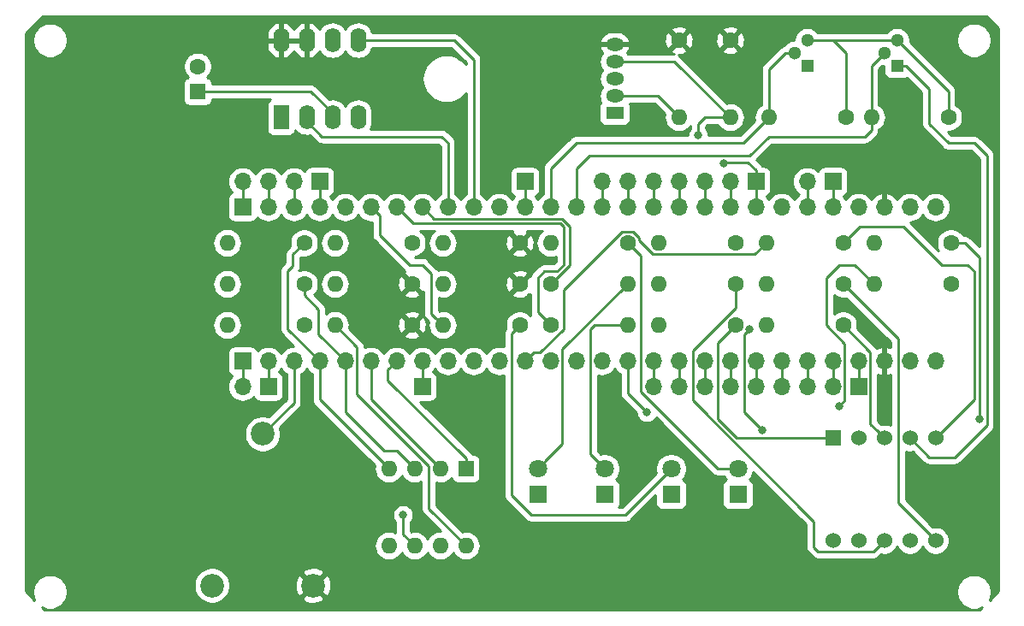
<source format=gbr>
G04 #@! TF.GenerationSoftware,KiCad,Pcbnew,(5.1.0)-1*
G04 #@! TF.CreationDate,2019-03-26T21:03:11+01:00*
G04 #@! TF.ProjectId,ac2-detpic-shield,6163322d-6465-4747-9069-632d73686965,rev?*
G04 #@! TF.SameCoordinates,Original*
G04 #@! TF.FileFunction,Copper,L1,Top*
G04 #@! TF.FilePolarity,Positive*
%FSLAX46Y46*%
G04 Gerber Fmt 4.6, Leading zero omitted, Abs format (unit mm)*
G04 Created by KiCad (PCBNEW (5.1.0)-1) date 2019-03-26 21:03:11*
%MOMM*%
%LPD*%
G04 APERTURE LIST*
%ADD10O,1.600000X1.600000*%
%ADD11C,1.600000*%
%ADD12R,1.600000X1.600000*%
%ADD13C,1.800000*%
%ADD14R,1.800000X1.800000*%
%ADD15C,1.300000*%
%ADD16R,1.300000X1.300000*%
%ADD17C,2.340000*%
%ADD18R,1.600000X2.400000*%
%ADD19O,1.600000X2.400000*%
%ADD20C,1.524000*%
%ADD21R,1.524000X1.524000*%
%ADD22R,1.800000X1.275000*%
%ADD23O,1.800000X1.275000*%
%ADD24R,1.700000X1.700000*%
%ADD25O,1.700000X1.700000*%
%ADD26C,0.800000*%
%ADD27C,0.250000*%
%ADD28C,0.254000*%
G04 APERTURE END LIST*
D10*
X148336000Y-49276000D03*
D11*
X155956000Y-49276000D03*
D10*
X148336000Y-53340000D03*
D11*
X155956000Y-53340000D03*
D10*
X148336000Y-57404000D03*
D11*
X155956000Y-57404000D03*
D10*
X159004000Y-49276000D03*
D11*
X166624000Y-49276000D03*
D12*
X145415000Y-34290000D03*
D11*
X145415000Y-31790000D03*
D13*
X198882000Y-71628000D03*
D14*
X198882000Y-74168000D03*
X192278000Y-74168000D03*
D13*
X192278000Y-71628000D03*
D14*
X185674000Y-74168000D03*
D13*
X185674000Y-71628000D03*
X179070000Y-71628000D03*
D14*
X179070000Y-74168000D03*
D15*
X204470000Y-30480000D03*
X205740000Y-29210000D03*
D16*
X205740000Y-31750000D03*
X214630000Y-31750000D03*
D15*
X214630000Y-29210000D03*
X213360000Y-30480000D03*
D11*
X177292000Y-57404000D03*
D10*
X169672000Y-57404000D03*
D11*
X187960000Y-49276000D03*
D10*
X180340000Y-49276000D03*
X187960000Y-57404000D03*
D11*
X180340000Y-57404000D03*
X180340000Y-53340000D03*
D10*
X187960000Y-53340000D03*
D11*
X166624000Y-57404000D03*
D10*
X159004000Y-57404000D03*
X159004000Y-53340000D03*
D11*
X166624000Y-53340000D03*
X177292000Y-49276000D03*
D10*
X169672000Y-49276000D03*
X169672000Y-53340000D03*
D11*
X177292000Y-53340000D03*
D10*
X201930000Y-36830000D03*
D11*
X209550000Y-36830000D03*
D10*
X191008000Y-49276000D03*
D11*
X198628000Y-49276000D03*
X198628000Y-53340000D03*
D10*
X191008000Y-53340000D03*
X191008000Y-57404000D03*
D11*
X198628000Y-57404000D03*
X209296000Y-49276000D03*
D10*
X201676000Y-49276000D03*
X201676000Y-57404000D03*
D11*
X209296000Y-57404000D03*
X209296000Y-53340000D03*
D10*
X201676000Y-53340000D03*
D11*
X219964000Y-49276000D03*
D10*
X212344000Y-49276000D03*
X212344000Y-53340000D03*
D11*
X219964000Y-53340000D03*
D10*
X198120000Y-36830000D03*
D11*
X198120000Y-29210000D03*
D10*
X193040000Y-36830000D03*
D11*
X193040000Y-29210000D03*
X219710000Y-36830000D03*
D10*
X212090000Y-36830000D03*
D17*
X146845000Y-83185000D03*
X151845000Y-68185000D03*
X156845000Y-83185000D03*
D12*
X171958000Y-71628000D03*
D10*
X164338000Y-79248000D03*
X169418000Y-71628000D03*
X166878000Y-79248000D03*
X166878000Y-71628000D03*
X169418000Y-79248000D03*
X164338000Y-71628000D03*
X171958000Y-79248000D03*
D18*
X153670000Y-36830000D03*
D19*
X161290000Y-29210000D03*
X156210000Y-36830000D03*
X158750000Y-29210000D03*
X158750000Y-36830000D03*
X156210000Y-29210000D03*
X161290000Y-36830000D03*
X153670000Y-29210000D03*
D20*
X208280000Y-78740000D03*
X210820000Y-78740000D03*
X213360000Y-78740000D03*
X215900000Y-78740000D03*
X218440000Y-78740000D03*
X218440000Y-68580000D03*
X215900000Y-68580000D03*
X213360000Y-68580000D03*
X210820000Y-68580000D03*
D21*
X208280000Y-68580000D03*
D22*
X186690000Y-36420000D03*
D23*
X186690000Y-34720000D03*
X186690000Y-33020000D03*
X186690000Y-31320000D03*
X186690000Y-29620000D03*
D24*
X149860000Y-45720000D03*
D25*
X152400000Y-45720000D03*
X154940000Y-45720000D03*
X157480000Y-45720000D03*
X160020000Y-45720000D03*
X162560000Y-45720000D03*
X165100000Y-45720000D03*
X167640000Y-45720000D03*
X170180000Y-45720000D03*
X172720000Y-45720000D03*
X175260000Y-45720000D03*
X177800000Y-45720000D03*
X180340000Y-45720000D03*
X182880000Y-45720000D03*
X185420000Y-45720000D03*
X187960000Y-45720000D03*
X190500000Y-45720000D03*
X193040000Y-45720000D03*
X195580000Y-45720000D03*
X198120000Y-45720000D03*
X200660000Y-45720000D03*
X203200000Y-45720000D03*
X205740000Y-45720000D03*
X208280000Y-45720000D03*
X210820000Y-45720000D03*
X213360000Y-45720000D03*
X215900000Y-45720000D03*
X218440000Y-45720000D03*
X218440000Y-60960000D03*
X215900000Y-60960000D03*
X213360000Y-60960000D03*
X210820000Y-60960000D03*
X208280000Y-60960000D03*
X205740000Y-60960000D03*
X203200000Y-60960000D03*
X200660000Y-60960000D03*
X198120000Y-60960000D03*
X195580000Y-60960000D03*
X193040000Y-60960000D03*
X190500000Y-60960000D03*
X187960000Y-60960000D03*
X185420000Y-60960000D03*
X182880000Y-60960000D03*
X180340000Y-60960000D03*
X177800000Y-60960000D03*
X175260000Y-60960000D03*
X172720000Y-60960000D03*
X170180000Y-60960000D03*
X167640000Y-60960000D03*
X165100000Y-60960000D03*
X162560000Y-60960000D03*
X160020000Y-60960000D03*
X157480000Y-60960000D03*
X154940000Y-60960000D03*
X152400000Y-60960000D03*
D24*
X149860000Y-60960000D03*
X157480000Y-43180000D03*
D25*
X154940000Y-43180000D03*
X152400000Y-43180000D03*
X149860000Y-43180000D03*
D24*
X177800000Y-43180000D03*
X208280000Y-43180000D03*
D25*
X205740000Y-43180000D03*
X149860000Y-63500000D03*
D24*
X152400000Y-63500000D03*
X167640000Y-63500000D03*
X210820000Y-63500000D03*
D25*
X208280000Y-63500000D03*
X205740000Y-63500000D03*
X203200000Y-63500000D03*
X200660000Y-63500000D03*
X198120000Y-63500000D03*
X195580000Y-63500000D03*
X193040000Y-63500000D03*
X190500000Y-63500000D03*
D24*
X200660000Y-43180000D03*
D25*
X198120000Y-43180000D03*
X195580000Y-43180000D03*
X193040000Y-43180000D03*
X190500000Y-43180000D03*
X187960000Y-43180000D03*
X185420000Y-43180000D03*
D26*
X197485000Y-41365000D03*
X194945000Y-38645000D03*
X211455000Y-57150000D03*
X209550000Y-40005000D03*
X189865000Y-66040000D03*
X208915000Y-65405000D03*
X165735000Y-76200000D03*
X200025000Y-57785000D03*
X201295000Y-67855000D03*
X222795000Y-66675000D03*
D27*
X146465000Y-34290000D02*
X145415000Y-34290000D01*
X156610000Y-34290000D02*
X146465000Y-34290000D01*
X158750000Y-36430000D02*
X156610000Y-34290000D01*
X158750000Y-36830000D02*
X158750000Y-36430000D01*
X187960000Y-49276000D02*
X189230000Y-50546000D01*
X197609208Y-71628000D02*
X198882000Y-71628000D01*
X196888998Y-71628000D02*
X197609208Y-71628000D01*
X189230000Y-63969002D02*
X196888998Y-71628000D01*
X189230000Y-50546000D02*
X189230000Y-63969002D01*
X176492001Y-58203999D02*
X176492001Y-74257001D01*
X177292000Y-57404000D02*
X176492001Y-58203999D01*
X176492001Y-74257001D02*
X178435000Y-76200000D01*
X187706000Y-76200000D02*
X192278000Y-71628000D01*
X178435000Y-76200000D02*
X187706000Y-76200000D01*
X184774001Y-70728001D02*
X185674000Y-71628000D01*
X184244999Y-70198999D02*
X184774001Y-70728001D01*
X184244999Y-57855999D02*
X184244999Y-70198999D01*
X184696998Y-57404000D02*
X184244999Y-57855999D01*
X187960000Y-57404000D02*
X184696998Y-57404000D01*
X179969999Y-70728001D02*
X179070000Y-71628000D01*
X181515001Y-69182999D02*
X179969999Y-70728001D01*
X181515001Y-59784999D02*
X181515001Y-69182999D01*
X187960000Y-53340000D02*
X181515001Y-59784999D01*
X149860000Y-43180000D02*
X149860000Y-45720000D01*
X152400000Y-44382081D02*
X152400000Y-45720000D01*
X152400000Y-43180000D02*
X152400000Y-44382081D01*
X154940000Y-43180000D02*
X154940000Y-45720000D01*
X157480000Y-43180000D02*
X157480000Y-45720000D01*
X163409999Y-46569999D02*
X163409999Y-48474999D01*
X162560000Y-45720000D02*
X163409999Y-46569999D01*
X163409999Y-48474999D02*
X166370000Y-51435000D01*
X166370000Y-51435000D02*
X167640000Y-51435000D01*
X168872001Y-56604001D02*
X169672000Y-57404000D01*
X168546999Y-56278999D02*
X168872001Y-56604001D01*
X168546999Y-52341999D02*
X168546999Y-56278999D01*
X167640000Y-51435000D02*
X168546999Y-52341999D01*
X165100000Y-45720000D02*
X166725011Y-47345011D01*
X166725011Y-47345011D02*
X181328601Y-47345011D01*
X181610000Y-47626410D02*
X181610000Y-51433590D01*
X181328601Y-47345011D02*
X181610000Y-47626410D01*
X181610000Y-51433590D02*
X180973590Y-52070000D01*
X180973590Y-52070000D02*
X179705000Y-52070000D01*
X179705000Y-52070000D02*
X179070000Y-52705000D01*
X179070000Y-56134000D02*
X180340000Y-57404000D01*
X179070000Y-52705000D02*
X179070000Y-56134000D01*
X168815001Y-46895001D02*
X181515001Y-46895001D01*
X167640000Y-45720000D02*
X168815001Y-46895001D01*
X181515001Y-46895001D02*
X182245000Y-47625000D01*
X182245000Y-51435000D02*
X180340000Y-53340000D01*
X182245000Y-47625000D02*
X182245000Y-51435000D01*
X156210000Y-37230000D02*
X157715000Y-38735000D01*
X156210000Y-36830000D02*
X156210000Y-37230000D01*
X157715000Y-38735000D02*
X169545000Y-38735000D01*
X170180000Y-39370000D02*
X170180000Y-45720000D01*
X169545000Y-38735000D02*
X170180000Y-39370000D01*
X172720000Y-31115000D02*
X172720000Y-45720000D01*
X161290000Y-29210000D02*
X170815000Y-29210000D01*
X170815000Y-29210000D02*
X172720000Y-31115000D01*
X177800000Y-43180000D02*
X177800000Y-45720000D01*
X201930000Y-35698630D02*
X201930000Y-36830000D01*
X201930000Y-32100762D02*
X201930000Y-35698630D01*
X203550762Y-30480000D02*
X201930000Y-32100762D01*
X204470000Y-30480000D02*
X203550762Y-30480000D01*
X180340000Y-45720000D02*
X180340000Y-41910000D01*
X180340000Y-41910000D02*
X182880000Y-39370000D01*
X199390000Y-39370000D02*
X201930000Y-36830000D01*
X182880000Y-39370000D02*
X199390000Y-39370000D01*
X212090000Y-31750000D02*
X212090000Y-36830000D01*
X213360000Y-30480000D02*
X212090000Y-31750000D01*
X212090000Y-38100000D02*
X212090000Y-36830000D01*
X182880000Y-41910000D02*
X184150000Y-40640000D01*
X184150000Y-40640000D02*
X200025000Y-40640000D01*
X200025000Y-40640000D02*
X201930000Y-38735000D01*
X201930000Y-38735000D02*
X211455000Y-38735000D01*
X182880000Y-45720000D02*
X182880000Y-41910000D01*
X211455000Y-38735000D02*
X212090000Y-38100000D01*
X185420000Y-43180000D02*
X185420000Y-45720000D01*
X187960000Y-43180000D02*
X187960000Y-45720000D01*
X190500000Y-43180000D02*
X190500000Y-45720000D01*
X193040000Y-43180000D02*
X193040000Y-45720000D01*
X195580000Y-43180000D02*
X195580000Y-45720000D01*
X198120000Y-43180000D02*
X198120000Y-45720000D01*
X192610000Y-31320000D02*
X186690000Y-31320000D01*
X198120000Y-36830000D02*
X192610000Y-31320000D01*
X200660000Y-43180000D02*
X200660000Y-45720000D01*
X200660000Y-42080000D02*
X199855000Y-41275000D01*
X200660000Y-43180000D02*
X200660000Y-42080000D01*
X199855000Y-41275000D02*
X197485000Y-41275000D01*
X197485000Y-41275000D02*
X197485000Y-41365000D01*
X194945000Y-38645000D02*
X194945000Y-37465000D01*
X195580000Y-36830000D02*
X198120000Y-36830000D01*
X194945000Y-37465000D02*
X195580000Y-36830000D01*
X190930000Y-34720000D02*
X186690000Y-34720000D01*
X193040000Y-36830000D02*
X190930000Y-34720000D01*
X205740000Y-43180000D02*
X205740000Y-45720000D01*
X208280000Y-43180000D02*
X208280000Y-45720000D01*
X213360000Y-59055000D02*
X213360000Y-60960000D01*
X211455000Y-57150000D02*
X213360000Y-59055000D01*
X213360000Y-45720000D02*
X213360000Y-43815000D01*
X213360000Y-43815000D02*
X209550000Y-40005000D01*
X210820000Y-60960000D02*
X210820000Y-63500000D01*
X208280000Y-60960000D02*
X208280000Y-63500000D01*
X205740000Y-60960000D02*
X205740000Y-63500000D01*
X203200000Y-60960000D02*
X203200000Y-63500000D01*
X200660000Y-60960000D02*
X200660000Y-63500000D01*
X198120000Y-60960000D02*
X198120000Y-63500000D01*
X195580000Y-60960000D02*
X195580000Y-63500000D01*
X193040000Y-60960000D02*
X193040000Y-63500000D01*
X190500000Y-60960000D02*
X190500000Y-63500000D01*
X187960000Y-60960000D02*
X187960000Y-64135000D01*
X187960000Y-64135000D02*
X189865000Y-66040000D01*
X210439000Y-51435000D02*
X212344000Y-53340000D01*
X209455001Y-64864999D02*
X209455001Y-59228003D01*
X208915000Y-65405000D02*
X209455001Y-64864999D01*
X207645000Y-57418002D02*
X207645000Y-52705000D01*
X209455001Y-59228003D02*
X207645000Y-57418002D01*
X207645000Y-52705000D02*
X208915000Y-51435000D01*
X208915000Y-51435000D02*
X210439000Y-51435000D01*
X201676000Y-49276000D02*
X200550999Y-50401001D01*
X190467999Y-50401001D02*
X189085001Y-49018003D01*
X187419999Y-48150999D02*
X181610000Y-53960998D01*
X189085001Y-49018003D02*
X189085001Y-48735999D01*
X200550999Y-50401001D02*
X190467999Y-50401001D01*
X189085001Y-48735999D02*
X188500001Y-48150999D01*
X188500001Y-48150999D02*
X187419999Y-48150999D01*
X178649999Y-60110001D02*
X177800000Y-60960000D01*
X179299001Y-60110001D02*
X178649999Y-60110001D01*
X181610000Y-57799002D02*
X179299001Y-60110001D01*
X181610000Y-53960998D02*
X181610000Y-57799002D01*
X167640000Y-60960000D02*
X167640000Y-63500000D01*
X171958000Y-70578000D02*
X171958000Y-71628000D01*
X164250001Y-62870001D02*
X171958000Y-70578000D01*
X164250001Y-61809999D02*
X164250001Y-62870001D01*
X165100000Y-60960000D02*
X164250001Y-61809999D01*
X162560000Y-64770000D02*
X169418000Y-71628000D01*
X162560000Y-60960000D02*
X162560000Y-64770000D01*
X155956000Y-54471370D02*
X157364630Y-55880000D01*
X155956000Y-53340000D02*
X155956000Y-54471370D01*
X157364630Y-58304630D02*
X160020000Y-60960000D01*
X157364630Y-55880000D02*
X157364630Y-58304630D01*
X160020000Y-60960000D02*
X160020000Y-66040000D01*
X160020000Y-66040000D02*
X163830000Y-69850000D01*
X165100000Y-69850000D02*
X166878000Y-71628000D01*
X163830000Y-69850000D02*
X165100000Y-69850000D01*
X154305000Y-57785000D02*
X157480000Y-60960000D01*
X154305000Y-52070000D02*
X154305000Y-57785000D01*
X154830999Y-51544001D02*
X154305000Y-52070000D01*
X155956000Y-49276000D02*
X154830999Y-50401001D01*
X154830999Y-50401001D02*
X154830999Y-51544001D01*
X157480000Y-64770000D02*
X164338000Y-71628000D01*
X157480000Y-60960000D02*
X157480000Y-64770000D01*
X154940000Y-65090000D02*
X154940000Y-60960000D01*
X151845000Y-68185000D02*
X154940000Y-65090000D01*
X152400000Y-60960000D02*
X152400000Y-63500000D01*
X149860000Y-60960000D02*
X149860000Y-63500000D01*
X205740000Y-29210000D02*
X214630000Y-29210000D01*
X205740000Y-29210000D02*
X208280000Y-29210000D01*
X208280000Y-29210000D02*
X209550000Y-30480000D01*
X209550000Y-30480000D02*
X209550000Y-36830000D01*
X219710000Y-34290000D02*
X219710000Y-36830000D01*
X214630000Y-29210000D02*
X219710000Y-34290000D01*
X217805000Y-70485000D02*
X215900000Y-68580000D01*
X220345000Y-70485000D02*
X217805000Y-70485000D01*
X223520000Y-40640000D02*
X223520000Y-67310000D01*
X215530000Y-31750000D02*
X217805000Y-34025000D01*
X214630000Y-31750000D02*
X215530000Y-31750000D01*
X223520000Y-67310000D02*
X220345000Y-70485000D01*
X217805000Y-34025000D02*
X217805000Y-37465000D01*
X217805000Y-37465000D02*
X219710000Y-39370000D01*
X219710000Y-39370000D02*
X222250000Y-39370000D01*
X222250000Y-39370000D02*
X223520000Y-40640000D01*
X161195001Y-64279999D02*
X168275000Y-71359998D01*
X159004000Y-57404000D02*
X161195001Y-59595001D01*
X161195001Y-59595001D02*
X161195001Y-64279999D01*
X168275000Y-75565000D02*
X171958000Y-79248000D01*
X168275000Y-71359998D02*
X168275000Y-75565000D01*
X165735000Y-78105000D02*
X166878000Y-79248000D01*
X165735000Y-76200000D02*
X165735000Y-78105000D01*
X199484999Y-66044999D02*
X201295000Y-67855000D01*
X200025000Y-57785000D02*
X199484999Y-58325001D01*
X199484999Y-58325001D02*
X199484999Y-66044999D01*
X194404999Y-64866409D02*
X206375000Y-76836410D01*
X194404999Y-59961999D02*
X194404999Y-64866409D01*
X198628000Y-53340000D02*
X198628000Y-55738998D01*
X198628000Y-55738998D02*
X194404999Y-59961999D01*
X206375000Y-76836410D02*
X206375000Y-79375000D01*
X212598001Y-79501999D02*
X213360000Y-78740000D01*
X212272999Y-79827001D02*
X212598001Y-79501999D01*
X206827001Y-79827001D02*
X212272999Y-79827001D01*
X206375000Y-79375000D02*
X206827001Y-79827001D01*
X196850000Y-59182000D02*
X196850000Y-66675000D01*
X198628000Y-57404000D02*
X196850000Y-59182000D01*
X198755000Y-68580000D02*
X208280000Y-68580000D01*
X196850000Y-66675000D02*
X198755000Y-68580000D01*
X209296000Y-49276000D02*
X210947000Y-47625000D01*
X210947000Y-47625000D02*
X215265000Y-47625000D01*
X215265000Y-47625000D02*
X219075000Y-51435000D01*
X219075000Y-51435000D02*
X221615000Y-51435000D01*
X221615000Y-51435000D02*
X222250000Y-52070000D01*
X222250000Y-64770000D02*
X218440000Y-68580000D01*
X222250000Y-52070000D02*
X222250000Y-64770000D01*
X212598001Y-67818001D02*
X213360000Y-68580000D01*
X211995001Y-67215001D02*
X212598001Y-67818001D01*
X211995001Y-60103001D02*
X211995001Y-67215001D01*
X209296000Y-57404000D02*
X211995001Y-60103001D01*
X217678001Y-77978001D02*
X218440000Y-78740000D01*
X214724999Y-75024999D02*
X217678001Y-77978001D01*
X214724999Y-58768999D02*
X214724999Y-75024999D01*
X209296000Y-53340000D02*
X214724999Y-58768999D01*
X219964000Y-49276000D02*
X221361000Y-49276000D01*
X221361000Y-49276000D02*
X222795000Y-50710000D01*
X222795000Y-50710000D02*
X222795000Y-66675000D01*
D28*
G36*
X224663000Y-27992606D02*
G01*
X224663000Y-83767394D01*
X223785471Y-84644923D01*
X223787537Y-84641831D01*
X223918325Y-84326081D01*
X223985000Y-83990883D01*
X223985000Y-83649117D01*
X223918325Y-83313919D01*
X223787537Y-82998169D01*
X223597663Y-82714002D01*
X223355998Y-82472337D01*
X223071831Y-82282463D01*
X222756081Y-82151675D01*
X222420883Y-82085000D01*
X222079117Y-82085000D01*
X221743919Y-82151675D01*
X221428169Y-82282463D01*
X221144002Y-82472337D01*
X220902337Y-82714002D01*
X220712463Y-82998169D01*
X220581675Y-83313919D01*
X220515000Y-83649117D01*
X220515000Y-83990883D01*
X220581675Y-84326081D01*
X220712463Y-84641831D01*
X220902337Y-84925998D01*
X221144002Y-85167663D01*
X221428169Y-85357537D01*
X221743919Y-85488325D01*
X222079117Y-85555000D01*
X222420883Y-85555000D01*
X222756081Y-85488325D01*
X223071831Y-85357537D01*
X223074923Y-85355471D01*
X222832394Y-85598000D01*
X130227606Y-85598000D01*
X129985077Y-85355471D01*
X129988169Y-85357537D01*
X130303919Y-85488325D01*
X130639117Y-85555000D01*
X130980883Y-85555000D01*
X131316081Y-85488325D01*
X131631831Y-85357537D01*
X131915998Y-85167663D01*
X132157663Y-84925998D01*
X132347537Y-84641831D01*
X132478325Y-84326081D01*
X132545000Y-83990883D01*
X132545000Y-83649117D01*
X132478325Y-83313919D01*
X132351288Y-83007223D01*
X145040000Y-83007223D01*
X145040000Y-83362777D01*
X145109365Y-83711499D01*
X145245429Y-84039988D01*
X145442965Y-84335621D01*
X145694379Y-84587035D01*
X145990012Y-84784571D01*
X146318501Y-84920635D01*
X146667223Y-84990000D01*
X147022777Y-84990000D01*
X147371499Y-84920635D01*
X147699988Y-84784571D01*
X147995621Y-84587035D01*
X148141054Y-84441602D01*
X155768003Y-84441602D01*
X155884275Y-84723389D01*
X156202860Y-84881257D01*
X156546122Y-84973938D01*
X156900869Y-84997873D01*
X157253470Y-84952139D01*
X157590373Y-84838495D01*
X157805725Y-84723389D01*
X157921997Y-84441602D01*
X156845000Y-83364605D01*
X155768003Y-84441602D01*
X148141054Y-84441602D01*
X148247035Y-84335621D01*
X148444571Y-84039988D01*
X148580635Y-83711499D01*
X148650000Y-83362777D01*
X148650000Y-83240869D01*
X155032127Y-83240869D01*
X155077861Y-83593470D01*
X155191505Y-83930373D01*
X155306611Y-84145725D01*
X155588398Y-84261997D01*
X156665395Y-83185000D01*
X157024605Y-83185000D01*
X158101602Y-84261997D01*
X158383389Y-84145725D01*
X158541257Y-83827140D01*
X158633938Y-83483878D01*
X158657873Y-83129131D01*
X158612139Y-82776530D01*
X158498495Y-82439627D01*
X158383389Y-82224275D01*
X158101602Y-82108003D01*
X157024605Y-83185000D01*
X156665395Y-83185000D01*
X155588398Y-82108003D01*
X155306611Y-82224275D01*
X155148743Y-82542860D01*
X155056062Y-82886122D01*
X155032127Y-83240869D01*
X148650000Y-83240869D01*
X148650000Y-83007223D01*
X148580635Y-82658501D01*
X148444571Y-82330012D01*
X148247035Y-82034379D01*
X148141054Y-81928398D01*
X155768003Y-81928398D01*
X156845000Y-83005395D01*
X157921997Y-81928398D01*
X157805725Y-81646611D01*
X157487140Y-81488743D01*
X157143878Y-81396062D01*
X156789131Y-81372127D01*
X156436530Y-81417861D01*
X156099627Y-81531505D01*
X155884275Y-81646611D01*
X155768003Y-81928398D01*
X148141054Y-81928398D01*
X147995621Y-81782965D01*
X147699988Y-81585429D01*
X147371499Y-81449365D01*
X147022777Y-81380000D01*
X146667223Y-81380000D01*
X146318501Y-81449365D01*
X145990012Y-81585429D01*
X145694379Y-81782965D01*
X145442965Y-82034379D01*
X145245429Y-82330012D01*
X145109365Y-82658501D01*
X145040000Y-83007223D01*
X132351288Y-83007223D01*
X132347537Y-82998169D01*
X132157663Y-82714002D01*
X131915998Y-82472337D01*
X131631831Y-82282463D01*
X131316081Y-82151675D01*
X130980883Y-82085000D01*
X130639117Y-82085000D01*
X130303919Y-82151675D01*
X129988169Y-82282463D01*
X129704002Y-82472337D01*
X129462337Y-82714002D01*
X129272463Y-82998169D01*
X129141675Y-83313919D01*
X129075000Y-83649117D01*
X129075000Y-83990883D01*
X129141675Y-84326081D01*
X129272463Y-84641831D01*
X129274529Y-84644923D01*
X128397000Y-83767394D01*
X128397000Y-57404000D01*
X146894057Y-57404000D01*
X146921764Y-57685309D01*
X147003818Y-57955808D01*
X147137068Y-58205101D01*
X147316392Y-58423608D01*
X147534899Y-58602932D01*
X147784192Y-58736182D01*
X148054691Y-58818236D01*
X148265508Y-58839000D01*
X148406492Y-58839000D01*
X148617309Y-58818236D01*
X148887808Y-58736182D01*
X149137101Y-58602932D01*
X149355608Y-58423608D01*
X149534932Y-58205101D01*
X149668182Y-57955808D01*
X149750236Y-57685309D01*
X149777943Y-57404000D01*
X149750236Y-57122691D01*
X149668182Y-56852192D01*
X149534932Y-56602899D01*
X149355608Y-56384392D01*
X149137101Y-56205068D01*
X148887808Y-56071818D01*
X148617309Y-55989764D01*
X148406492Y-55969000D01*
X148265508Y-55969000D01*
X148054691Y-55989764D01*
X147784192Y-56071818D01*
X147534899Y-56205068D01*
X147316392Y-56384392D01*
X147137068Y-56602899D01*
X147003818Y-56852192D01*
X146921764Y-57122691D01*
X146894057Y-57404000D01*
X128397000Y-57404000D01*
X128397000Y-53340000D01*
X146894057Y-53340000D01*
X146921764Y-53621309D01*
X147003818Y-53891808D01*
X147137068Y-54141101D01*
X147316392Y-54359608D01*
X147534899Y-54538932D01*
X147784192Y-54672182D01*
X148054691Y-54754236D01*
X148265508Y-54775000D01*
X148406492Y-54775000D01*
X148617309Y-54754236D01*
X148887808Y-54672182D01*
X149137101Y-54538932D01*
X149355608Y-54359608D01*
X149534932Y-54141101D01*
X149668182Y-53891808D01*
X149750236Y-53621309D01*
X149777943Y-53340000D01*
X149750236Y-53058691D01*
X149668182Y-52788192D01*
X149534932Y-52538899D01*
X149355608Y-52320392D01*
X149137101Y-52141068D01*
X148887808Y-52007818D01*
X148617309Y-51925764D01*
X148406492Y-51905000D01*
X148265508Y-51905000D01*
X148054691Y-51925764D01*
X147784192Y-52007818D01*
X147534899Y-52141068D01*
X147316392Y-52320392D01*
X147137068Y-52538899D01*
X147003818Y-52788192D01*
X146921764Y-53058691D01*
X146894057Y-53340000D01*
X128397000Y-53340000D01*
X128397000Y-49276000D01*
X146894057Y-49276000D01*
X146921764Y-49557309D01*
X147003818Y-49827808D01*
X147137068Y-50077101D01*
X147316392Y-50295608D01*
X147534899Y-50474932D01*
X147784192Y-50608182D01*
X148054691Y-50690236D01*
X148265508Y-50711000D01*
X148406492Y-50711000D01*
X148617309Y-50690236D01*
X148887808Y-50608182D01*
X149137101Y-50474932D01*
X149355608Y-50295608D01*
X149534932Y-50077101D01*
X149668182Y-49827808D01*
X149750236Y-49557309D01*
X149777943Y-49276000D01*
X149750236Y-48994691D01*
X149668182Y-48724192D01*
X149534932Y-48474899D01*
X149355608Y-48256392D01*
X149137101Y-48077068D01*
X148887808Y-47943818D01*
X148617309Y-47861764D01*
X148406492Y-47841000D01*
X148265508Y-47841000D01*
X148054691Y-47861764D01*
X147784192Y-47943818D01*
X147534899Y-48077068D01*
X147316392Y-48256392D01*
X147137068Y-48474899D01*
X147003818Y-48724192D01*
X146921764Y-48994691D01*
X146894057Y-49276000D01*
X128397000Y-49276000D01*
X128397000Y-33490000D01*
X143976928Y-33490000D01*
X143976928Y-35090000D01*
X143989188Y-35214482D01*
X144025498Y-35334180D01*
X144084463Y-35444494D01*
X144163815Y-35541185D01*
X144260506Y-35620537D01*
X144370820Y-35679502D01*
X144490518Y-35715812D01*
X144615000Y-35728072D01*
X146215000Y-35728072D01*
X146339482Y-35715812D01*
X146459180Y-35679502D01*
X146569494Y-35620537D01*
X146666185Y-35541185D01*
X146745537Y-35444494D01*
X146804502Y-35334180D01*
X146840812Y-35214482D01*
X146853072Y-35090000D01*
X146853072Y-35050000D01*
X152608043Y-35050000D01*
X152515506Y-35099463D01*
X152418815Y-35178815D01*
X152339463Y-35275506D01*
X152280498Y-35385820D01*
X152244188Y-35505518D01*
X152231928Y-35630000D01*
X152231928Y-38030000D01*
X152244188Y-38154482D01*
X152280498Y-38274180D01*
X152339463Y-38384494D01*
X152418815Y-38481185D01*
X152515506Y-38560537D01*
X152625820Y-38619502D01*
X152745518Y-38655812D01*
X152870000Y-38668072D01*
X154470000Y-38668072D01*
X154594482Y-38655812D01*
X154714180Y-38619502D01*
X154824494Y-38560537D01*
X154921185Y-38481185D01*
X155000537Y-38384494D01*
X155059502Y-38274180D01*
X155095812Y-38154482D01*
X155097581Y-38136517D01*
X155190393Y-38249608D01*
X155408900Y-38428932D01*
X155658193Y-38562182D01*
X155928692Y-38644236D01*
X156210000Y-38671943D01*
X156491309Y-38644236D01*
X156535906Y-38630708D01*
X157151205Y-39246008D01*
X157174999Y-39275001D01*
X157203992Y-39298795D01*
X157203996Y-39298799D01*
X157245265Y-39332667D01*
X157290724Y-39369974D01*
X157422753Y-39440546D01*
X157566014Y-39484003D01*
X157677667Y-39495000D01*
X157677676Y-39495000D01*
X157714999Y-39498676D01*
X157752322Y-39495000D01*
X169230199Y-39495000D01*
X169420000Y-39684802D01*
X169420001Y-44442405D01*
X169350986Y-44479294D01*
X169124866Y-44664866D01*
X168939294Y-44890986D01*
X168910000Y-44945791D01*
X168880706Y-44890986D01*
X168695134Y-44664866D01*
X168469014Y-44479294D01*
X168211034Y-44341401D01*
X167931111Y-44256487D01*
X167712950Y-44235000D01*
X167567050Y-44235000D01*
X167348889Y-44256487D01*
X167068966Y-44341401D01*
X166810986Y-44479294D01*
X166584866Y-44664866D01*
X166399294Y-44890986D01*
X166370000Y-44945791D01*
X166340706Y-44890986D01*
X166155134Y-44664866D01*
X165929014Y-44479294D01*
X165671034Y-44341401D01*
X165391111Y-44256487D01*
X165172950Y-44235000D01*
X165027050Y-44235000D01*
X164808889Y-44256487D01*
X164528966Y-44341401D01*
X164270986Y-44479294D01*
X164044866Y-44664866D01*
X163859294Y-44890986D01*
X163830000Y-44945791D01*
X163800706Y-44890986D01*
X163615134Y-44664866D01*
X163389014Y-44479294D01*
X163131034Y-44341401D01*
X162851111Y-44256487D01*
X162632950Y-44235000D01*
X162487050Y-44235000D01*
X162268889Y-44256487D01*
X161988966Y-44341401D01*
X161730986Y-44479294D01*
X161504866Y-44664866D01*
X161319294Y-44890986D01*
X161290000Y-44945791D01*
X161260706Y-44890986D01*
X161075134Y-44664866D01*
X160849014Y-44479294D01*
X160591034Y-44341401D01*
X160311111Y-44256487D01*
X160092950Y-44235000D01*
X159947050Y-44235000D01*
X159728889Y-44256487D01*
X159448966Y-44341401D01*
X159190986Y-44479294D01*
X158964866Y-44664866D01*
X158779294Y-44890986D01*
X158750000Y-44945791D01*
X158720706Y-44890986D01*
X158535134Y-44664866D01*
X158505313Y-44640393D01*
X158574180Y-44619502D01*
X158684494Y-44560537D01*
X158781185Y-44481185D01*
X158860537Y-44384494D01*
X158919502Y-44274180D01*
X158955812Y-44154482D01*
X158968072Y-44030000D01*
X158968072Y-42330000D01*
X158955812Y-42205518D01*
X158919502Y-42085820D01*
X158860537Y-41975506D01*
X158781185Y-41878815D01*
X158684494Y-41799463D01*
X158574180Y-41740498D01*
X158454482Y-41704188D01*
X158330000Y-41691928D01*
X156630000Y-41691928D01*
X156505518Y-41704188D01*
X156385820Y-41740498D01*
X156275506Y-41799463D01*
X156178815Y-41878815D01*
X156099463Y-41975506D01*
X156040498Y-42085820D01*
X156019607Y-42154687D01*
X155995134Y-42124866D01*
X155769014Y-41939294D01*
X155511034Y-41801401D01*
X155231111Y-41716487D01*
X155012950Y-41695000D01*
X154867050Y-41695000D01*
X154648889Y-41716487D01*
X154368966Y-41801401D01*
X154110986Y-41939294D01*
X153884866Y-42124866D01*
X153699294Y-42350986D01*
X153670000Y-42405791D01*
X153640706Y-42350986D01*
X153455134Y-42124866D01*
X153229014Y-41939294D01*
X152971034Y-41801401D01*
X152691111Y-41716487D01*
X152472950Y-41695000D01*
X152327050Y-41695000D01*
X152108889Y-41716487D01*
X151828966Y-41801401D01*
X151570986Y-41939294D01*
X151344866Y-42124866D01*
X151159294Y-42350986D01*
X151130000Y-42405791D01*
X151100706Y-42350986D01*
X150915134Y-42124866D01*
X150689014Y-41939294D01*
X150431034Y-41801401D01*
X150151111Y-41716487D01*
X149932950Y-41695000D01*
X149787050Y-41695000D01*
X149568889Y-41716487D01*
X149288966Y-41801401D01*
X149030986Y-41939294D01*
X148804866Y-42124866D01*
X148619294Y-42350986D01*
X148481401Y-42608966D01*
X148396487Y-42888889D01*
X148367815Y-43180000D01*
X148396487Y-43471111D01*
X148481401Y-43751034D01*
X148619294Y-44009014D01*
X148804866Y-44235134D01*
X148834687Y-44259607D01*
X148765820Y-44280498D01*
X148655506Y-44339463D01*
X148558815Y-44418815D01*
X148479463Y-44515506D01*
X148420498Y-44625820D01*
X148384188Y-44745518D01*
X148371928Y-44870000D01*
X148371928Y-46570000D01*
X148384188Y-46694482D01*
X148420498Y-46814180D01*
X148479463Y-46924494D01*
X148558815Y-47021185D01*
X148655506Y-47100537D01*
X148765820Y-47159502D01*
X148885518Y-47195812D01*
X149010000Y-47208072D01*
X150710000Y-47208072D01*
X150834482Y-47195812D01*
X150954180Y-47159502D01*
X151064494Y-47100537D01*
X151161185Y-47021185D01*
X151240537Y-46924494D01*
X151299502Y-46814180D01*
X151320393Y-46745313D01*
X151344866Y-46775134D01*
X151570986Y-46960706D01*
X151828966Y-47098599D01*
X152108889Y-47183513D01*
X152327050Y-47205000D01*
X152472950Y-47205000D01*
X152691111Y-47183513D01*
X152971034Y-47098599D01*
X153229014Y-46960706D01*
X153455134Y-46775134D01*
X153640706Y-46549014D01*
X153670000Y-46494209D01*
X153699294Y-46549014D01*
X153884866Y-46775134D01*
X154110986Y-46960706D01*
X154368966Y-47098599D01*
X154648889Y-47183513D01*
X154867050Y-47205000D01*
X155012950Y-47205000D01*
X155231111Y-47183513D01*
X155511034Y-47098599D01*
X155769014Y-46960706D01*
X155995134Y-46775134D01*
X156180706Y-46549014D01*
X156210000Y-46494209D01*
X156239294Y-46549014D01*
X156424866Y-46775134D01*
X156650986Y-46960706D01*
X156908966Y-47098599D01*
X157188889Y-47183513D01*
X157407050Y-47205000D01*
X157552950Y-47205000D01*
X157771111Y-47183513D01*
X158051034Y-47098599D01*
X158309014Y-46960706D01*
X158535134Y-46775134D01*
X158720706Y-46549014D01*
X158750000Y-46494209D01*
X158779294Y-46549014D01*
X158964866Y-46775134D01*
X159190986Y-46960706D01*
X159448966Y-47098599D01*
X159728889Y-47183513D01*
X159947050Y-47205000D01*
X160092950Y-47205000D01*
X160311111Y-47183513D01*
X160591034Y-47098599D01*
X160849014Y-46960706D01*
X161075134Y-46775134D01*
X161260706Y-46549014D01*
X161290000Y-46494209D01*
X161319294Y-46549014D01*
X161504866Y-46775134D01*
X161730986Y-46960706D01*
X161988966Y-47098599D01*
X162268889Y-47183513D01*
X162487050Y-47205000D01*
X162632950Y-47205000D01*
X162649999Y-47203321D01*
X162650000Y-48437667D01*
X162646323Y-48474999D01*
X162650000Y-48512332D01*
X162651445Y-48526998D01*
X162660997Y-48623984D01*
X162704453Y-48767245D01*
X162775025Y-48899275D01*
X162844355Y-48983753D01*
X162869999Y-49015000D01*
X162898997Y-49038798D01*
X165806200Y-51946002D01*
X165829999Y-51975001D01*
X165904810Y-52036397D01*
X165945395Y-52069704D01*
X165882486Y-52103329D01*
X165810903Y-52347298D01*
X166624000Y-53160395D01*
X166638143Y-53146253D01*
X166817748Y-53325858D01*
X166803605Y-53340000D01*
X167616702Y-54153097D01*
X167786999Y-54103130D01*
X167787000Y-56241667D01*
X167783323Y-56278999D01*
X167787000Y-56316332D01*
X167796354Y-56411298D01*
X167797997Y-56427984D01*
X167841453Y-56571245D01*
X167912025Y-56703275D01*
X167981318Y-56787708D01*
X168006999Y-56819000D01*
X168035997Y-56842798D01*
X168271292Y-57078093D01*
X168257764Y-57122691D01*
X168230057Y-57404000D01*
X168257764Y-57685309D01*
X168339818Y-57955808D01*
X168473068Y-58205101D01*
X168652392Y-58423608D01*
X168870899Y-58602932D01*
X169120192Y-58736182D01*
X169390691Y-58818236D01*
X169601508Y-58839000D01*
X169742492Y-58839000D01*
X169953309Y-58818236D01*
X170223808Y-58736182D01*
X170473101Y-58602932D01*
X170691608Y-58423608D01*
X170870932Y-58205101D01*
X171004182Y-57955808D01*
X171086236Y-57685309D01*
X171113943Y-57404000D01*
X171086236Y-57122691D01*
X171004182Y-56852192D01*
X170870932Y-56602899D01*
X170691608Y-56384392D01*
X170473101Y-56205068D01*
X170223808Y-56071818D01*
X169953309Y-55989764D01*
X169742492Y-55969000D01*
X169601508Y-55969000D01*
X169390691Y-55989764D01*
X169346093Y-56003292D01*
X169306999Y-55964198D01*
X169306999Y-54728849D01*
X169390691Y-54754236D01*
X169601508Y-54775000D01*
X169742492Y-54775000D01*
X169953309Y-54754236D01*
X170223808Y-54672182D01*
X170473101Y-54538932D01*
X170691608Y-54359608D01*
X170870932Y-54141101D01*
X171004182Y-53891808D01*
X171086236Y-53621309D01*
X171106998Y-53410512D01*
X175851783Y-53410512D01*
X175893213Y-53690130D01*
X175988397Y-53956292D01*
X176055329Y-54081514D01*
X176299298Y-54153097D01*
X177112395Y-53340000D01*
X176299298Y-52526903D01*
X176055329Y-52598486D01*
X175934429Y-52853996D01*
X175865700Y-53128184D01*
X175851783Y-53410512D01*
X171106998Y-53410512D01*
X171113943Y-53340000D01*
X171086236Y-53058691D01*
X171004182Y-52788192D01*
X170870932Y-52538899D01*
X170713690Y-52347298D01*
X176478903Y-52347298D01*
X177292000Y-53160395D01*
X178105097Y-52347298D01*
X178033514Y-52103329D01*
X177778004Y-51982429D01*
X177503816Y-51913700D01*
X177221488Y-51899783D01*
X176941870Y-51941213D01*
X176675708Y-52036397D01*
X176550486Y-52103329D01*
X176478903Y-52347298D01*
X170713690Y-52347298D01*
X170691608Y-52320392D01*
X170473101Y-52141068D01*
X170223808Y-52007818D01*
X169953309Y-51925764D01*
X169742492Y-51905000D01*
X169601508Y-51905000D01*
X169390691Y-51925764D01*
X169214792Y-51979122D01*
X169181973Y-51917723D01*
X169087000Y-51801998D01*
X169058003Y-51778201D01*
X168203803Y-50924002D01*
X168180001Y-50894999D01*
X168064276Y-50800026D01*
X167932247Y-50729454D01*
X167788986Y-50685997D01*
X167677333Y-50675000D01*
X167677322Y-50675000D01*
X167640000Y-50671324D01*
X167602678Y-50675000D01*
X166946317Y-50675000D01*
X167042574Y-50655853D01*
X167303727Y-50547680D01*
X167538759Y-50390637D01*
X167738637Y-50190759D01*
X167895680Y-49955727D01*
X168003853Y-49694574D01*
X168059000Y-49417335D01*
X168059000Y-49134665D01*
X168003853Y-48857426D01*
X167895680Y-48596273D01*
X167738637Y-48361241D01*
X167538759Y-48161363D01*
X167454422Y-48105011D01*
X168836850Y-48105011D01*
X168652392Y-48256392D01*
X168473068Y-48474899D01*
X168339818Y-48724192D01*
X168257764Y-48994691D01*
X168230057Y-49276000D01*
X168257764Y-49557309D01*
X168339818Y-49827808D01*
X168473068Y-50077101D01*
X168652392Y-50295608D01*
X168870899Y-50474932D01*
X169120192Y-50608182D01*
X169390691Y-50690236D01*
X169601508Y-50711000D01*
X169742492Y-50711000D01*
X169953309Y-50690236D01*
X170223808Y-50608182D01*
X170473101Y-50474932D01*
X170691608Y-50295608D01*
X170713689Y-50268702D01*
X176478903Y-50268702D01*
X176550486Y-50512671D01*
X176805996Y-50633571D01*
X177080184Y-50702300D01*
X177362512Y-50716217D01*
X177642130Y-50674787D01*
X177908292Y-50579603D01*
X178033514Y-50512671D01*
X178105097Y-50268702D01*
X177292000Y-49455605D01*
X176478903Y-50268702D01*
X170713689Y-50268702D01*
X170870932Y-50077101D01*
X171004182Y-49827808D01*
X171086236Y-49557309D01*
X171106998Y-49346512D01*
X175851783Y-49346512D01*
X175893213Y-49626130D01*
X175988397Y-49892292D01*
X176055329Y-50017514D01*
X176299298Y-50089097D01*
X177112395Y-49276000D01*
X177471605Y-49276000D01*
X178284702Y-50089097D01*
X178528671Y-50017514D01*
X178649571Y-49762004D01*
X178718300Y-49487816D01*
X178732217Y-49205488D01*
X178690787Y-48925870D01*
X178595603Y-48659708D01*
X178528671Y-48534486D01*
X178284702Y-48462903D01*
X177471605Y-49276000D01*
X177112395Y-49276000D01*
X176299298Y-48462903D01*
X176055329Y-48534486D01*
X175934429Y-48789996D01*
X175865700Y-49064184D01*
X175851783Y-49346512D01*
X171106998Y-49346512D01*
X171113943Y-49276000D01*
X171086236Y-48994691D01*
X171004182Y-48724192D01*
X170870932Y-48474899D01*
X170691608Y-48256392D01*
X170507150Y-48105011D01*
X176531214Y-48105011D01*
X176478903Y-48283298D01*
X177292000Y-49096395D01*
X178105097Y-48283298D01*
X178052786Y-48105011D01*
X179504850Y-48105011D01*
X179320392Y-48256392D01*
X179141068Y-48474899D01*
X179007818Y-48724192D01*
X178925764Y-48994691D01*
X178898057Y-49276000D01*
X178925764Y-49557309D01*
X179007818Y-49827808D01*
X179141068Y-50077101D01*
X179320392Y-50295608D01*
X179538899Y-50474932D01*
X179788192Y-50608182D01*
X180058691Y-50690236D01*
X180269508Y-50711000D01*
X180410492Y-50711000D01*
X180621309Y-50690236D01*
X180850001Y-50620864D01*
X180850001Y-51118787D01*
X180658789Y-51310000D01*
X179742333Y-51310000D01*
X179705000Y-51306323D01*
X179667667Y-51310000D01*
X179556014Y-51320997D01*
X179412753Y-51364454D01*
X179280724Y-51435026D01*
X179164999Y-51529999D01*
X179141201Y-51558997D01*
X178559002Y-52141197D01*
X178529999Y-52164999D01*
X178480460Y-52225363D01*
X178435026Y-52280724D01*
X178420619Y-52307678D01*
X178364454Y-52412754D01*
X178326140Y-52539061D01*
X178284702Y-52526903D01*
X177471605Y-53340000D01*
X177485748Y-53354143D01*
X177306143Y-53533748D01*
X177292000Y-53519605D01*
X176478903Y-54332702D01*
X176550486Y-54576671D01*
X176805996Y-54697571D01*
X177080184Y-54766300D01*
X177362512Y-54780217D01*
X177642130Y-54738787D01*
X177908292Y-54643603D01*
X178033514Y-54576671D01*
X178105097Y-54332704D01*
X178221370Y-54448977D01*
X178310000Y-54360347D01*
X178310001Y-56096668D01*
X178306324Y-56134000D01*
X178310001Y-56171333D01*
X178320998Y-56282986D01*
X178327456Y-56304276D01*
X178364454Y-56426246D01*
X178388352Y-56470956D01*
X178206759Y-56289363D01*
X177971727Y-56132320D01*
X177710574Y-56024147D01*
X177433335Y-55969000D01*
X177150665Y-55969000D01*
X176873426Y-56024147D01*
X176612273Y-56132320D01*
X176377241Y-56289363D01*
X176177363Y-56489241D01*
X176020320Y-56724273D01*
X175912147Y-56985426D01*
X175857000Y-57262665D01*
X175857000Y-57545335D01*
X175894533Y-57734023D01*
X175857027Y-57779723D01*
X175798080Y-57890004D01*
X175786455Y-57911753D01*
X175742998Y-58055014D01*
X175732001Y-58166667D01*
X175732001Y-58166677D01*
X175728325Y-58203999D01*
X175732001Y-58241321D01*
X175732001Y-59551360D01*
X175551111Y-59496487D01*
X175332950Y-59475000D01*
X175187050Y-59475000D01*
X174968889Y-59496487D01*
X174688966Y-59581401D01*
X174430986Y-59719294D01*
X174204866Y-59904866D01*
X174019294Y-60130986D01*
X173990000Y-60185791D01*
X173960706Y-60130986D01*
X173775134Y-59904866D01*
X173549014Y-59719294D01*
X173291034Y-59581401D01*
X173011111Y-59496487D01*
X172792950Y-59475000D01*
X172647050Y-59475000D01*
X172428889Y-59496487D01*
X172148966Y-59581401D01*
X171890986Y-59719294D01*
X171664866Y-59904866D01*
X171479294Y-60130986D01*
X171450000Y-60185791D01*
X171420706Y-60130986D01*
X171235134Y-59904866D01*
X171009014Y-59719294D01*
X170751034Y-59581401D01*
X170471111Y-59496487D01*
X170252950Y-59475000D01*
X170107050Y-59475000D01*
X169888889Y-59496487D01*
X169608966Y-59581401D01*
X169350986Y-59719294D01*
X169124866Y-59904866D01*
X168939294Y-60130986D01*
X168910000Y-60185791D01*
X168880706Y-60130986D01*
X168695134Y-59904866D01*
X168469014Y-59719294D01*
X168211034Y-59581401D01*
X167931111Y-59496487D01*
X167712950Y-59475000D01*
X167567050Y-59475000D01*
X167348889Y-59496487D01*
X167068966Y-59581401D01*
X166810986Y-59719294D01*
X166584866Y-59904866D01*
X166399294Y-60130986D01*
X166370000Y-60185791D01*
X166340706Y-60130986D01*
X166155134Y-59904866D01*
X165929014Y-59719294D01*
X165671034Y-59581401D01*
X165391111Y-59496487D01*
X165172950Y-59475000D01*
X165027050Y-59475000D01*
X164808889Y-59496487D01*
X164528966Y-59581401D01*
X164270986Y-59719294D01*
X164044866Y-59904866D01*
X163859294Y-60130986D01*
X163830000Y-60185791D01*
X163800706Y-60130986D01*
X163615134Y-59904866D01*
X163389014Y-59719294D01*
X163131034Y-59581401D01*
X162851111Y-59496487D01*
X162632950Y-59475000D01*
X162487050Y-59475000D01*
X162268889Y-59496487D01*
X161988966Y-59581401D01*
X161958408Y-59597735D01*
X161958677Y-59595000D01*
X161955001Y-59557677D01*
X161955001Y-59557668D01*
X161944004Y-59446015D01*
X161900547Y-59302754D01*
X161829975Y-59170725D01*
X161735002Y-59055000D01*
X161706005Y-59031203D01*
X161071504Y-58396702D01*
X165810903Y-58396702D01*
X165882486Y-58640671D01*
X166137996Y-58761571D01*
X166412184Y-58830300D01*
X166694512Y-58844217D01*
X166974130Y-58802787D01*
X167240292Y-58707603D01*
X167365514Y-58640671D01*
X167437097Y-58396702D01*
X166624000Y-57583605D01*
X165810903Y-58396702D01*
X161071504Y-58396702D01*
X160404708Y-57729906D01*
X160418236Y-57685309D01*
X160438998Y-57474512D01*
X165183783Y-57474512D01*
X165225213Y-57754130D01*
X165320397Y-58020292D01*
X165387329Y-58145514D01*
X165631298Y-58217097D01*
X166444395Y-57404000D01*
X166803605Y-57404000D01*
X167616702Y-58217097D01*
X167860671Y-58145514D01*
X167981571Y-57890004D01*
X168050300Y-57615816D01*
X168064217Y-57333488D01*
X168022787Y-57053870D01*
X167927603Y-56787708D01*
X167860671Y-56662486D01*
X167616702Y-56590903D01*
X166803605Y-57404000D01*
X166444395Y-57404000D01*
X165631298Y-56590903D01*
X165387329Y-56662486D01*
X165266429Y-56917996D01*
X165197700Y-57192184D01*
X165183783Y-57474512D01*
X160438998Y-57474512D01*
X160445943Y-57404000D01*
X160418236Y-57122691D01*
X160336182Y-56852192D01*
X160202932Y-56602899D01*
X160045690Y-56411298D01*
X165810903Y-56411298D01*
X166624000Y-57224395D01*
X167437097Y-56411298D01*
X167365514Y-56167329D01*
X167110004Y-56046429D01*
X166835816Y-55977700D01*
X166553488Y-55963783D01*
X166273870Y-56005213D01*
X166007708Y-56100397D01*
X165882486Y-56167329D01*
X165810903Y-56411298D01*
X160045690Y-56411298D01*
X160023608Y-56384392D01*
X159805101Y-56205068D01*
X159555808Y-56071818D01*
X159285309Y-55989764D01*
X159074492Y-55969000D01*
X158933508Y-55969000D01*
X158722691Y-55989764D01*
X158452192Y-56071818D01*
X158202899Y-56205068D01*
X158124630Y-56269302D01*
X158124630Y-55917325D01*
X158128306Y-55880000D01*
X158124630Y-55842675D01*
X158124630Y-55842667D01*
X158113633Y-55731014D01*
X158070176Y-55587753D01*
X157999604Y-55455724D01*
X157904631Y-55339999D01*
X157875634Y-55316202D01*
X156942414Y-54382982D01*
X157070637Y-54254759D01*
X157227680Y-54019727D01*
X157335853Y-53758574D01*
X157391000Y-53481335D01*
X157391000Y-53340000D01*
X157562057Y-53340000D01*
X157589764Y-53621309D01*
X157671818Y-53891808D01*
X157805068Y-54141101D01*
X157984392Y-54359608D01*
X158202899Y-54538932D01*
X158452192Y-54672182D01*
X158722691Y-54754236D01*
X158933508Y-54775000D01*
X159074492Y-54775000D01*
X159285309Y-54754236D01*
X159555808Y-54672182D01*
X159805101Y-54538932D01*
X160023608Y-54359608D01*
X160045689Y-54332702D01*
X165810903Y-54332702D01*
X165882486Y-54576671D01*
X166137996Y-54697571D01*
X166412184Y-54766300D01*
X166694512Y-54780217D01*
X166974130Y-54738787D01*
X167240292Y-54643603D01*
X167365514Y-54576671D01*
X167437097Y-54332702D01*
X166624000Y-53519605D01*
X165810903Y-54332702D01*
X160045689Y-54332702D01*
X160202932Y-54141101D01*
X160336182Y-53891808D01*
X160418236Y-53621309D01*
X160438998Y-53410512D01*
X165183783Y-53410512D01*
X165225213Y-53690130D01*
X165320397Y-53956292D01*
X165387329Y-54081514D01*
X165631298Y-54153097D01*
X166444395Y-53340000D01*
X165631298Y-52526903D01*
X165387329Y-52598486D01*
X165266429Y-52853996D01*
X165197700Y-53128184D01*
X165183783Y-53410512D01*
X160438998Y-53410512D01*
X160445943Y-53340000D01*
X160418236Y-53058691D01*
X160336182Y-52788192D01*
X160202932Y-52538899D01*
X160023608Y-52320392D01*
X159805101Y-52141068D01*
X159555808Y-52007818D01*
X159285309Y-51925764D01*
X159074492Y-51905000D01*
X158933508Y-51905000D01*
X158722691Y-51925764D01*
X158452192Y-52007818D01*
X158202899Y-52141068D01*
X157984392Y-52320392D01*
X157805068Y-52538899D01*
X157671818Y-52788192D01*
X157589764Y-53058691D01*
X157562057Y-53340000D01*
X157391000Y-53340000D01*
X157391000Y-53198665D01*
X157335853Y-52921426D01*
X157227680Y-52660273D01*
X157070637Y-52425241D01*
X156870759Y-52225363D01*
X156635727Y-52068320D01*
X156374574Y-51960147D01*
X156097335Y-51905000D01*
X155814665Y-51905000D01*
X155537426Y-51960147D01*
X155439283Y-52000799D01*
X155465973Y-51968278D01*
X155536545Y-51836248D01*
X155546934Y-51801998D01*
X155580002Y-51692987D01*
X155590999Y-51581334D01*
X155590999Y-51581324D01*
X155594675Y-51544001D01*
X155590999Y-51506678D01*
X155590999Y-50715802D01*
X155632113Y-50674688D01*
X155814665Y-50711000D01*
X156097335Y-50711000D01*
X156374574Y-50655853D01*
X156635727Y-50547680D01*
X156870759Y-50390637D01*
X157070637Y-50190759D01*
X157227680Y-49955727D01*
X157335853Y-49694574D01*
X157391000Y-49417335D01*
X157391000Y-49276000D01*
X157562057Y-49276000D01*
X157589764Y-49557309D01*
X157671818Y-49827808D01*
X157805068Y-50077101D01*
X157984392Y-50295608D01*
X158202899Y-50474932D01*
X158452192Y-50608182D01*
X158722691Y-50690236D01*
X158933508Y-50711000D01*
X159074492Y-50711000D01*
X159285309Y-50690236D01*
X159555808Y-50608182D01*
X159805101Y-50474932D01*
X160023608Y-50295608D01*
X160202932Y-50077101D01*
X160336182Y-49827808D01*
X160418236Y-49557309D01*
X160445943Y-49276000D01*
X160418236Y-48994691D01*
X160336182Y-48724192D01*
X160202932Y-48474899D01*
X160023608Y-48256392D01*
X159805101Y-48077068D01*
X159555808Y-47943818D01*
X159285309Y-47861764D01*
X159074492Y-47841000D01*
X158933508Y-47841000D01*
X158722691Y-47861764D01*
X158452192Y-47943818D01*
X158202899Y-48077068D01*
X157984392Y-48256392D01*
X157805068Y-48474899D01*
X157671818Y-48724192D01*
X157589764Y-48994691D01*
X157562057Y-49276000D01*
X157391000Y-49276000D01*
X157391000Y-49134665D01*
X157335853Y-48857426D01*
X157227680Y-48596273D01*
X157070637Y-48361241D01*
X156870759Y-48161363D01*
X156635727Y-48004320D01*
X156374574Y-47896147D01*
X156097335Y-47841000D01*
X155814665Y-47841000D01*
X155537426Y-47896147D01*
X155276273Y-48004320D01*
X155041241Y-48161363D01*
X154841363Y-48361241D01*
X154684320Y-48596273D01*
X154576147Y-48857426D01*
X154521000Y-49134665D01*
X154521000Y-49417335D01*
X154557312Y-49599887D01*
X154320001Y-49837197D01*
X154290998Y-49861000D01*
X154265318Y-49892292D01*
X154196025Y-49976725D01*
X154125454Y-50108754D01*
X154125453Y-50108755D01*
X154081996Y-50252016D01*
X154070999Y-50363669D01*
X154070999Y-50363679D01*
X154067323Y-50401001D01*
X154070999Y-50438324D01*
X154071000Y-51229199D01*
X153794002Y-51506197D01*
X153764999Y-51529999D01*
X153720693Y-51583987D01*
X153670026Y-51645724D01*
X153626451Y-51727246D01*
X153599454Y-51777754D01*
X153555997Y-51921015D01*
X153545000Y-52032668D01*
X153545000Y-52032678D01*
X153541324Y-52070000D01*
X153545000Y-52107323D01*
X153545001Y-57747668D01*
X153541324Y-57785000D01*
X153545001Y-57822333D01*
X153555998Y-57933986D01*
X153560246Y-57947989D01*
X153599454Y-58077246D01*
X153670026Y-58209276D01*
X153734362Y-58287669D01*
X153765000Y-58325001D01*
X153793998Y-58348799D01*
X154920199Y-59475000D01*
X154867050Y-59475000D01*
X154648889Y-59496487D01*
X154368966Y-59581401D01*
X154110986Y-59719294D01*
X153884866Y-59904866D01*
X153699294Y-60130986D01*
X153670000Y-60185791D01*
X153640706Y-60130986D01*
X153455134Y-59904866D01*
X153229014Y-59719294D01*
X152971034Y-59581401D01*
X152691111Y-59496487D01*
X152472950Y-59475000D01*
X152327050Y-59475000D01*
X152108889Y-59496487D01*
X151828966Y-59581401D01*
X151570986Y-59719294D01*
X151344866Y-59904866D01*
X151320393Y-59934687D01*
X151299502Y-59865820D01*
X151240537Y-59755506D01*
X151161185Y-59658815D01*
X151064494Y-59579463D01*
X150954180Y-59520498D01*
X150834482Y-59484188D01*
X150710000Y-59471928D01*
X149010000Y-59471928D01*
X148885518Y-59484188D01*
X148765820Y-59520498D01*
X148655506Y-59579463D01*
X148558815Y-59658815D01*
X148479463Y-59755506D01*
X148420498Y-59865820D01*
X148384188Y-59985518D01*
X148371928Y-60110000D01*
X148371928Y-61810000D01*
X148384188Y-61934482D01*
X148420498Y-62054180D01*
X148479463Y-62164494D01*
X148558815Y-62261185D01*
X148655506Y-62340537D01*
X148765820Y-62399502D01*
X148834687Y-62420393D01*
X148804866Y-62444866D01*
X148619294Y-62670986D01*
X148481401Y-62928966D01*
X148396487Y-63208889D01*
X148367815Y-63500000D01*
X148396487Y-63791111D01*
X148481401Y-64071034D01*
X148619294Y-64329014D01*
X148804866Y-64555134D01*
X149030986Y-64740706D01*
X149288966Y-64878599D01*
X149568889Y-64963513D01*
X149787050Y-64985000D01*
X149932950Y-64985000D01*
X150151111Y-64963513D01*
X150431034Y-64878599D01*
X150689014Y-64740706D01*
X150915134Y-64555134D01*
X150939607Y-64525313D01*
X150960498Y-64594180D01*
X151019463Y-64704494D01*
X151098815Y-64801185D01*
X151195506Y-64880537D01*
X151305820Y-64939502D01*
X151425518Y-64975812D01*
X151550000Y-64988072D01*
X153250000Y-64988072D01*
X153374482Y-64975812D01*
X153494180Y-64939502D01*
X153604494Y-64880537D01*
X153701185Y-64801185D01*
X153780537Y-64704494D01*
X153839502Y-64594180D01*
X153875812Y-64474482D01*
X153888072Y-64350000D01*
X153888072Y-62650000D01*
X153875812Y-62525518D01*
X153839502Y-62405820D01*
X153780537Y-62295506D01*
X153701185Y-62198815D01*
X153604494Y-62119463D01*
X153494180Y-62060498D01*
X153425313Y-62039607D01*
X153455134Y-62015134D01*
X153640706Y-61789014D01*
X153670000Y-61734209D01*
X153699294Y-61789014D01*
X153884866Y-62015134D01*
X154110986Y-62200706D01*
X154180001Y-62237595D01*
X154180000Y-64775198D01*
X152466488Y-66488711D01*
X152371499Y-66449365D01*
X152022777Y-66380000D01*
X151667223Y-66380000D01*
X151318501Y-66449365D01*
X150990012Y-66585429D01*
X150694379Y-66782965D01*
X150442965Y-67034379D01*
X150245429Y-67330012D01*
X150109365Y-67658501D01*
X150040000Y-68007223D01*
X150040000Y-68362777D01*
X150109365Y-68711499D01*
X150245429Y-69039988D01*
X150442965Y-69335621D01*
X150694379Y-69587035D01*
X150990012Y-69784571D01*
X151318501Y-69920635D01*
X151667223Y-69990000D01*
X152022777Y-69990000D01*
X152371499Y-69920635D01*
X152699988Y-69784571D01*
X152995621Y-69587035D01*
X153247035Y-69335621D01*
X153444571Y-69039988D01*
X153580635Y-68711499D01*
X153650000Y-68362777D01*
X153650000Y-68007223D01*
X153580635Y-67658501D01*
X153541289Y-67563512D01*
X155451004Y-65653798D01*
X155480001Y-65630001D01*
X155527638Y-65571955D01*
X155574974Y-65514277D01*
X155645546Y-65382247D01*
X155658527Y-65339453D01*
X155689003Y-65238986D01*
X155700000Y-65127333D01*
X155700000Y-65127323D01*
X155703676Y-65090000D01*
X155700000Y-65052677D01*
X155700000Y-62237595D01*
X155769014Y-62200706D01*
X155995134Y-62015134D01*
X156180706Y-61789014D01*
X156210000Y-61734209D01*
X156239294Y-61789014D01*
X156424866Y-62015134D01*
X156650986Y-62200706D01*
X156720000Y-62237595D01*
X156720001Y-64732668D01*
X156716324Y-64770000D01*
X156720001Y-64807333D01*
X156730998Y-64918986D01*
X156737680Y-64941014D01*
X156774454Y-65062246D01*
X156845026Y-65194276D01*
X156912362Y-65276324D01*
X156940000Y-65310001D01*
X156968998Y-65333799D01*
X162937292Y-71302094D01*
X162923764Y-71346691D01*
X162896057Y-71628000D01*
X162923764Y-71909309D01*
X163005818Y-72179808D01*
X163139068Y-72429101D01*
X163318392Y-72647608D01*
X163536899Y-72826932D01*
X163786192Y-72960182D01*
X164056691Y-73042236D01*
X164267508Y-73063000D01*
X164408492Y-73063000D01*
X164619309Y-73042236D01*
X164889808Y-72960182D01*
X165139101Y-72826932D01*
X165357608Y-72647608D01*
X165536932Y-72429101D01*
X165608000Y-72296142D01*
X165679068Y-72429101D01*
X165858392Y-72647608D01*
X166076899Y-72826932D01*
X166326192Y-72960182D01*
X166596691Y-73042236D01*
X166807508Y-73063000D01*
X166948492Y-73063000D01*
X167159309Y-73042236D01*
X167429808Y-72960182D01*
X167515000Y-72914646D01*
X167515001Y-75527668D01*
X167511324Y-75565000D01*
X167525998Y-75713985D01*
X167569454Y-75857246D01*
X167640026Y-75989276D01*
X167708518Y-76072733D01*
X167735000Y-76105001D01*
X167763998Y-76128799D01*
X169448199Y-77813000D01*
X169347508Y-77813000D01*
X169136691Y-77833764D01*
X168866192Y-77915818D01*
X168616899Y-78049068D01*
X168398392Y-78228392D01*
X168219068Y-78446899D01*
X168148000Y-78579858D01*
X168076932Y-78446899D01*
X167897608Y-78228392D01*
X167679101Y-78049068D01*
X167429808Y-77915818D01*
X167159309Y-77833764D01*
X166948492Y-77813000D01*
X166807508Y-77813000D01*
X166596691Y-77833764D01*
X166552094Y-77847292D01*
X166495000Y-77790199D01*
X166495000Y-76903711D01*
X166538937Y-76859774D01*
X166652205Y-76690256D01*
X166730226Y-76501898D01*
X166770000Y-76301939D01*
X166770000Y-76098061D01*
X166730226Y-75898102D01*
X166652205Y-75709744D01*
X166538937Y-75540226D01*
X166394774Y-75396063D01*
X166225256Y-75282795D01*
X166036898Y-75204774D01*
X165836939Y-75165000D01*
X165633061Y-75165000D01*
X165433102Y-75204774D01*
X165244744Y-75282795D01*
X165075226Y-75396063D01*
X164931063Y-75540226D01*
X164817795Y-75709744D01*
X164739774Y-75898102D01*
X164700000Y-76098061D01*
X164700000Y-76301939D01*
X164739774Y-76501898D01*
X164817795Y-76690256D01*
X164931063Y-76859774D01*
X164975000Y-76903711D01*
X164975001Y-77961355D01*
X164889808Y-77915818D01*
X164619309Y-77833764D01*
X164408492Y-77813000D01*
X164267508Y-77813000D01*
X164056691Y-77833764D01*
X163786192Y-77915818D01*
X163536899Y-78049068D01*
X163318392Y-78228392D01*
X163139068Y-78446899D01*
X163005818Y-78696192D01*
X162923764Y-78966691D01*
X162896057Y-79248000D01*
X162923764Y-79529309D01*
X163005818Y-79799808D01*
X163139068Y-80049101D01*
X163318392Y-80267608D01*
X163536899Y-80446932D01*
X163786192Y-80580182D01*
X164056691Y-80662236D01*
X164267508Y-80683000D01*
X164408492Y-80683000D01*
X164619309Y-80662236D01*
X164889808Y-80580182D01*
X165139101Y-80446932D01*
X165357608Y-80267608D01*
X165536932Y-80049101D01*
X165608000Y-79916142D01*
X165679068Y-80049101D01*
X165858392Y-80267608D01*
X166076899Y-80446932D01*
X166326192Y-80580182D01*
X166596691Y-80662236D01*
X166807508Y-80683000D01*
X166948492Y-80683000D01*
X167159309Y-80662236D01*
X167429808Y-80580182D01*
X167679101Y-80446932D01*
X167897608Y-80267608D01*
X168076932Y-80049101D01*
X168148000Y-79916142D01*
X168219068Y-80049101D01*
X168398392Y-80267608D01*
X168616899Y-80446932D01*
X168866192Y-80580182D01*
X169136691Y-80662236D01*
X169347508Y-80683000D01*
X169488492Y-80683000D01*
X169699309Y-80662236D01*
X169969808Y-80580182D01*
X170219101Y-80446932D01*
X170437608Y-80267608D01*
X170616932Y-80049101D01*
X170688000Y-79916142D01*
X170759068Y-80049101D01*
X170938392Y-80267608D01*
X171156899Y-80446932D01*
X171406192Y-80580182D01*
X171676691Y-80662236D01*
X171887508Y-80683000D01*
X172028492Y-80683000D01*
X172239309Y-80662236D01*
X172509808Y-80580182D01*
X172759101Y-80446932D01*
X172977608Y-80267608D01*
X173156932Y-80049101D01*
X173290182Y-79799808D01*
X173372236Y-79529309D01*
X173399943Y-79248000D01*
X173372236Y-78966691D01*
X173290182Y-78696192D01*
X173156932Y-78446899D01*
X172977608Y-78228392D01*
X172759101Y-78049068D01*
X172509808Y-77915818D01*
X172239309Y-77833764D01*
X172028492Y-77813000D01*
X171887508Y-77813000D01*
X171676691Y-77833764D01*
X171632094Y-77847292D01*
X169035000Y-75250199D01*
X169035000Y-73011389D01*
X169136691Y-73042236D01*
X169347508Y-73063000D01*
X169488492Y-73063000D01*
X169699309Y-73042236D01*
X169969808Y-72960182D01*
X170219101Y-72826932D01*
X170437608Y-72647608D01*
X170530419Y-72534518D01*
X170532188Y-72552482D01*
X170568498Y-72672180D01*
X170627463Y-72782494D01*
X170706815Y-72879185D01*
X170803506Y-72958537D01*
X170913820Y-73017502D01*
X171033518Y-73053812D01*
X171158000Y-73066072D01*
X172758000Y-73066072D01*
X172882482Y-73053812D01*
X173002180Y-73017502D01*
X173112494Y-72958537D01*
X173209185Y-72879185D01*
X173288537Y-72782494D01*
X173347502Y-72672180D01*
X173383812Y-72552482D01*
X173396072Y-72428000D01*
X173396072Y-70828000D01*
X173383812Y-70703518D01*
X173347502Y-70583820D01*
X173288537Y-70473506D01*
X173209185Y-70376815D01*
X173112494Y-70297463D01*
X173002180Y-70238498D01*
X172882482Y-70202188D01*
X172758000Y-70189928D01*
X172612326Y-70189928D01*
X172592974Y-70153724D01*
X172498001Y-70037999D01*
X172469004Y-70014202D01*
X167442873Y-64988072D01*
X168490000Y-64988072D01*
X168614482Y-64975812D01*
X168734180Y-64939502D01*
X168844494Y-64880537D01*
X168941185Y-64801185D01*
X169020537Y-64704494D01*
X169079502Y-64594180D01*
X169115812Y-64474482D01*
X169128072Y-64350000D01*
X169128072Y-62650000D01*
X169115812Y-62525518D01*
X169079502Y-62405820D01*
X169020537Y-62295506D01*
X168941185Y-62198815D01*
X168844494Y-62119463D01*
X168734180Y-62060498D01*
X168665313Y-62039607D01*
X168695134Y-62015134D01*
X168880706Y-61789014D01*
X168910000Y-61734209D01*
X168939294Y-61789014D01*
X169124866Y-62015134D01*
X169350986Y-62200706D01*
X169608966Y-62338599D01*
X169888889Y-62423513D01*
X170107050Y-62445000D01*
X170252950Y-62445000D01*
X170471111Y-62423513D01*
X170751034Y-62338599D01*
X171009014Y-62200706D01*
X171235134Y-62015134D01*
X171420706Y-61789014D01*
X171450000Y-61734209D01*
X171479294Y-61789014D01*
X171664866Y-62015134D01*
X171890986Y-62200706D01*
X172148966Y-62338599D01*
X172428889Y-62423513D01*
X172647050Y-62445000D01*
X172792950Y-62445000D01*
X173011111Y-62423513D01*
X173291034Y-62338599D01*
X173549014Y-62200706D01*
X173775134Y-62015134D01*
X173960706Y-61789014D01*
X173990000Y-61734209D01*
X174019294Y-61789014D01*
X174204866Y-62015134D01*
X174430986Y-62200706D01*
X174688966Y-62338599D01*
X174968889Y-62423513D01*
X175187050Y-62445000D01*
X175332950Y-62445000D01*
X175551111Y-62423513D01*
X175732001Y-62368640D01*
X175732002Y-74219668D01*
X175728325Y-74257001D01*
X175742999Y-74405986D01*
X175786455Y-74549247D01*
X175857027Y-74681277D01*
X175899273Y-74732753D01*
X175952001Y-74797002D01*
X175980999Y-74820800D01*
X177871201Y-76711003D01*
X177894999Y-76740001D01*
X177923997Y-76763799D01*
X178010724Y-76834974D01*
X178142753Y-76905546D01*
X178286014Y-76949003D01*
X178435000Y-76963677D01*
X178472333Y-76960000D01*
X187668678Y-76960000D01*
X187706000Y-76963676D01*
X187743322Y-76960000D01*
X187743333Y-76960000D01*
X187854986Y-76949003D01*
X187998247Y-76905546D01*
X188130276Y-76834974D01*
X188246001Y-76740001D01*
X188269804Y-76710997D01*
X190739928Y-74240874D01*
X190739928Y-75068000D01*
X190752188Y-75192482D01*
X190788498Y-75312180D01*
X190847463Y-75422494D01*
X190926815Y-75519185D01*
X191023506Y-75598537D01*
X191133820Y-75657502D01*
X191253518Y-75693812D01*
X191378000Y-75706072D01*
X193178000Y-75706072D01*
X193302482Y-75693812D01*
X193422180Y-75657502D01*
X193532494Y-75598537D01*
X193629185Y-75519185D01*
X193708537Y-75422494D01*
X193767502Y-75312180D01*
X193803812Y-75192482D01*
X193816072Y-75068000D01*
X193816072Y-73268000D01*
X193803812Y-73143518D01*
X193767502Y-73023820D01*
X193708537Y-72913506D01*
X193629185Y-72816815D01*
X193532494Y-72737463D01*
X193422180Y-72678498D01*
X193403873Y-72672944D01*
X193470312Y-72606505D01*
X193638299Y-72355095D01*
X193754011Y-72075743D01*
X193813000Y-71779184D01*
X193813000Y-71476816D01*
X193754011Y-71180257D01*
X193638299Y-70900905D01*
X193470312Y-70649495D01*
X193256505Y-70435688D01*
X193005095Y-70267701D01*
X192725743Y-70151989D01*
X192429184Y-70093000D01*
X192126816Y-70093000D01*
X191830257Y-70151989D01*
X191550905Y-70267701D01*
X191299495Y-70435688D01*
X191085688Y-70649495D01*
X190917701Y-70900905D01*
X190801989Y-71180257D01*
X190743000Y-71476816D01*
X190743000Y-71779184D01*
X190794268Y-72036929D01*
X187391199Y-75440000D01*
X187090170Y-75440000D01*
X187104537Y-75422494D01*
X187163502Y-75312180D01*
X187199812Y-75192482D01*
X187212072Y-75068000D01*
X187212072Y-73268000D01*
X187199812Y-73143518D01*
X187163502Y-73023820D01*
X187104537Y-72913506D01*
X187025185Y-72816815D01*
X186928494Y-72737463D01*
X186818180Y-72678498D01*
X186799873Y-72672944D01*
X186866312Y-72606505D01*
X187034299Y-72355095D01*
X187150011Y-72075743D01*
X187209000Y-71779184D01*
X187209000Y-71476816D01*
X187150011Y-71180257D01*
X187034299Y-70900905D01*
X186866312Y-70649495D01*
X186652505Y-70435688D01*
X186401095Y-70267701D01*
X186121743Y-70151989D01*
X185825184Y-70093000D01*
X185522816Y-70093000D01*
X185265070Y-70144269D01*
X185004999Y-69884198D01*
X185004999Y-62385931D01*
X185128889Y-62423513D01*
X185347050Y-62445000D01*
X185492950Y-62445000D01*
X185711111Y-62423513D01*
X185991034Y-62338599D01*
X186249014Y-62200706D01*
X186475134Y-62015134D01*
X186660706Y-61789014D01*
X186690000Y-61734209D01*
X186719294Y-61789014D01*
X186904866Y-62015134D01*
X187130986Y-62200706D01*
X187200000Y-62237595D01*
X187200001Y-64097668D01*
X187196324Y-64135000D01*
X187200001Y-64172333D01*
X187210998Y-64283986D01*
X187221113Y-64317332D01*
X187254454Y-64427246D01*
X187325026Y-64559276D01*
X187396201Y-64646002D01*
X187420000Y-64675001D01*
X187448998Y-64698799D01*
X188830000Y-66079802D01*
X188830000Y-66141939D01*
X188869774Y-66341898D01*
X188947795Y-66530256D01*
X189061063Y-66699774D01*
X189205226Y-66843937D01*
X189374744Y-66957205D01*
X189563102Y-67035226D01*
X189763061Y-67075000D01*
X189966939Y-67075000D01*
X190166898Y-67035226D01*
X190355256Y-66957205D01*
X190524774Y-66843937D01*
X190668937Y-66699774D01*
X190755868Y-66569672D01*
X196325199Y-72139003D01*
X196348997Y-72168001D01*
X196464722Y-72262974D01*
X196596751Y-72333546D01*
X196740012Y-72377003D01*
X196851665Y-72388000D01*
X196851675Y-72388000D01*
X196888998Y-72391676D01*
X196926321Y-72388000D01*
X197543687Y-72388000D01*
X197689688Y-72606505D01*
X197756127Y-72672944D01*
X197737820Y-72678498D01*
X197627506Y-72737463D01*
X197530815Y-72816815D01*
X197451463Y-72913506D01*
X197392498Y-73023820D01*
X197356188Y-73143518D01*
X197343928Y-73268000D01*
X197343928Y-75068000D01*
X197356188Y-75192482D01*
X197392498Y-75312180D01*
X197451463Y-75422494D01*
X197530815Y-75519185D01*
X197627506Y-75598537D01*
X197737820Y-75657502D01*
X197857518Y-75693812D01*
X197982000Y-75706072D01*
X199782000Y-75706072D01*
X199906482Y-75693812D01*
X200026180Y-75657502D01*
X200136494Y-75598537D01*
X200233185Y-75519185D01*
X200312537Y-75422494D01*
X200371502Y-75312180D01*
X200407812Y-75192482D01*
X200420072Y-75068000D01*
X200420072Y-73268000D01*
X200407812Y-73143518D01*
X200371502Y-73023820D01*
X200312537Y-72913506D01*
X200233185Y-72816815D01*
X200136494Y-72737463D01*
X200026180Y-72678498D01*
X200007873Y-72672944D01*
X200074312Y-72606505D01*
X200242299Y-72355095D01*
X200358011Y-72075743D01*
X200388127Y-71924339D01*
X205615000Y-77151212D01*
X205615001Y-79337668D01*
X205611324Y-79375000D01*
X205615001Y-79412333D01*
X205625998Y-79523986D01*
X205639180Y-79567442D01*
X205669454Y-79667246D01*
X205740026Y-79799276D01*
X205762780Y-79827001D01*
X205835000Y-79915001D01*
X205863998Y-79938799D01*
X206263197Y-80337998D01*
X206287000Y-80367002D01*
X206360147Y-80427032D01*
X206402724Y-80461975D01*
X206534754Y-80532547D01*
X206678015Y-80576004D01*
X206789668Y-80587001D01*
X206789678Y-80587001D01*
X206827001Y-80590677D01*
X206864324Y-80587001D01*
X212235677Y-80587001D01*
X212272999Y-80590677D01*
X212310321Y-80587001D01*
X212310332Y-80587001D01*
X212421985Y-80576004D01*
X212565246Y-80532547D01*
X212697275Y-80461975D01*
X212813000Y-80367002D01*
X212836803Y-80337998D01*
X213068429Y-80106372D01*
X213222408Y-80137000D01*
X213497592Y-80137000D01*
X213767490Y-80083314D01*
X214021727Y-79978005D01*
X214250535Y-79825120D01*
X214445120Y-79630535D01*
X214598005Y-79401727D01*
X214630000Y-79324485D01*
X214661995Y-79401727D01*
X214814880Y-79630535D01*
X215009465Y-79825120D01*
X215238273Y-79978005D01*
X215492510Y-80083314D01*
X215762408Y-80137000D01*
X216037592Y-80137000D01*
X216307490Y-80083314D01*
X216561727Y-79978005D01*
X216790535Y-79825120D01*
X216985120Y-79630535D01*
X217138005Y-79401727D01*
X217170000Y-79324485D01*
X217201995Y-79401727D01*
X217354880Y-79630535D01*
X217549465Y-79825120D01*
X217778273Y-79978005D01*
X218032510Y-80083314D01*
X218302408Y-80137000D01*
X218577592Y-80137000D01*
X218847490Y-80083314D01*
X219101727Y-79978005D01*
X219330535Y-79825120D01*
X219525120Y-79630535D01*
X219678005Y-79401727D01*
X219783314Y-79147490D01*
X219837000Y-78877592D01*
X219837000Y-78602408D01*
X219783314Y-78332510D01*
X219678005Y-78078273D01*
X219525120Y-77849465D01*
X219330535Y-77654880D01*
X219101727Y-77501995D01*
X218847490Y-77396686D01*
X218577592Y-77343000D01*
X218302408Y-77343000D01*
X218148431Y-77373628D01*
X215484999Y-74710198D01*
X215484999Y-69920203D01*
X215492510Y-69923314D01*
X215762408Y-69977000D01*
X216037592Y-69977000D01*
X216191570Y-69946372D01*
X217241201Y-70996003D01*
X217264999Y-71025001D01*
X217380724Y-71119974D01*
X217512753Y-71190546D01*
X217656014Y-71234003D01*
X217767667Y-71245000D01*
X217767677Y-71245000D01*
X217805000Y-71248676D01*
X217842323Y-71245000D01*
X220307678Y-71245000D01*
X220345000Y-71248676D01*
X220382322Y-71245000D01*
X220382333Y-71245000D01*
X220493986Y-71234003D01*
X220637247Y-71190546D01*
X220769276Y-71119974D01*
X220885001Y-71025001D01*
X220908804Y-70995997D01*
X224031003Y-67873799D01*
X224060001Y-67850001D01*
X224139558Y-67753061D01*
X224154974Y-67734277D01*
X224225546Y-67602247D01*
X224237526Y-67562753D01*
X224269003Y-67458986D01*
X224280000Y-67347333D01*
X224280000Y-67347324D01*
X224283676Y-67310001D01*
X224280000Y-67272678D01*
X224280000Y-40677322D01*
X224283676Y-40639999D01*
X224280000Y-40602676D01*
X224280000Y-40602667D01*
X224269003Y-40491014D01*
X224225546Y-40347753D01*
X224154974Y-40215724D01*
X224060001Y-40099999D01*
X224031003Y-40076201D01*
X222813804Y-38859003D01*
X222790001Y-38829999D01*
X222674276Y-38735026D01*
X222542247Y-38664454D01*
X222398986Y-38620997D01*
X222287333Y-38610000D01*
X222287322Y-38610000D01*
X222250000Y-38606324D01*
X222212678Y-38610000D01*
X220024802Y-38610000D01*
X219679802Y-38265000D01*
X219851335Y-38265000D01*
X220128574Y-38209853D01*
X220389727Y-38101680D01*
X220624759Y-37944637D01*
X220824637Y-37744759D01*
X220981680Y-37509727D01*
X221089853Y-37248574D01*
X221145000Y-36971335D01*
X221145000Y-36688665D01*
X221089853Y-36411426D01*
X220981680Y-36150273D01*
X220824637Y-35915241D01*
X220624759Y-35715363D01*
X220470000Y-35611957D01*
X220470000Y-34327323D01*
X220473676Y-34290000D01*
X220470000Y-34252677D01*
X220470000Y-34252667D01*
X220459003Y-34141014D01*
X220415546Y-33997753D01*
X220401245Y-33970998D01*
X220344974Y-33865723D01*
X220273799Y-33778997D01*
X220250001Y-33749999D01*
X220221003Y-33726201D01*
X215901124Y-29406323D01*
X215915000Y-29336561D01*
X215915000Y-29083439D01*
X215906184Y-29039117D01*
X220515000Y-29039117D01*
X220515000Y-29380883D01*
X220581675Y-29716081D01*
X220712463Y-30031831D01*
X220902337Y-30315998D01*
X221144002Y-30557663D01*
X221428169Y-30747537D01*
X221743919Y-30878325D01*
X222079117Y-30945000D01*
X222420883Y-30945000D01*
X222756081Y-30878325D01*
X223071831Y-30747537D01*
X223355998Y-30557663D01*
X223597663Y-30315998D01*
X223787537Y-30031831D01*
X223918325Y-29716081D01*
X223985000Y-29380883D01*
X223985000Y-29039117D01*
X223918325Y-28703919D01*
X223787537Y-28388169D01*
X223597663Y-28104002D01*
X223355998Y-27862337D01*
X223071831Y-27672463D01*
X222756081Y-27541675D01*
X222420883Y-27475000D01*
X222079117Y-27475000D01*
X221743919Y-27541675D01*
X221428169Y-27672463D01*
X221144002Y-27862337D01*
X220902337Y-28104002D01*
X220712463Y-28388169D01*
X220581675Y-28703919D01*
X220515000Y-29039117D01*
X215906184Y-29039117D01*
X215865619Y-28835179D01*
X215768753Y-28601324D01*
X215628125Y-28390860D01*
X215449140Y-28211875D01*
X215238676Y-28071247D01*
X215004821Y-27974381D01*
X214756561Y-27925000D01*
X214503439Y-27925000D01*
X214255179Y-27974381D01*
X214021324Y-28071247D01*
X213810860Y-28211875D01*
X213631875Y-28390860D01*
X213592359Y-28450000D01*
X208317322Y-28450000D01*
X208280000Y-28446324D01*
X208242678Y-28450000D01*
X206777641Y-28450000D01*
X206738125Y-28390860D01*
X206559140Y-28211875D01*
X206348676Y-28071247D01*
X206114821Y-27974381D01*
X205866561Y-27925000D01*
X205613439Y-27925000D01*
X205365179Y-27974381D01*
X205131324Y-28071247D01*
X204920860Y-28211875D01*
X204741875Y-28390860D01*
X204601247Y-28601324D01*
X204504381Y-28835179D01*
X204455000Y-29083439D01*
X204455000Y-29195000D01*
X204343439Y-29195000D01*
X204095179Y-29244381D01*
X203861324Y-29341247D01*
X203650860Y-29481875D01*
X203471875Y-29660860D01*
X203426648Y-29728547D01*
X203401776Y-29730997D01*
X203258515Y-29774454D01*
X203126486Y-29845026D01*
X203010761Y-29939999D01*
X202986963Y-29968997D01*
X201419003Y-31536958D01*
X201389999Y-31560761D01*
X201356965Y-31601014D01*
X201295026Y-31676486D01*
X201224455Y-31808515D01*
X201224454Y-31808516D01*
X201180997Y-31951777D01*
X201170000Y-32063430D01*
X201170000Y-32063440D01*
X201166324Y-32100762D01*
X201170000Y-32138085D01*
X201170001Y-35609099D01*
X201128899Y-35631068D01*
X200910392Y-35810392D01*
X200731068Y-36028899D01*
X200597818Y-36278192D01*
X200515764Y-36548691D01*
X200488057Y-36830000D01*
X200515764Y-37111309D01*
X200529292Y-37155906D01*
X199075199Y-38610000D01*
X195980000Y-38610000D01*
X195980000Y-38543061D01*
X195940226Y-38343102D01*
X195862205Y-38154744D01*
X195748937Y-37985226D01*
X195705000Y-37941289D01*
X195705000Y-37779801D01*
X195894802Y-37590000D01*
X196899099Y-37590000D01*
X196921068Y-37631101D01*
X197100392Y-37849608D01*
X197318899Y-38028932D01*
X197568192Y-38162182D01*
X197838691Y-38244236D01*
X198049508Y-38265000D01*
X198190492Y-38265000D01*
X198401309Y-38244236D01*
X198671808Y-38162182D01*
X198921101Y-38028932D01*
X199139608Y-37849608D01*
X199318932Y-37631101D01*
X199452182Y-37381808D01*
X199534236Y-37111309D01*
X199561943Y-36830000D01*
X199534236Y-36548691D01*
X199452182Y-36278192D01*
X199318932Y-36028899D01*
X199139608Y-35810392D01*
X198921101Y-35631068D01*
X198671808Y-35497818D01*
X198401309Y-35415764D01*
X198190492Y-35395000D01*
X198049508Y-35395000D01*
X197838691Y-35415764D01*
X197794094Y-35429292D01*
X193173804Y-30809003D01*
X193150001Y-30779999D01*
X193034276Y-30685026D01*
X192954793Y-30642541D01*
X193110512Y-30650217D01*
X193390130Y-30608787D01*
X193656292Y-30513603D01*
X193781514Y-30446671D01*
X193853097Y-30202702D01*
X197306903Y-30202702D01*
X197378486Y-30446671D01*
X197633996Y-30567571D01*
X197908184Y-30636300D01*
X198190512Y-30650217D01*
X198470130Y-30608787D01*
X198736292Y-30513603D01*
X198861514Y-30446671D01*
X198933097Y-30202702D01*
X198120000Y-29389605D01*
X197306903Y-30202702D01*
X193853097Y-30202702D01*
X193040000Y-29389605D01*
X192226903Y-30202702D01*
X192298486Y-30446671D01*
X192537995Y-30560000D01*
X187974945Y-30560000D01*
X187901583Y-30470608D01*
X187942095Y-30429991D01*
X188081102Y-30221367D01*
X188176737Y-29989633D01*
X188183191Y-29943505D01*
X188058985Y-29747000D01*
X186817000Y-29747000D01*
X186817000Y-29767000D01*
X186563000Y-29767000D01*
X186563000Y-29747000D01*
X185321015Y-29747000D01*
X185196809Y-29943505D01*
X185203263Y-29989633D01*
X185298898Y-30221367D01*
X185437905Y-30429991D01*
X185478417Y-30470608D01*
X185364336Y-30609616D01*
X185246175Y-30830679D01*
X185173412Y-31070546D01*
X185148843Y-31320000D01*
X185173412Y-31569454D01*
X185246175Y-31809321D01*
X185364336Y-32030384D01*
X185478916Y-32170000D01*
X185364336Y-32309616D01*
X185246175Y-32530679D01*
X185173412Y-32770546D01*
X185148843Y-33020000D01*
X185173412Y-33269454D01*
X185246175Y-33509321D01*
X185364336Y-33730384D01*
X185478916Y-33870000D01*
X185364336Y-34009616D01*
X185246175Y-34230679D01*
X185173412Y-34470546D01*
X185148843Y-34720000D01*
X185173412Y-34969454D01*
X185246175Y-35209321D01*
X185322202Y-35351558D01*
X185259463Y-35428006D01*
X185200498Y-35538320D01*
X185164188Y-35658018D01*
X185151928Y-35782500D01*
X185151928Y-37057500D01*
X185164188Y-37181982D01*
X185200498Y-37301680D01*
X185259463Y-37411994D01*
X185338815Y-37508685D01*
X185435506Y-37588037D01*
X185545820Y-37647002D01*
X185665518Y-37683312D01*
X185790000Y-37695572D01*
X187590000Y-37695572D01*
X187714482Y-37683312D01*
X187834180Y-37647002D01*
X187944494Y-37588037D01*
X188041185Y-37508685D01*
X188120537Y-37411994D01*
X188179502Y-37301680D01*
X188215812Y-37181982D01*
X188228072Y-37057500D01*
X188228072Y-35782500D01*
X188215812Y-35658018D01*
X188179502Y-35538320D01*
X188148329Y-35480000D01*
X190615199Y-35480000D01*
X191639292Y-36504094D01*
X191625764Y-36548691D01*
X191598057Y-36830000D01*
X191625764Y-37111309D01*
X191707818Y-37381808D01*
X191841068Y-37631101D01*
X192020392Y-37849608D01*
X192238899Y-38028932D01*
X192488192Y-38162182D01*
X192758691Y-38244236D01*
X192969508Y-38265000D01*
X193110492Y-38265000D01*
X193321309Y-38244236D01*
X193591808Y-38162182D01*
X193841101Y-38028932D01*
X194059608Y-37849608D01*
X194185001Y-37696816D01*
X194185001Y-37941288D01*
X194141063Y-37985226D01*
X194027795Y-38154744D01*
X193949774Y-38343102D01*
X193910000Y-38543061D01*
X193910000Y-38610000D01*
X182917322Y-38610000D01*
X182879999Y-38606324D01*
X182842676Y-38610000D01*
X182842667Y-38610000D01*
X182731014Y-38620997D01*
X182587753Y-38664454D01*
X182455724Y-38735026D01*
X182455722Y-38735027D01*
X182455723Y-38735027D01*
X182368996Y-38806201D01*
X182368992Y-38806205D01*
X182339999Y-38829999D01*
X182316205Y-38858992D01*
X179828998Y-41346201D01*
X179800000Y-41369999D01*
X179776202Y-41398997D01*
X179776201Y-41398998D01*
X179705026Y-41485724D01*
X179634454Y-41617754D01*
X179611023Y-41695000D01*
X179590998Y-41761014D01*
X179588214Y-41789276D01*
X179576324Y-41910000D01*
X179580001Y-41947332D01*
X179580000Y-44442405D01*
X179510986Y-44479294D01*
X179284866Y-44664866D01*
X179099294Y-44890986D01*
X179070000Y-44945791D01*
X179040706Y-44890986D01*
X178855134Y-44664866D01*
X178825313Y-44640393D01*
X178894180Y-44619502D01*
X179004494Y-44560537D01*
X179101185Y-44481185D01*
X179180537Y-44384494D01*
X179239502Y-44274180D01*
X179275812Y-44154482D01*
X179288072Y-44030000D01*
X179288072Y-42330000D01*
X179275812Y-42205518D01*
X179239502Y-42085820D01*
X179180537Y-41975506D01*
X179101185Y-41878815D01*
X179004494Y-41799463D01*
X178894180Y-41740498D01*
X178774482Y-41704188D01*
X178650000Y-41691928D01*
X176950000Y-41691928D01*
X176825518Y-41704188D01*
X176705820Y-41740498D01*
X176595506Y-41799463D01*
X176498815Y-41878815D01*
X176419463Y-41975506D01*
X176360498Y-42085820D01*
X176324188Y-42205518D01*
X176311928Y-42330000D01*
X176311928Y-44030000D01*
X176324188Y-44154482D01*
X176360498Y-44274180D01*
X176419463Y-44384494D01*
X176498815Y-44481185D01*
X176595506Y-44560537D01*
X176705820Y-44619502D01*
X176774687Y-44640393D01*
X176744866Y-44664866D01*
X176559294Y-44890986D01*
X176530000Y-44945791D01*
X176500706Y-44890986D01*
X176315134Y-44664866D01*
X176089014Y-44479294D01*
X175831034Y-44341401D01*
X175551111Y-44256487D01*
X175332950Y-44235000D01*
X175187050Y-44235000D01*
X174968889Y-44256487D01*
X174688966Y-44341401D01*
X174430986Y-44479294D01*
X174204866Y-44664866D01*
X174019294Y-44890986D01*
X173990000Y-44945791D01*
X173960706Y-44890986D01*
X173775134Y-44664866D01*
X173549014Y-44479294D01*
X173480000Y-44442405D01*
X173480000Y-31152323D01*
X173483676Y-31115000D01*
X173480000Y-31077677D01*
X173480000Y-31077667D01*
X173469003Y-30966014D01*
X173425546Y-30822753D01*
X173354974Y-30690724D01*
X173260001Y-30574999D01*
X173231004Y-30551202D01*
X171976297Y-29296495D01*
X185196809Y-29296495D01*
X185321015Y-29493000D01*
X186563000Y-29493000D01*
X186563000Y-29473000D01*
X186817000Y-29473000D01*
X186817000Y-29493000D01*
X188058985Y-29493000D01*
X188183191Y-29296495D01*
X188180955Y-29280512D01*
X191599783Y-29280512D01*
X191641213Y-29560130D01*
X191736397Y-29826292D01*
X191803329Y-29951514D01*
X192047298Y-30023097D01*
X192860395Y-29210000D01*
X193219605Y-29210000D01*
X194032702Y-30023097D01*
X194276671Y-29951514D01*
X194397571Y-29696004D01*
X194466300Y-29421816D01*
X194473265Y-29280512D01*
X196679783Y-29280512D01*
X196721213Y-29560130D01*
X196816397Y-29826292D01*
X196883329Y-29951514D01*
X197127298Y-30023097D01*
X197940395Y-29210000D01*
X198299605Y-29210000D01*
X199112702Y-30023097D01*
X199356671Y-29951514D01*
X199477571Y-29696004D01*
X199546300Y-29421816D01*
X199560217Y-29139488D01*
X199518787Y-28859870D01*
X199423603Y-28593708D01*
X199356671Y-28468486D01*
X199112702Y-28396903D01*
X198299605Y-29210000D01*
X197940395Y-29210000D01*
X197127298Y-28396903D01*
X196883329Y-28468486D01*
X196762429Y-28723996D01*
X196693700Y-28998184D01*
X196679783Y-29280512D01*
X194473265Y-29280512D01*
X194480217Y-29139488D01*
X194438787Y-28859870D01*
X194343603Y-28593708D01*
X194276671Y-28468486D01*
X194032702Y-28396903D01*
X193219605Y-29210000D01*
X192860395Y-29210000D01*
X192047298Y-28396903D01*
X191803329Y-28468486D01*
X191682429Y-28723996D01*
X191613700Y-28998184D01*
X191599783Y-29280512D01*
X188180955Y-29280512D01*
X188176737Y-29250367D01*
X188081102Y-29018633D01*
X187942095Y-28810009D01*
X187765059Y-28632512D01*
X187556797Y-28492964D01*
X187325312Y-28396727D01*
X187079500Y-28347500D01*
X186300500Y-28347500D01*
X186054688Y-28396727D01*
X185823203Y-28492964D01*
X185614941Y-28632512D01*
X185437905Y-28810009D01*
X185298898Y-29018633D01*
X185203263Y-29250367D01*
X185196809Y-29296495D01*
X171976297Y-29296495D01*
X171378804Y-28699003D01*
X171355001Y-28669999D01*
X171239276Y-28575026D01*
X171107247Y-28504454D01*
X170963986Y-28460997D01*
X170852333Y-28450000D01*
X170852322Y-28450000D01*
X170815000Y-28446324D01*
X170777678Y-28450000D01*
X162680366Y-28450000D01*
X162622182Y-28258192D01*
X162600324Y-28217298D01*
X192226903Y-28217298D01*
X193040000Y-29030395D01*
X193853097Y-28217298D01*
X197306903Y-28217298D01*
X198120000Y-29030395D01*
X198933097Y-28217298D01*
X198861514Y-27973329D01*
X198606004Y-27852429D01*
X198331816Y-27783700D01*
X198049488Y-27769783D01*
X197769870Y-27811213D01*
X197503708Y-27906397D01*
X197378486Y-27973329D01*
X197306903Y-28217298D01*
X193853097Y-28217298D01*
X193781514Y-27973329D01*
X193526004Y-27852429D01*
X193251816Y-27783700D01*
X192969488Y-27769783D01*
X192689870Y-27811213D01*
X192423708Y-27906397D01*
X192298486Y-27973329D01*
X192226903Y-28217298D01*
X162600324Y-28217298D01*
X162488932Y-28008899D01*
X162309607Y-27790392D01*
X162091100Y-27611068D01*
X161841807Y-27477818D01*
X161571308Y-27395764D01*
X161290000Y-27368057D01*
X161008691Y-27395764D01*
X160738192Y-27477818D01*
X160488899Y-27611068D01*
X160270392Y-27790393D01*
X160091068Y-28008900D01*
X160020000Y-28141858D01*
X159948932Y-28008899D01*
X159769607Y-27790392D01*
X159551100Y-27611068D01*
X159301807Y-27477818D01*
X159031308Y-27395764D01*
X158750000Y-27368057D01*
X158468691Y-27395764D01*
X158198192Y-27477818D01*
X157948899Y-27611068D01*
X157730392Y-27790393D01*
X157551068Y-28008900D01*
X157482735Y-28136742D01*
X157332601Y-27907161D01*
X157134895Y-27705500D01*
X156901646Y-27546285D01*
X156641818Y-27435633D01*
X156559039Y-27418096D01*
X156337000Y-27540085D01*
X156337000Y-29083000D01*
X156357000Y-29083000D01*
X156357000Y-29337000D01*
X156337000Y-29337000D01*
X156337000Y-30879915D01*
X156559039Y-31001904D01*
X156641818Y-30984367D01*
X156901646Y-30873715D01*
X157134895Y-30714500D01*
X157332601Y-30512839D01*
X157482735Y-30283259D01*
X157551068Y-30411101D01*
X157730393Y-30629608D01*
X157948900Y-30808932D01*
X158198193Y-30942182D01*
X158468692Y-31024236D01*
X158750000Y-31051943D01*
X159031309Y-31024236D01*
X159301808Y-30942182D01*
X159551101Y-30808932D01*
X159769608Y-30629608D01*
X159948932Y-30411101D01*
X160020000Y-30278142D01*
X160091068Y-30411101D01*
X160270393Y-30629608D01*
X160488900Y-30808932D01*
X160738193Y-30942182D01*
X161008692Y-31024236D01*
X161290000Y-31051943D01*
X161571309Y-31024236D01*
X161841808Y-30942182D01*
X162091101Y-30808932D01*
X162309608Y-30629608D01*
X162488932Y-30411101D01*
X162622182Y-30161808D01*
X162680366Y-29970000D01*
X170500199Y-29970000D01*
X171960000Y-31429802D01*
X171960000Y-31612216D01*
X171724609Y-31325391D01*
X171361446Y-31027351D01*
X170947116Y-30805887D01*
X170497542Y-30669510D01*
X170147157Y-30635000D01*
X169912843Y-30635000D01*
X169562458Y-30669510D01*
X169112884Y-30805887D01*
X168698554Y-31027351D01*
X168335391Y-31325391D01*
X168037351Y-31688554D01*
X167815887Y-32102884D01*
X167679510Y-32552458D01*
X167633461Y-33020000D01*
X167679510Y-33487542D01*
X167815887Y-33937116D01*
X168037351Y-34351446D01*
X168335391Y-34714609D01*
X168698554Y-35012649D01*
X169112884Y-35234113D01*
X169562458Y-35370490D01*
X169912843Y-35405000D01*
X170147157Y-35405000D01*
X170497542Y-35370490D01*
X170947116Y-35234113D01*
X171361446Y-35012649D01*
X171724609Y-34714609D01*
X171960000Y-34427784D01*
X171960001Y-44442405D01*
X171890986Y-44479294D01*
X171664866Y-44664866D01*
X171479294Y-44890986D01*
X171450000Y-44945791D01*
X171420706Y-44890986D01*
X171235134Y-44664866D01*
X171009014Y-44479294D01*
X170940000Y-44442405D01*
X170940000Y-39407333D01*
X170943677Y-39370000D01*
X170929003Y-39221014D01*
X170885546Y-39077753D01*
X170814974Y-38945724D01*
X170743799Y-38858997D01*
X170720001Y-38829999D01*
X170691003Y-38806201D01*
X170108803Y-38224002D01*
X170085001Y-38194999D01*
X169969276Y-38100026D01*
X169837247Y-38029454D01*
X169693986Y-37985997D01*
X169582333Y-37975000D01*
X169582322Y-37975000D01*
X169545000Y-37971324D01*
X169507678Y-37975000D01*
X162518919Y-37975000D01*
X162622182Y-37781808D01*
X162704236Y-37511309D01*
X162725000Y-37300491D01*
X162725000Y-36359508D01*
X162704236Y-36148691D01*
X162622182Y-35878192D01*
X162488932Y-35628899D01*
X162309607Y-35410392D01*
X162091100Y-35231068D01*
X161841807Y-35097818D01*
X161571308Y-35015764D01*
X161290000Y-34988057D01*
X161008691Y-35015764D01*
X160738192Y-35097818D01*
X160488899Y-35231068D01*
X160270392Y-35410393D01*
X160091068Y-35628900D01*
X160020000Y-35761858D01*
X159948932Y-35628899D01*
X159769607Y-35410392D01*
X159551100Y-35231068D01*
X159301807Y-35097818D01*
X159031308Y-35015764D01*
X158750000Y-34988057D01*
X158468691Y-35015764D01*
X158424094Y-35029292D01*
X157173804Y-33779003D01*
X157150001Y-33749999D01*
X157034276Y-33655026D01*
X156902247Y-33584454D01*
X156758986Y-33540997D01*
X156647333Y-33530000D01*
X156647322Y-33530000D01*
X156610000Y-33526324D01*
X156572678Y-33530000D01*
X146853072Y-33530000D01*
X146853072Y-33490000D01*
X146840812Y-33365518D01*
X146804502Y-33245820D01*
X146745537Y-33135506D01*
X146666185Y-33038815D01*
X146569494Y-32959463D01*
X146459180Y-32900498D01*
X146363057Y-32871339D01*
X146529637Y-32704759D01*
X146686680Y-32469727D01*
X146794853Y-32208574D01*
X146850000Y-31931335D01*
X146850000Y-31648665D01*
X146794853Y-31371426D01*
X146686680Y-31110273D01*
X146529637Y-30875241D01*
X146329759Y-30675363D01*
X146094727Y-30518320D01*
X145833574Y-30410147D01*
X145556335Y-30355000D01*
X145273665Y-30355000D01*
X144996426Y-30410147D01*
X144735273Y-30518320D01*
X144500241Y-30675363D01*
X144300363Y-30875241D01*
X144143320Y-31110273D01*
X144035147Y-31371426D01*
X143980000Y-31648665D01*
X143980000Y-31931335D01*
X144035147Y-32208574D01*
X144143320Y-32469727D01*
X144300363Y-32704759D01*
X144466943Y-32871339D01*
X144370820Y-32900498D01*
X144260506Y-32959463D01*
X144163815Y-33038815D01*
X144084463Y-33135506D01*
X144025498Y-33245820D01*
X143989188Y-33365518D01*
X143976928Y-33490000D01*
X128397000Y-33490000D01*
X128397000Y-29039117D01*
X129075000Y-29039117D01*
X129075000Y-29380883D01*
X129141675Y-29716081D01*
X129272463Y-30031831D01*
X129462337Y-30315998D01*
X129704002Y-30557663D01*
X129988169Y-30747537D01*
X130303919Y-30878325D01*
X130639117Y-30945000D01*
X130980883Y-30945000D01*
X131316081Y-30878325D01*
X131631831Y-30747537D01*
X131915998Y-30557663D01*
X132157663Y-30315998D01*
X132347537Y-30031831D01*
X132478325Y-29716081D01*
X132545000Y-29380883D01*
X132545000Y-29337000D01*
X152235000Y-29337000D01*
X152235000Y-29737000D01*
X152287350Y-30014514D01*
X152392834Y-30276483D01*
X152547399Y-30512839D01*
X152745105Y-30714500D01*
X152978354Y-30873715D01*
X153238182Y-30984367D01*
X153320961Y-31001904D01*
X153543000Y-30879915D01*
X153543000Y-29337000D01*
X153797000Y-29337000D01*
X153797000Y-30879915D01*
X154019039Y-31001904D01*
X154101818Y-30984367D01*
X154361646Y-30873715D01*
X154594895Y-30714500D01*
X154792601Y-30512839D01*
X154940000Y-30287441D01*
X155087399Y-30512839D01*
X155285105Y-30714500D01*
X155518354Y-30873715D01*
X155778182Y-30984367D01*
X155860961Y-31001904D01*
X156083000Y-30879915D01*
X156083000Y-29337000D01*
X153797000Y-29337000D01*
X153543000Y-29337000D01*
X152235000Y-29337000D01*
X132545000Y-29337000D01*
X132545000Y-29039117D01*
X132478325Y-28703919D01*
X132469661Y-28683000D01*
X152235000Y-28683000D01*
X152235000Y-29083000D01*
X153543000Y-29083000D01*
X153543000Y-27540085D01*
X153797000Y-27540085D01*
X153797000Y-29083000D01*
X156083000Y-29083000D01*
X156083000Y-27540085D01*
X155860961Y-27418096D01*
X155778182Y-27435633D01*
X155518354Y-27546285D01*
X155285105Y-27705500D01*
X155087399Y-27907161D01*
X154940000Y-28132559D01*
X154792601Y-27907161D01*
X154594895Y-27705500D01*
X154361646Y-27546285D01*
X154101818Y-27435633D01*
X154019039Y-27418096D01*
X153797000Y-27540085D01*
X153543000Y-27540085D01*
X153320961Y-27418096D01*
X153238182Y-27435633D01*
X152978354Y-27546285D01*
X152745105Y-27705500D01*
X152547399Y-27907161D01*
X152392834Y-28143517D01*
X152287350Y-28405486D01*
X152235000Y-28683000D01*
X132469661Y-28683000D01*
X132347537Y-28388169D01*
X132157663Y-28104002D01*
X131915998Y-27862337D01*
X131631831Y-27672463D01*
X131316081Y-27541675D01*
X130980883Y-27475000D01*
X130639117Y-27475000D01*
X130303919Y-27541675D01*
X129988169Y-27672463D01*
X129704002Y-27862337D01*
X129462337Y-28104002D01*
X129272463Y-28388169D01*
X129141675Y-28703919D01*
X129075000Y-29039117D01*
X128397000Y-29039117D01*
X128397000Y-28500606D01*
X130100606Y-26797000D01*
X223467394Y-26797000D01*
X224663000Y-27992606D01*
X224663000Y-27992606D01*
G37*
X224663000Y-27992606D02*
X224663000Y-83767394D01*
X223785471Y-84644923D01*
X223787537Y-84641831D01*
X223918325Y-84326081D01*
X223985000Y-83990883D01*
X223985000Y-83649117D01*
X223918325Y-83313919D01*
X223787537Y-82998169D01*
X223597663Y-82714002D01*
X223355998Y-82472337D01*
X223071831Y-82282463D01*
X222756081Y-82151675D01*
X222420883Y-82085000D01*
X222079117Y-82085000D01*
X221743919Y-82151675D01*
X221428169Y-82282463D01*
X221144002Y-82472337D01*
X220902337Y-82714002D01*
X220712463Y-82998169D01*
X220581675Y-83313919D01*
X220515000Y-83649117D01*
X220515000Y-83990883D01*
X220581675Y-84326081D01*
X220712463Y-84641831D01*
X220902337Y-84925998D01*
X221144002Y-85167663D01*
X221428169Y-85357537D01*
X221743919Y-85488325D01*
X222079117Y-85555000D01*
X222420883Y-85555000D01*
X222756081Y-85488325D01*
X223071831Y-85357537D01*
X223074923Y-85355471D01*
X222832394Y-85598000D01*
X130227606Y-85598000D01*
X129985077Y-85355471D01*
X129988169Y-85357537D01*
X130303919Y-85488325D01*
X130639117Y-85555000D01*
X130980883Y-85555000D01*
X131316081Y-85488325D01*
X131631831Y-85357537D01*
X131915998Y-85167663D01*
X132157663Y-84925998D01*
X132347537Y-84641831D01*
X132478325Y-84326081D01*
X132545000Y-83990883D01*
X132545000Y-83649117D01*
X132478325Y-83313919D01*
X132351288Y-83007223D01*
X145040000Y-83007223D01*
X145040000Y-83362777D01*
X145109365Y-83711499D01*
X145245429Y-84039988D01*
X145442965Y-84335621D01*
X145694379Y-84587035D01*
X145990012Y-84784571D01*
X146318501Y-84920635D01*
X146667223Y-84990000D01*
X147022777Y-84990000D01*
X147371499Y-84920635D01*
X147699988Y-84784571D01*
X147995621Y-84587035D01*
X148141054Y-84441602D01*
X155768003Y-84441602D01*
X155884275Y-84723389D01*
X156202860Y-84881257D01*
X156546122Y-84973938D01*
X156900869Y-84997873D01*
X157253470Y-84952139D01*
X157590373Y-84838495D01*
X157805725Y-84723389D01*
X157921997Y-84441602D01*
X156845000Y-83364605D01*
X155768003Y-84441602D01*
X148141054Y-84441602D01*
X148247035Y-84335621D01*
X148444571Y-84039988D01*
X148580635Y-83711499D01*
X148650000Y-83362777D01*
X148650000Y-83240869D01*
X155032127Y-83240869D01*
X155077861Y-83593470D01*
X155191505Y-83930373D01*
X155306611Y-84145725D01*
X155588398Y-84261997D01*
X156665395Y-83185000D01*
X157024605Y-83185000D01*
X158101602Y-84261997D01*
X158383389Y-84145725D01*
X158541257Y-83827140D01*
X158633938Y-83483878D01*
X158657873Y-83129131D01*
X158612139Y-82776530D01*
X158498495Y-82439627D01*
X158383389Y-82224275D01*
X158101602Y-82108003D01*
X157024605Y-83185000D01*
X156665395Y-83185000D01*
X155588398Y-82108003D01*
X155306611Y-82224275D01*
X155148743Y-82542860D01*
X155056062Y-82886122D01*
X155032127Y-83240869D01*
X148650000Y-83240869D01*
X148650000Y-83007223D01*
X148580635Y-82658501D01*
X148444571Y-82330012D01*
X148247035Y-82034379D01*
X148141054Y-81928398D01*
X155768003Y-81928398D01*
X156845000Y-83005395D01*
X157921997Y-81928398D01*
X157805725Y-81646611D01*
X157487140Y-81488743D01*
X157143878Y-81396062D01*
X156789131Y-81372127D01*
X156436530Y-81417861D01*
X156099627Y-81531505D01*
X155884275Y-81646611D01*
X155768003Y-81928398D01*
X148141054Y-81928398D01*
X147995621Y-81782965D01*
X147699988Y-81585429D01*
X147371499Y-81449365D01*
X147022777Y-81380000D01*
X146667223Y-81380000D01*
X146318501Y-81449365D01*
X145990012Y-81585429D01*
X145694379Y-81782965D01*
X145442965Y-82034379D01*
X145245429Y-82330012D01*
X145109365Y-82658501D01*
X145040000Y-83007223D01*
X132351288Y-83007223D01*
X132347537Y-82998169D01*
X132157663Y-82714002D01*
X131915998Y-82472337D01*
X131631831Y-82282463D01*
X131316081Y-82151675D01*
X130980883Y-82085000D01*
X130639117Y-82085000D01*
X130303919Y-82151675D01*
X129988169Y-82282463D01*
X129704002Y-82472337D01*
X129462337Y-82714002D01*
X129272463Y-82998169D01*
X129141675Y-83313919D01*
X129075000Y-83649117D01*
X129075000Y-83990883D01*
X129141675Y-84326081D01*
X129272463Y-84641831D01*
X129274529Y-84644923D01*
X128397000Y-83767394D01*
X128397000Y-57404000D01*
X146894057Y-57404000D01*
X146921764Y-57685309D01*
X147003818Y-57955808D01*
X147137068Y-58205101D01*
X147316392Y-58423608D01*
X147534899Y-58602932D01*
X147784192Y-58736182D01*
X148054691Y-58818236D01*
X148265508Y-58839000D01*
X148406492Y-58839000D01*
X148617309Y-58818236D01*
X148887808Y-58736182D01*
X149137101Y-58602932D01*
X149355608Y-58423608D01*
X149534932Y-58205101D01*
X149668182Y-57955808D01*
X149750236Y-57685309D01*
X149777943Y-57404000D01*
X149750236Y-57122691D01*
X149668182Y-56852192D01*
X149534932Y-56602899D01*
X149355608Y-56384392D01*
X149137101Y-56205068D01*
X148887808Y-56071818D01*
X148617309Y-55989764D01*
X148406492Y-55969000D01*
X148265508Y-55969000D01*
X148054691Y-55989764D01*
X147784192Y-56071818D01*
X147534899Y-56205068D01*
X147316392Y-56384392D01*
X147137068Y-56602899D01*
X147003818Y-56852192D01*
X146921764Y-57122691D01*
X146894057Y-57404000D01*
X128397000Y-57404000D01*
X128397000Y-53340000D01*
X146894057Y-53340000D01*
X146921764Y-53621309D01*
X147003818Y-53891808D01*
X147137068Y-54141101D01*
X147316392Y-54359608D01*
X147534899Y-54538932D01*
X147784192Y-54672182D01*
X148054691Y-54754236D01*
X148265508Y-54775000D01*
X148406492Y-54775000D01*
X148617309Y-54754236D01*
X148887808Y-54672182D01*
X149137101Y-54538932D01*
X149355608Y-54359608D01*
X149534932Y-54141101D01*
X149668182Y-53891808D01*
X149750236Y-53621309D01*
X149777943Y-53340000D01*
X149750236Y-53058691D01*
X149668182Y-52788192D01*
X149534932Y-52538899D01*
X149355608Y-52320392D01*
X149137101Y-52141068D01*
X148887808Y-52007818D01*
X148617309Y-51925764D01*
X148406492Y-51905000D01*
X148265508Y-51905000D01*
X148054691Y-51925764D01*
X147784192Y-52007818D01*
X147534899Y-52141068D01*
X147316392Y-52320392D01*
X147137068Y-52538899D01*
X147003818Y-52788192D01*
X146921764Y-53058691D01*
X146894057Y-53340000D01*
X128397000Y-53340000D01*
X128397000Y-49276000D01*
X146894057Y-49276000D01*
X146921764Y-49557309D01*
X147003818Y-49827808D01*
X147137068Y-50077101D01*
X147316392Y-50295608D01*
X147534899Y-50474932D01*
X147784192Y-50608182D01*
X148054691Y-50690236D01*
X148265508Y-50711000D01*
X148406492Y-50711000D01*
X148617309Y-50690236D01*
X148887808Y-50608182D01*
X149137101Y-50474932D01*
X149355608Y-50295608D01*
X149534932Y-50077101D01*
X149668182Y-49827808D01*
X149750236Y-49557309D01*
X149777943Y-49276000D01*
X149750236Y-48994691D01*
X149668182Y-48724192D01*
X149534932Y-48474899D01*
X149355608Y-48256392D01*
X149137101Y-48077068D01*
X148887808Y-47943818D01*
X148617309Y-47861764D01*
X148406492Y-47841000D01*
X148265508Y-47841000D01*
X148054691Y-47861764D01*
X147784192Y-47943818D01*
X147534899Y-48077068D01*
X147316392Y-48256392D01*
X147137068Y-48474899D01*
X147003818Y-48724192D01*
X146921764Y-48994691D01*
X146894057Y-49276000D01*
X128397000Y-49276000D01*
X128397000Y-33490000D01*
X143976928Y-33490000D01*
X143976928Y-35090000D01*
X143989188Y-35214482D01*
X144025498Y-35334180D01*
X144084463Y-35444494D01*
X144163815Y-35541185D01*
X144260506Y-35620537D01*
X144370820Y-35679502D01*
X144490518Y-35715812D01*
X144615000Y-35728072D01*
X146215000Y-35728072D01*
X146339482Y-35715812D01*
X146459180Y-35679502D01*
X146569494Y-35620537D01*
X146666185Y-35541185D01*
X146745537Y-35444494D01*
X146804502Y-35334180D01*
X146840812Y-35214482D01*
X146853072Y-35090000D01*
X146853072Y-35050000D01*
X152608043Y-35050000D01*
X152515506Y-35099463D01*
X152418815Y-35178815D01*
X152339463Y-35275506D01*
X152280498Y-35385820D01*
X152244188Y-35505518D01*
X152231928Y-35630000D01*
X152231928Y-38030000D01*
X152244188Y-38154482D01*
X152280498Y-38274180D01*
X152339463Y-38384494D01*
X152418815Y-38481185D01*
X152515506Y-38560537D01*
X152625820Y-38619502D01*
X152745518Y-38655812D01*
X152870000Y-38668072D01*
X154470000Y-38668072D01*
X154594482Y-38655812D01*
X154714180Y-38619502D01*
X154824494Y-38560537D01*
X154921185Y-38481185D01*
X155000537Y-38384494D01*
X155059502Y-38274180D01*
X155095812Y-38154482D01*
X155097581Y-38136517D01*
X155190393Y-38249608D01*
X155408900Y-38428932D01*
X155658193Y-38562182D01*
X155928692Y-38644236D01*
X156210000Y-38671943D01*
X156491309Y-38644236D01*
X156535906Y-38630708D01*
X157151205Y-39246008D01*
X157174999Y-39275001D01*
X157203992Y-39298795D01*
X157203996Y-39298799D01*
X157245265Y-39332667D01*
X157290724Y-39369974D01*
X157422753Y-39440546D01*
X157566014Y-39484003D01*
X157677667Y-39495000D01*
X157677676Y-39495000D01*
X157714999Y-39498676D01*
X157752322Y-39495000D01*
X169230199Y-39495000D01*
X169420000Y-39684802D01*
X169420001Y-44442405D01*
X169350986Y-44479294D01*
X169124866Y-44664866D01*
X168939294Y-44890986D01*
X168910000Y-44945791D01*
X168880706Y-44890986D01*
X168695134Y-44664866D01*
X168469014Y-44479294D01*
X168211034Y-44341401D01*
X167931111Y-44256487D01*
X167712950Y-44235000D01*
X167567050Y-44235000D01*
X167348889Y-44256487D01*
X167068966Y-44341401D01*
X166810986Y-44479294D01*
X166584866Y-44664866D01*
X166399294Y-44890986D01*
X166370000Y-44945791D01*
X166340706Y-44890986D01*
X166155134Y-44664866D01*
X165929014Y-44479294D01*
X165671034Y-44341401D01*
X165391111Y-44256487D01*
X165172950Y-44235000D01*
X165027050Y-44235000D01*
X164808889Y-44256487D01*
X164528966Y-44341401D01*
X164270986Y-44479294D01*
X164044866Y-44664866D01*
X163859294Y-44890986D01*
X163830000Y-44945791D01*
X163800706Y-44890986D01*
X163615134Y-44664866D01*
X163389014Y-44479294D01*
X163131034Y-44341401D01*
X162851111Y-44256487D01*
X162632950Y-44235000D01*
X162487050Y-44235000D01*
X162268889Y-44256487D01*
X161988966Y-44341401D01*
X161730986Y-44479294D01*
X161504866Y-44664866D01*
X161319294Y-44890986D01*
X161290000Y-44945791D01*
X161260706Y-44890986D01*
X161075134Y-44664866D01*
X160849014Y-44479294D01*
X160591034Y-44341401D01*
X160311111Y-44256487D01*
X160092950Y-44235000D01*
X159947050Y-44235000D01*
X159728889Y-44256487D01*
X159448966Y-44341401D01*
X159190986Y-44479294D01*
X158964866Y-44664866D01*
X158779294Y-44890986D01*
X158750000Y-44945791D01*
X158720706Y-44890986D01*
X158535134Y-44664866D01*
X158505313Y-44640393D01*
X158574180Y-44619502D01*
X158684494Y-44560537D01*
X158781185Y-44481185D01*
X158860537Y-44384494D01*
X158919502Y-44274180D01*
X158955812Y-44154482D01*
X158968072Y-44030000D01*
X158968072Y-42330000D01*
X158955812Y-42205518D01*
X158919502Y-42085820D01*
X158860537Y-41975506D01*
X158781185Y-41878815D01*
X158684494Y-41799463D01*
X158574180Y-41740498D01*
X158454482Y-41704188D01*
X158330000Y-41691928D01*
X156630000Y-41691928D01*
X156505518Y-41704188D01*
X156385820Y-41740498D01*
X156275506Y-41799463D01*
X156178815Y-41878815D01*
X156099463Y-41975506D01*
X156040498Y-42085820D01*
X156019607Y-42154687D01*
X155995134Y-42124866D01*
X155769014Y-41939294D01*
X155511034Y-41801401D01*
X155231111Y-41716487D01*
X155012950Y-41695000D01*
X154867050Y-41695000D01*
X154648889Y-41716487D01*
X154368966Y-41801401D01*
X154110986Y-41939294D01*
X153884866Y-42124866D01*
X153699294Y-42350986D01*
X153670000Y-42405791D01*
X153640706Y-42350986D01*
X153455134Y-42124866D01*
X153229014Y-41939294D01*
X152971034Y-41801401D01*
X152691111Y-41716487D01*
X152472950Y-41695000D01*
X152327050Y-41695000D01*
X152108889Y-41716487D01*
X151828966Y-41801401D01*
X151570986Y-41939294D01*
X151344866Y-42124866D01*
X151159294Y-42350986D01*
X151130000Y-42405791D01*
X151100706Y-42350986D01*
X150915134Y-42124866D01*
X150689014Y-41939294D01*
X150431034Y-41801401D01*
X150151111Y-41716487D01*
X149932950Y-41695000D01*
X149787050Y-41695000D01*
X149568889Y-41716487D01*
X149288966Y-41801401D01*
X149030986Y-41939294D01*
X148804866Y-42124866D01*
X148619294Y-42350986D01*
X148481401Y-42608966D01*
X148396487Y-42888889D01*
X148367815Y-43180000D01*
X148396487Y-43471111D01*
X148481401Y-43751034D01*
X148619294Y-44009014D01*
X148804866Y-44235134D01*
X148834687Y-44259607D01*
X148765820Y-44280498D01*
X148655506Y-44339463D01*
X148558815Y-44418815D01*
X148479463Y-44515506D01*
X148420498Y-44625820D01*
X148384188Y-44745518D01*
X148371928Y-44870000D01*
X148371928Y-46570000D01*
X148384188Y-46694482D01*
X148420498Y-46814180D01*
X148479463Y-46924494D01*
X148558815Y-47021185D01*
X148655506Y-47100537D01*
X148765820Y-47159502D01*
X148885518Y-47195812D01*
X149010000Y-47208072D01*
X150710000Y-47208072D01*
X150834482Y-47195812D01*
X150954180Y-47159502D01*
X151064494Y-47100537D01*
X151161185Y-47021185D01*
X151240537Y-46924494D01*
X151299502Y-46814180D01*
X151320393Y-46745313D01*
X151344866Y-46775134D01*
X151570986Y-46960706D01*
X151828966Y-47098599D01*
X152108889Y-47183513D01*
X152327050Y-47205000D01*
X152472950Y-47205000D01*
X152691111Y-47183513D01*
X152971034Y-47098599D01*
X153229014Y-46960706D01*
X153455134Y-46775134D01*
X153640706Y-46549014D01*
X153670000Y-46494209D01*
X153699294Y-46549014D01*
X153884866Y-46775134D01*
X154110986Y-46960706D01*
X154368966Y-47098599D01*
X154648889Y-47183513D01*
X154867050Y-47205000D01*
X155012950Y-47205000D01*
X155231111Y-47183513D01*
X155511034Y-47098599D01*
X155769014Y-46960706D01*
X155995134Y-46775134D01*
X156180706Y-46549014D01*
X156210000Y-46494209D01*
X156239294Y-46549014D01*
X156424866Y-46775134D01*
X156650986Y-46960706D01*
X156908966Y-47098599D01*
X157188889Y-47183513D01*
X157407050Y-47205000D01*
X157552950Y-47205000D01*
X157771111Y-47183513D01*
X158051034Y-47098599D01*
X158309014Y-46960706D01*
X158535134Y-46775134D01*
X158720706Y-46549014D01*
X158750000Y-46494209D01*
X158779294Y-46549014D01*
X158964866Y-46775134D01*
X159190986Y-46960706D01*
X159448966Y-47098599D01*
X159728889Y-47183513D01*
X159947050Y-47205000D01*
X160092950Y-47205000D01*
X160311111Y-47183513D01*
X160591034Y-47098599D01*
X160849014Y-46960706D01*
X161075134Y-46775134D01*
X161260706Y-46549014D01*
X161290000Y-46494209D01*
X161319294Y-46549014D01*
X161504866Y-46775134D01*
X161730986Y-46960706D01*
X161988966Y-47098599D01*
X162268889Y-47183513D01*
X162487050Y-47205000D01*
X162632950Y-47205000D01*
X162649999Y-47203321D01*
X162650000Y-48437667D01*
X162646323Y-48474999D01*
X162650000Y-48512332D01*
X162651445Y-48526998D01*
X162660997Y-48623984D01*
X162704453Y-48767245D01*
X162775025Y-48899275D01*
X162844355Y-48983753D01*
X162869999Y-49015000D01*
X162898997Y-49038798D01*
X165806200Y-51946002D01*
X165829999Y-51975001D01*
X165904810Y-52036397D01*
X165945395Y-52069704D01*
X165882486Y-52103329D01*
X165810903Y-52347298D01*
X166624000Y-53160395D01*
X166638143Y-53146253D01*
X166817748Y-53325858D01*
X166803605Y-53340000D01*
X167616702Y-54153097D01*
X167786999Y-54103130D01*
X167787000Y-56241667D01*
X167783323Y-56278999D01*
X167787000Y-56316332D01*
X167796354Y-56411298D01*
X167797997Y-56427984D01*
X167841453Y-56571245D01*
X167912025Y-56703275D01*
X167981318Y-56787708D01*
X168006999Y-56819000D01*
X168035997Y-56842798D01*
X168271292Y-57078093D01*
X168257764Y-57122691D01*
X168230057Y-57404000D01*
X168257764Y-57685309D01*
X168339818Y-57955808D01*
X168473068Y-58205101D01*
X168652392Y-58423608D01*
X168870899Y-58602932D01*
X169120192Y-58736182D01*
X169390691Y-58818236D01*
X169601508Y-58839000D01*
X169742492Y-58839000D01*
X169953309Y-58818236D01*
X170223808Y-58736182D01*
X170473101Y-58602932D01*
X170691608Y-58423608D01*
X170870932Y-58205101D01*
X171004182Y-57955808D01*
X171086236Y-57685309D01*
X171113943Y-57404000D01*
X171086236Y-57122691D01*
X171004182Y-56852192D01*
X170870932Y-56602899D01*
X170691608Y-56384392D01*
X170473101Y-56205068D01*
X170223808Y-56071818D01*
X169953309Y-55989764D01*
X169742492Y-55969000D01*
X169601508Y-55969000D01*
X169390691Y-55989764D01*
X169346093Y-56003292D01*
X169306999Y-55964198D01*
X169306999Y-54728849D01*
X169390691Y-54754236D01*
X169601508Y-54775000D01*
X169742492Y-54775000D01*
X169953309Y-54754236D01*
X170223808Y-54672182D01*
X170473101Y-54538932D01*
X170691608Y-54359608D01*
X170870932Y-54141101D01*
X171004182Y-53891808D01*
X171086236Y-53621309D01*
X171106998Y-53410512D01*
X175851783Y-53410512D01*
X175893213Y-53690130D01*
X175988397Y-53956292D01*
X176055329Y-54081514D01*
X176299298Y-54153097D01*
X177112395Y-53340000D01*
X176299298Y-52526903D01*
X176055329Y-52598486D01*
X175934429Y-52853996D01*
X175865700Y-53128184D01*
X175851783Y-53410512D01*
X171106998Y-53410512D01*
X171113943Y-53340000D01*
X171086236Y-53058691D01*
X171004182Y-52788192D01*
X170870932Y-52538899D01*
X170713690Y-52347298D01*
X176478903Y-52347298D01*
X177292000Y-53160395D01*
X178105097Y-52347298D01*
X178033514Y-52103329D01*
X177778004Y-51982429D01*
X177503816Y-51913700D01*
X177221488Y-51899783D01*
X176941870Y-51941213D01*
X176675708Y-52036397D01*
X176550486Y-52103329D01*
X176478903Y-52347298D01*
X170713690Y-52347298D01*
X170691608Y-52320392D01*
X170473101Y-52141068D01*
X170223808Y-52007818D01*
X169953309Y-51925764D01*
X169742492Y-51905000D01*
X169601508Y-51905000D01*
X169390691Y-51925764D01*
X169214792Y-51979122D01*
X169181973Y-51917723D01*
X169087000Y-51801998D01*
X169058003Y-51778201D01*
X168203803Y-50924002D01*
X168180001Y-50894999D01*
X168064276Y-50800026D01*
X167932247Y-50729454D01*
X167788986Y-50685997D01*
X167677333Y-50675000D01*
X167677322Y-50675000D01*
X167640000Y-50671324D01*
X167602678Y-50675000D01*
X166946317Y-50675000D01*
X167042574Y-50655853D01*
X167303727Y-50547680D01*
X167538759Y-50390637D01*
X167738637Y-50190759D01*
X167895680Y-49955727D01*
X168003853Y-49694574D01*
X168059000Y-49417335D01*
X168059000Y-49134665D01*
X168003853Y-48857426D01*
X167895680Y-48596273D01*
X167738637Y-48361241D01*
X167538759Y-48161363D01*
X167454422Y-48105011D01*
X168836850Y-48105011D01*
X168652392Y-48256392D01*
X168473068Y-48474899D01*
X168339818Y-48724192D01*
X168257764Y-48994691D01*
X168230057Y-49276000D01*
X168257764Y-49557309D01*
X168339818Y-49827808D01*
X168473068Y-50077101D01*
X168652392Y-50295608D01*
X168870899Y-50474932D01*
X169120192Y-50608182D01*
X169390691Y-50690236D01*
X169601508Y-50711000D01*
X169742492Y-50711000D01*
X169953309Y-50690236D01*
X170223808Y-50608182D01*
X170473101Y-50474932D01*
X170691608Y-50295608D01*
X170713689Y-50268702D01*
X176478903Y-50268702D01*
X176550486Y-50512671D01*
X176805996Y-50633571D01*
X177080184Y-50702300D01*
X177362512Y-50716217D01*
X177642130Y-50674787D01*
X177908292Y-50579603D01*
X178033514Y-50512671D01*
X178105097Y-50268702D01*
X177292000Y-49455605D01*
X176478903Y-50268702D01*
X170713689Y-50268702D01*
X170870932Y-50077101D01*
X171004182Y-49827808D01*
X171086236Y-49557309D01*
X171106998Y-49346512D01*
X175851783Y-49346512D01*
X175893213Y-49626130D01*
X175988397Y-49892292D01*
X176055329Y-50017514D01*
X176299298Y-50089097D01*
X177112395Y-49276000D01*
X177471605Y-49276000D01*
X178284702Y-50089097D01*
X178528671Y-50017514D01*
X178649571Y-49762004D01*
X178718300Y-49487816D01*
X178732217Y-49205488D01*
X178690787Y-48925870D01*
X178595603Y-48659708D01*
X178528671Y-48534486D01*
X178284702Y-48462903D01*
X177471605Y-49276000D01*
X177112395Y-49276000D01*
X176299298Y-48462903D01*
X176055329Y-48534486D01*
X175934429Y-48789996D01*
X175865700Y-49064184D01*
X175851783Y-49346512D01*
X171106998Y-49346512D01*
X171113943Y-49276000D01*
X171086236Y-48994691D01*
X171004182Y-48724192D01*
X170870932Y-48474899D01*
X170691608Y-48256392D01*
X170507150Y-48105011D01*
X176531214Y-48105011D01*
X176478903Y-48283298D01*
X177292000Y-49096395D01*
X178105097Y-48283298D01*
X178052786Y-48105011D01*
X179504850Y-48105011D01*
X179320392Y-48256392D01*
X179141068Y-48474899D01*
X179007818Y-48724192D01*
X178925764Y-48994691D01*
X178898057Y-49276000D01*
X178925764Y-49557309D01*
X179007818Y-49827808D01*
X179141068Y-50077101D01*
X179320392Y-50295608D01*
X179538899Y-50474932D01*
X179788192Y-50608182D01*
X180058691Y-50690236D01*
X180269508Y-50711000D01*
X180410492Y-50711000D01*
X180621309Y-50690236D01*
X180850001Y-50620864D01*
X180850001Y-51118787D01*
X180658789Y-51310000D01*
X179742333Y-51310000D01*
X179705000Y-51306323D01*
X179667667Y-51310000D01*
X179556014Y-51320997D01*
X179412753Y-51364454D01*
X179280724Y-51435026D01*
X179164999Y-51529999D01*
X179141201Y-51558997D01*
X178559002Y-52141197D01*
X178529999Y-52164999D01*
X178480460Y-52225363D01*
X178435026Y-52280724D01*
X178420619Y-52307678D01*
X178364454Y-52412754D01*
X178326140Y-52539061D01*
X178284702Y-52526903D01*
X177471605Y-53340000D01*
X177485748Y-53354143D01*
X177306143Y-53533748D01*
X177292000Y-53519605D01*
X176478903Y-54332702D01*
X176550486Y-54576671D01*
X176805996Y-54697571D01*
X177080184Y-54766300D01*
X177362512Y-54780217D01*
X177642130Y-54738787D01*
X177908292Y-54643603D01*
X178033514Y-54576671D01*
X178105097Y-54332704D01*
X178221370Y-54448977D01*
X178310000Y-54360347D01*
X178310001Y-56096668D01*
X178306324Y-56134000D01*
X178310001Y-56171333D01*
X178320998Y-56282986D01*
X178327456Y-56304276D01*
X178364454Y-56426246D01*
X178388352Y-56470956D01*
X178206759Y-56289363D01*
X177971727Y-56132320D01*
X177710574Y-56024147D01*
X177433335Y-55969000D01*
X177150665Y-55969000D01*
X176873426Y-56024147D01*
X176612273Y-56132320D01*
X176377241Y-56289363D01*
X176177363Y-56489241D01*
X176020320Y-56724273D01*
X175912147Y-56985426D01*
X175857000Y-57262665D01*
X175857000Y-57545335D01*
X175894533Y-57734023D01*
X175857027Y-57779723D01*
X175798080Y-57890004D01*
X175786455Y-57911753D01*
X175742998Y-58055014D01*
X175732001Y-58166667D01*
X175732001Y-58166677D01*
X175728325Y-58203999D01*
X175732001Y-58241321D01*
X175732001Y-59551360D01*
X175551111Y-59496487D01*
X175332950Y-59475000D01*
X175187050Y-59475000D01*
X174968889Y-59496487D01*
X174688966Y-59581401D01*
X174430986Y-59719294D01*
X174204866Y-59904866D01*
X174019294Y-60130986D01*
X173990000Y-60185791D01*
X173960706Y-60130986D01*
X173775134Y-59904866D01*
X173549014Y-59719294D01*
X173291034Y-59581401D01*
X173011111Y-59496487D01*
X172792950Y-59475000D01*
X172647050Y-59475000D01*
X172428889Y-59496487D01*
X172148966Y-59581401D01*
X171890986Y-59719294D01*
X171664866Y-59904866D01*
X171479294Y-60130986D01*
X171450000Y-60185791D01*
X171420706Y-60130986D01*
X171235134Y-59904866D01*
X171009014Y-59719294D01*
X170751034Y-59581401D01*
X170471111Y-59496487D01*
X170252950Y-59475000D01*
X170107050Y-59475000D01*
X169888889Y-59496487D01*
X169608966Y-59581401D01*
X169350986Y-59719294D01*
X169124866Y-59904866D01*
X168939294Y-60130986D01*
X168910000Y-60185791D01*
X168880706Y-60130986D01*
X168695134Y-59904866D01*
X168469014Y-59719294D01*
X168211034Y-59581401D01*
X167931111Y-59496487D01*
X167712950Y-59475000D01*
X167567050Y-59475000D01*
X167348889Y-59496487D01*
X167068966Y-59581401D01*
X166810986Y-59719294D01*
X166584866Y-59904866D01*
X166399294Y-60130986D01*
X166370000Y-60185791D01*
X166340706Y-60130986D01*
X166155134Y-59904866D01*
X165929014Y-59719294D01*
X165671034Y-59581401D01*
X165391111Y-59496487D01*
X165172950Y-59475000D01*
X165027050Y-59475000D01*
X164808889Y-59496487D01*
X164528966Y-59581401D01*
X164270986Y-59719294D01*
X164044866Y-59904866D01*
X163859294Y-60130986D01*
X163830000Y-60185791D01*
X163800706Y-60130986D01*
X163615134Y-59904866D01*
X163389014Y-59719294D01*
X163131034Y-59581401D01*
X162851111Y-59496487D01*
X162632950Y-59475000D01*
X162487050Y-59475000D01*
X162268889Y-59496487D01*
X161988966Y-59581401D01*
X161958408Y-59597735D01*
X161958677Y-59595000D01*
X161955001Y-59557677D01*
X161955001Y-59557668D01*
X161944004Y-59446015D01*
X161900547Y-59302754D01*
X161829975Y-59170725D01*
X161735002Y-59055000D01*
X161706005Y-59031203D01*
X161071504Y-58396702D01*
X165810903Y-58396702D01*
X165882486Y-58640671D01*
X166137996Y-58761571D01*
X166412184Y-58830300D01*
X166694512Y-58844217D01*
X166974130Y-58802787D01*
X167240292Y-58707603D01*
X167365514Y-58640671D01*
X167437097Y-58396702D01*
X166624000Y-57583605D01*
X165810903Y-58396702D01*
X161071504Y-58396702D01*
X160404708Y-57729906D01*
X160418236Y-57685309D01*
X160438998Y-57474512D01*
X165183783Y-57474512D01*
X165225213Y-57754130D01*
X165320397Y-58020292D01*
X165387329Y-58145514D01*
X165631298Y-58217097D01*
X166444395Y-57404000D01*
X166803605Y-57404000D01*
X167616702Y-58217097D01*
X167860671Y-58145514D01*
X167981571Y-57890004D01*
X168050300Y-57615816D01*
X168064217Y-57333488D01*
X168022787Y-57053870D01*
X167927603Y-56787708D01*
X167860671Y-56662486D01*
X167616702Y-56590903D01*
X166803605Y-57404000D01*
X166444395Y-57404000D01*
X165631298Y-56590903D01*
X165387329Y-56662486D01*
X165266429Y-56917996D01*
X165197700Y-57192184D01*
X165183783Y-57474512D01*
X160438998Y-57474512D01*
X160445943Y-57404000D01*
X160418236Y-57122691D01*
X160336182Y-56852192D01*
X160202932Y-56602899D01*
X160045690Y-56411298D01*
X165810903Y-56411298D01*
X166624000Y-57224395D01*
X167437097Y-56411298D01*
X167365514Y-56167329D01*
X167110004Y-56046429D01*
X166835816Y-55977700D01*
X166553488Y-55963783D01*
X166273870Y-56005213D01*
X166007708Y-56100397D01*
X165882486Y-56167329D01*
X165810903Y-56411298D01*
X160045690Y-56411298D01*
X160023608Y-56384392D01*
X159805101Y-56205068D01*
X159555808Y-56071818D01*
X159285309Y-55989764D01*
X159074492Y-55969000D01*
X158933508Y-55969000D01*
X158722691Y-55989764D01*
X158452192Y-56071818D01*
X158202899Y-56205068D01*
X158124630Y-56269302D01*
X158124630Y-55917325D01*
X158128306Y-55880000D01*
X158124630Y-55842675D01*
X158124630Y-55842667D01*
X158113633Y-55731014D01*
X158070176Y-55587753D01*
X157999604Y-55455724D01*
X157904631Y-55339999D01*
X157875634Y-55316202D01*
X156942414Y-54382982D01*
X157070637Y-54254759D01*
X157227680Y-54019727D01*
X157335853Y-53758574D01*
X157391000Y-53481335D01*
X157391000Y-53340000D01*
X157562057Y-53340000D01*
X157589764Y-53621309D01*
X157671818Y-53891808D01*
X157805068Y-54141101D01*
X157984392Y-54359608D01*
X158202899Y-54538932D01*
X158452192Y-54672182D01*
X158722691Y-54754236D01*
X158933508Y-54775000D01*
X159074492Y-54775000D01*
X159285309Y-54754236D01*
X159555808Y-54672182D01*
X159805101Y-54538932D01*
X160023608Y-54359608D01*
X160045689Y-54332702D01*
X165810903Y-54332702D01*
X165882486Y-54576671D01*
X166137996Y-54697571D01*
X166412184Y-54766300D01*
X166694512Y-54780217D01*
X166974130Y-54738787D01*
X167240292Y-54643603D01*
X167365514Y-54576671D01*
X167437097Y-54332702D01*
X166624000Y-53519605D01*
X165810903Y-54332702D01*
X160045689Y-54332702D01*
X160202932Y-54141101D01*
X160336182Y-53891808D01*
X160418236Y-53621309D01*
X160438998Y-53410512D01*
X165183783Y-53410512D01*
X165225213Y-53690130D01*
X165320397Y-53956292D01*
X165387329Y-54081514D01*
X165631298Y-54153097D01*
X166444395Y-53340000D01*
X165631298Y-52526903D01*
X165387329Y-52598486D01*
X165266429Y-52853996D01*
X165197700Y-53128184D01*
X165183783Y-53410512D01*
X160438998Y-53410512D01*
X160445943Y-53340000D01*
X160418236Y-53058691D01*
X160336182Y-52788192D01*
X160202932Y-52538899D01*
X160023608Y-52320392D01*
X159805101Y-52141068D01*
X159555808Y-52007818D01*
X159285309Y-51925764D01*
X159074492Y-51905000D01*
X158933508Y-51905000D01*
X158722691Y-51925764D01*
X158452192Y-52007818D01*
X158202899Y-52141068D01*
X157984392Y-52320392D01*
X157805068Y-52538899D01*
X157671818Y-52788192D01*
X157589764Y-53058691D01*
X157562057Y-53340000D01*
X157391000Y-53340000D01*
X157391000Y-53198665D01*
X157335853Y-52921426D01*
X157227680Y-52660273D01*
X157070637Y-52425241D01*
X156870759Y-52225363D01*
X156635727Y-52068320D01*
X156374574Y-51960147D01*
X156097335Y-51905000D01*
X155814665Y-51905000D01*
X155537426Y-51960147D01*
X155439283Y-52000799D01*
X155465973Y-51968278D01*
X155536545Y-51836248D01*
X155546934Y-51801998D01*
X155580002Y-51692987D01*
X155590999Y-51581334D01*
X155590999Y-51581324D01*
X155594675Y-51544001D01*
X155590999Y-51506678D01*
X155590999Y-50715802D01*
X155632113Y-50674688D01*
X155814665Y-50711000D01*
X156097335Y-50711000D01*
X156374574Y-50655853D01*
X156635727Y-50547680D01*
X156870759Y-50390637D01*
X157070637Y-50190759D01*
X157227680Y-49955727D01*
X157335853Y-49694574D01*
X157391000Y-49417335D01*
X157391000Y-49276000D01*
X157562057Y-49276000D01*
X157589764Y-49557309D01*
X157671818Y-49827808D01*
X157805068Y-50077101D01*
X157984392Y-50295608D01*
X158202899Y-50474932D01*
X158452192Y-50608182D01*
X158722691Y-50690236D01*
X158933508Y-50711000D01*
X159074492Y-50711000D01*
X159285309Y-50690236D01*
X159555808Y-50608182D01*
X159805101Y-50474932D01*
X160023608Y-50295608D01*
X160202932Y-50077101D01*
X160336182Y-49827808D01*
X160418236Y-49557309D01*
X160445943Y-49276000D01*
X160418236Y-48994691D01*
X160336182Y-48724192D01*
X160202932Y-48474899D01*
X160023608Y-48256392D01*
X159805101Y-48077068D01*
X159555808Y-47943818D01*
X159285309Y-47861764D01*
X159074492Y-47841000D01*
X158933508Y-47841000D01*
X158722691Y-47861764D01*
X158452192Y-47943818D01*
X158202899Y-48077068D01*
X157984392Y-48256392D01*
X157805068Y-48474899D01*
X157671818Y-48724192D01*
X157589764Y-48994691D01*
X157562057Y-49276000D01*
X157391000Y-49276000D01*
X157391000Y-49134665D01*
X157335853Y-48857426D01*
X157227680Y-48596273D01*
X157070637Y-48361241D01*
X156870759Y-48161363D01*
X156635727Y-48004320D01*
X156374574Y-47896147D01*
X156097335Y-47841000D01*
X155814665Y-47841000D01*
X155537426Y-47896147D01*
X155276273Y-48004320D01*
X155041241Y-48161363D01*
X154841363Y-48361241D01*
X154684320Y-48596273D01*
X154576147Y-48857426D01*
X154521000Y-49134665D01*
X154521000Y-49417335D01*
X154557312Y-49599887D01*
X154320001Y-49837197D01*
X154290998Y-49861000D01*
X154265318Y-49892292D01*
X154196025Y-49976725D01*
X154125454Y-50108754D01*
X154125453Y-50108755D01*
X154081996Y-50252016D01*
X154070999Y-50363669D01*
X154070999Y-50363679D01*
X154067323Y-50401001D01*
X154070999Y-50438324D01*
X154071000Y-51229199D01*
X153794002Y-51506197D01*
X153764999Y-51529999D01*
X153720693Y-51583987D01*
X153670026Y-51645724D01*
X153626451Y-51727246D01*
X153599454Y-51777754D01*
X153555997Y-51921015D01*
X153545000Y-52032668D01*
X153545000Y-52032678D01*
X153541324Y-52070000D01*
X153545000Y-52107323D01*
X153545001Y-57747668D01*
X153541324Y-57785000D01*
X153545001Y-57822333D01*
X153555998Y-57933986D01*
X153560246Y-57947989D01*
X153599454Y-58077246D01*
X153670026Y-58209276D01*
X153734362Y-58287669D01*
X153765000Y-58325001D01*
X153793998Y-58348799D01*
X154920199Y-59475000D01*
X154867050Y-59475000D01*
X154648889Y-59496487D01*
X154368966Y-59581401D01*
X154110986Y-59719294D01*
X153884866Y-59904866D01*
X153699294Y-60130986D01*
X153670000Y-60185791D01*
X153640706Y-60130986D01*
X153455134Y-59904866D01*
X153229014Y-59719294D01*
X152971034Y-59581401D01*
X152691111Y-59496487D01*
X152472950Y-59475000D01*
X152327050Y-59475000D01*
X152108889Y-59496487D01*
X151828966Y-59581401D01*
X151570986Y-59719294D01*
X151344866Y-59904866D01*
X151320393Y-59934687D01*
X151299502Y-59865820D01*
X151240537Y-59755506D01*
X151161185Y-59658815D01*
X151064494Y-59579463D01*
X150954180Y-59520498D01*
X150834482Y-59484188D01*
X150710000Y-59471928D01*
X149010000Y-59471928D01*
X148885518Y-59484188D01*
X148765820Y-59520498D01*
X148655506Y-59579463D01*
X148558815Y-59658815D01*
X148479463Y-59755506D01*
X148420498Y-59865820D01*
X148384188Y-59985518D01*
X148371928Y-60110000D01*
X148371928Y-61810000D01*
X148384188Y-61934482D01*
X148420498Y-62054180D01*
X148479463Y-62164494D01*
X148558815Y-62261185D01*
X148655506Y-62340537D01*
X148765820Y-62399502D01*
X148834687Y-62420393D01*
X148804866Y-62444866D01*
X148619294Y-62670986D01*
X148481401Y-62928966D01*
X148396487Y-63208889D01*
X148367815Y-63500000D01*
X148396487Y-63791111D01*
X148481401Y-64071034D01*
X148619294Y-64329014D01*
X148804866Y-64555134D01*
X149030986Y-64740706D01*
X149288966Y-64878599D01*
X149568889Y-64963513D01*
X149787050Y-64985000D01*
X149932950Y-64985000D01*
X150151111Y-64963513D01*
X150431034Y-64878599D01*
X150689014Y-64740706D01*
X150915134Y-64555134D01*
X150939607Y-64525313D01*
X150960498Y-64594180D01*
X151019463Y-64704494D01*
X151098815Y-64801185D01*
X151195506Y-64880537D01*
X151305820Y-64939502D01*
X151425518Y-64975812D01*
X151550000Y-64988072D01*
X153250000Y-64988072D01*
X153374482Y-64975812D01*
X153494180Y-64939502D01*
X153604494Y-64880537D01*
X153701185Y-64801185D01*
X153780537Y-64704494D01*
X153839502Y-64594180D01*
X153875812Y-64474482D01*
X153888072Y-64350000D01*
X153888072Y-62650000D01*
X153875812Y-62525518D01*
X153839502Y-62405820D01*
X153780537Y-62295506D01*
X153701185Y-62198815D01*
X153604494Y-62119463D01*
X153494180Y-62060498D01*
X153425313Y-62039607D01*
X153455134Y-62015134D01*
X153640706Y-61789014D01*
X153670000Y-61734209D01*
X153699294Y-61789014D01*
X153884866Y-62015134D01*
X154110986Y-62200706D01*
X154180001Y-62237595D01*
X154180000Y-64775198D01*
X152466488Y-66488711D01*
X152371499Y-66449365D01*
X152022777Y-66380000D01*
X151667223Y-66380000D01*
X151318501Y-66449365D01*
X150990012Y-66585429D01*
X150694379Y-66782965D01*
X150442965Y-67034379D01*
X150245429Y-67330012D01*
X150109365Y-67658501D01*
X150040000Y-68007223D01*
X150040000Y-68362777D01*
X150109365Y-68711499D01*
X150245429Y-69039988D01*
X150442965Y-69335621D01*
X150694379Y-69587035D01*
X150990012Y-69784571D01*
X151318501Y-69920635D01*
X151667223Y-69990000D01*
X152022777Y-69990000D01*
X152371499Y-69920635D01*
X152699988Y-69784571D01*
X152995621Y-69587035D01*
X153247035Y-69335621D01*
X153444571Y-69039988D01*
X153580635Y-68711499D01*
X153650000Y-68362777D01*
X153650000Y-68007223D01*
X153580635Y-67658501D01*
X153541289Y-67563512D01*
X155451004Y-65653798D01*
X155480001Y-65630001D01*
X155527638Y-65571955D01*
X155574974Y-65514277D01*
X155645546Y-65382247D01*
X155658527Y-65339453D01*
X155689003Y-65238986D01*
X155700000Y-65127333D01*
X155700000Y-65127323D01*
X155703676Y-65090000D01*
X155700000Y-65052677D01*
X155700000Y-62237595D01*
X155769014Y-62200706D01*
X155995134Y-62015134D01*
X156180706Y-61789014D01*
X156210000Y-61734209D01*
X156239294Y-61789014D01*
X156424866Y-62015134D01*
X156650986Y-62200706D01*
X156720000Y-62237595D01*
X156720001Y-64732668D01*
X156716324Y-64770000D01*
X156720001Y-64807333D01*
X156730998Y-64918986D01*
X156737680Y-64941014D01*
X156774454Y-65062246D01*
X156845026Y-65194276D01*
X156912362Y-65276324D01*
X156940000Y-65310001D01*
X156968998Y-65333799D01*
X162937292Y-71302094D01*
X162923764Y-71346691D01*
X162896057Y-71628000D01*
X162923764Y-71909309D01*
X163005818Y-72179808D01*
X163139068Y-72429101D01*
X163318392Y-72647608D01*
X163536899Y-72826932D01*
X163786192Y-72960182D01*
X164056691Y-73042236D01*
X164267508Y-73063000D01*
X164408492Y-73063000D01*
X164619309Y-73042236D01*
X164889808Y-72960182D01*
X165139101Y-72826932D01*
X165357608Y-72647608D01*
X165536932Y-72429101D01*
X165608000Y-72296142D01*
X165679068Y-72429101D01*
X165858392Y-72647608D01*
X166076899Y-72826932D01*
X166326192Y-72960182D01*
X166596691Y-73042236D01*
X166807508Y-73063000D01*
X166948492Y-73063000D01*
X167159309Y-73042236D01*
X167429808Y-72960182D01*
X167515000Y-72914646D01*
X167515001Y-75527668D01*
X167511324Y-75565000D01*
X167525998Y-75713985D01*
X167569454Y-75857246D01*
X167640026Y-75989276D01*
X167708518Y-76072733D01*
X167735000Y-76105001D01*
X167763998Y-76128799D01*
X169448199Y-77813000D01*
X169347508Y-77813000D01*
X169136691Y-77833764D01*
X168866192Y-77915818D01*
X168616899Y-78049068D01*
X168398392Y-78228392D01*
X168219068Y-78446899D01*
X168148000Y-78579858D01*
X168076932Y-78446899D01*
X167897608Y-78228392D01*
X167679101Y-78049068D01*
X167429808Y-77915818D01*
X167159309Y-77833764D01*
X166948492Y-77813000D01*
X166807508Y-77813000D01*
X166596691Y-77833764D01*
X166552094Y-77847292D01*
X166495000Y-77790199D01*
X166495000Y-76903711D01*
X166538937Y-76859774D01*
X166652205Y-76690256D01*
X166730226Y-76501898D01*
X166770000Y-76301939D01*
X166770000Y-76098061D01*
X166730226Y-75898102D01*
X166652205Y-75709744D01*
X166538937Y-75540226D01*
X166394774Y-75396063D01*
X166225256Y-75282795D01*
X166036898Y-75204774D01*
X165836939Y-75165000D01*
X165633061Y-75165000D01*
X165433102Y-75204774D01*
X165244744Y-75282795D01*
X165075226Y-75396063D01*
X164931063Y-75540226D01*
X164817795Y-75709744D01*
X164739774Y-75898102D01*
X164700000Y-76098061D01*
X164700000Y-76301939D01*
X164739774Y-76501898D01*
X164817795Y-76690256D01*
X164931063Y-76859774D01*
X164975000Y-76903711D01*
X164975001Y-77961355D01*
X164889808Y-77915818D01*
X164619309Y-77833764D01*
X164408492Y-77813000D01*
X164267508Y-77813000D01*
X164056691Y-77833764D01*
X163786192Y-77915818D01*
X163536899Y-78049068D01*
X163318392Y-78228392D01*
X163139068Y-78446899D01*
X163005818Y-78696192D01*
X162923764Y-78966691D01*
X162896057Y-79248000D01*
X162923764Y-79529309D01*
X163005818Y-79799808D01*
X163139068Y-80049101D01*
X163318392Y-80267608D01*
X163536899Y-80446932D01*
X163786192Y-80580182D01*
X164056691Y-80662236D01*
X164267508Y-80683000D01*
X164408492Y-80683000D01*
X164619309Y-80662236D01*
X164889808Y-80580182D01*
X165139101Y-80446932D01*
X165357608Y-80267608D01*
X165536932Y-80049101D01*
X165608000Y-79916142D01*
X165679068Y-80049101D01*
X165858392Y-80267608D01*
X166076899Y-80446932D01*
X166326192Y-80580182D01*
X166596691Y-80662236D01*
X166807508Y-80683000D01*
X166948492Y-80683000D01*
X167159309Y-80662236D01*
X167429808Y-80580182D01*
X167679101Y-80446932D01*
X167897608Y-80267608D01*
X168076932Y-80049101D01*
X168148000Y-79916142D01*
X168219068Y-80049101D01*
X168398392Y-80267608D01*
X168616899Y-80446932D01*
X168866192Y-80580182D01*
X169136691Y-80662236D01*
X169347508Y-80683000D01*
X169488492Y-80683000D01*
X169699309Y-80662236D01*
X169969808Y-80580182D01*
X170219101Y-80446932D01*
X170437608Y-80267608D01*
X170616932Y-80049101D01*
X170688000Y-79916142D01*
X170759068Y-80049101D01*
X170938392Y-80267608D01*
X171156899Y-80446932D01*
X171406192Y-80580182D01*
X171676691Y-80662236D01*
X171887508Y-80683000D01*
X172028492Y-80683000D01*
X172239309Y-80662236D01*
X172509808Y-80580182D01*
X172759101Y-80446932D01*
X172977608Y-80267608D01*
X173156932Y-80049101D01*
X173290182Y-79799808D01*
X173372236Y-79529309D01*
X173399943Y-79248000D01*
X173372236Y-78966691D01*
X173290182Y-78696192D01*
X173156932Y-78446899D01*
X172977608Y-78228392D01*
X172759101Y-78049068D01*
X172509808Y-77915818D01*
X172239309Y-77833764D01*
X172028492Y-77813000D01*
X171887508Y-77813000D01*
X171676691Y-77833764D01*
X171632094Y-77847292D01*
X169035000Y-75250199D01*
X169035000Y-73011389D01*
X169136691Y-73042236D01*
X169347508Y-73063000D01*
X169488492Y-73063000D01*
X169699309Y-73042236D01*
X169969808Y-72960182D01*
X170219101Y-72826932D01*
X170437608Y-72647608D01*
X170530419Y-72534518D01*
X170532188Y-72552482D01*
X170568498Y-72672180D01*
X170627463Y-72782494D01*
X170706815Y-72879185D01*
X170803506Y-72958537D01*
X170913820Y-73017502D01*
X171033518Y-73053812D01*
X171158000Y-73066072D01*
X172758000Y-73066072D01*
X172882482Y-73053812D01*
X173002180Y-73017502D01*
X173112494Y-72958537D01*
X173209185Y-72879185D01*
X173288537Y-72782494D01*
X173347502Y-72672180D01*
X173383812Y-72552482D01*
X173396072Y-72428000D01*
X173396072Y-70828000D01*
X173383812Y-70703518D01*
X173347502Y-70583820D01*
X173288537Y-70473506D01*
X173209185Y-70376815D01*
X173112494Y-70297463D01*
X173002180Y-70238498D01*
X172882482Y-70202188D01*
X172758000Y-70189928D01*
X172612326Y-70189928D01*
X172592974Y-70153724D01*
X172498001Y-70037999D01*
X172469004Y-70014202D01*
X167442873Y-64988072D01*
X168490000Y-64988072D01*
X168614482Y-64975812D01*
X168734180Y-64939502D01*
X168844494Y-64880537D01*
X168941185Y-64801185D01*
X169020537Y-64704494D01*
X169079502Y-64594180D01*
X169115812Y-64474482D01*
X169128072Y-64350000D01*
X169128072Y-62650000D01*
X169115812Y-62525518D01*
X169079502Y-62405820D01*
X169020537Y-62295506D01*
X168941185Y-62198815D01*
X168844494Y-62119463D01*
X168734180Y-62060498D01*
X168665313Y-62039607D01*
X168695134Y-62015134D01*
X168880706Y-61789014D01*
X168910000Y-61734209D01*
X168939294Y-61789014D01*
X169124866Y-62015134D01*
X169350986Y-62200706D01*
X169608966Y-62338599D01*
X169888889Y-62423513D01*
X170107050Y-62445000D01*
X170252950Y-62445000D01*
X170471111Y-62423513D01*
X170751034Y-62338599D01*
X171009014Y-62200706D01*
X171235134Y-62015134D01*
X171420706Y-61789014D01*
X171450000Y-61734209D01*
X171479294Y-61789014D01*
X171664866Y-62015134D01*
X171890986Y-62200706D01*
X172148966Y-62338599D01*
X172428889Y-62423513D01*
X172647050Y-62445000D01*
X172792950Y-62445000D01*
X173011111Y-62423513D01*
X173291034Y-62338599D01*
X173549014Y-62200706D01*
X173775134Y-62015134D01*
X173960706Y-61789014D01*
X173990000Y-61734209D01*
X174019294Y-61789014D01*
X174204866Y-62015134D01*
X174430986Y-62200706D01*
X174688966Y-62338599D01*
X174968889Y-62423513D01*
X175187050Y-62445000D01*
X175332950Y-62445000D01*
X175551111Y-62423513D01*
X175732001Y-62368640D01*
X175732002Y-74219668D01*
X175728325Y-74257001D01*
X175742999Y-74405986D01*
X175786455Y-74549247D01*
X175857027Y-74681277D01*
X175899273Y-74732753D01*
X175952001Y-74797002D01*
X175980999Y-74820800D01*
X177871201Y-76711003D01*
X177894999Y-76740001D01*
X177923997Y-76763799D01*
X178010724Y-76834974D01*
X178142753Y-76905546D01*
X178286014Y-76949003D01*
X178435000Y-76963677D01*
X178472333Y-76960000D01*
X187668678Y-76960000D01*
X187706000Y-76963676D01*
X187743322Y-76960000D01*
X187743333Y-76960000D01*
X187854986Y-76949003D01*
X187998247Y-76905546D01*
X188130276Y-76834974D01*
X188246001Y-76740001D01*
X188269804Y-76710997D01*
X190739928Y-74240874D01*
X190739928Y-75068000D01*
X190752188Y-75192482D01*
X190788498Y-75312180D01*
X190847463Y-75422494D01*
X190926815Y-75519185D01*
X191023506Y-75598537D01*
X191133820Y-75657502D01*
X191253518Y-75693812D01*
X191378000Y-75706072D01*
X193178000Y-75706072D01*
X193302482Y-75693812D01*
X193422180Y-75657502D01*
X193532494Y-75598537D01*
X193629185Y-75519185D01*
X193708537Y-75422494D01*
X193767502Y-75312180D01*
X193803812Y-75192482D01*
X193816072Y-75068000D01*
X193816072Y-73268000D01*
X193803812Y-73143518D01*
X193767502Y-73023820D01*
X193708537Y-72913506D01*
X193629185Y-72816815D01*
X193532494Y-72737463D01*
X193422180Y-72678498D01*
X193403873Y-72672944D01*
X193470312Y-72606505D01*
X193638299Y-72355095D01*
X193754011Y-72075743D01*
X193813000Y-71779184D01*
X193813000Y-71476816D01*
X193754011Y-71180257D01*
X193638299Y-70900905D01*
X193470312Y-70649495D01*
X193256505Y-70435688D01*
X193005095Y-70267701D01*
X192725743Y-70151989D01*
X192429184Y-70093000D01*
X192126816Y-70093000D01*
X191830257Y-70151989D01*
X191550905Y-70267701D01*
X191299495Y-70435688D01*
X191085688Y-70649495D01*
X190917701Y-70900905D01*
X190801989Y-71180257D01*
X190743000Y-71476816D01*
X190743000Y-71779184D01*
X190794268Y-72036929D01*
X187391199Y-75440000D01*
X187090170Y-75440000D01*
X187104537Y-75422494D01*
X187163502Y-75312180D01*
X187199812Y-75192482D01*
X187212072Y-75068000D01*
X187212072Y-73268000D01*
X187199812Y-73143518D01*
X187163502Y-73023820D01*
X187104537Y-72913506D01*
X187025185Y-72816815D01*
X186928494Y-72737463D01*
X186818180Y-72678498D01*
X186799873Y-72672944D01*
X186866312Y-72606505D01*
X187034299Y-72355095D01*
X187150011Y-72075743D01*
X187209000Y-71779184D01*
X187209000Y-71476816D01*
X187150011Y-71180257D01*
X187034299Y-70900905D01*
X186866312Y-70649495D01*
X186652505Y-70435688D01*
X186401095Y-70267701D01*
X186121743Y-70151989D01*
X185825184Y-70093000D01*
X185522816Y-70093000D01*
X185265070Y-70144269D01*
X185004999Y-69884198D01*
X185004999Y-62385931D01*
X185128889Y-62423513D01*
X185347050Y-62445000D01*
X185492950Y-62445000D01*
X185711111Y-62423513D01*
X185991034Y-62338599D01*
X186249014Y-62200706D01*
X186475134Y-62015134D01*
X186660706Y-61789014D01*
X186690000Y-61734209D01*
X186719294Y-61789014D01*
X186904866Y-62015134D01*
X187130986Y-62200706D01*
X187200000Y-62237595D01*
X187200001Y-64097668D01*
X187196324Y-64135000D01*
X187200001Y-64172333D01*
X187210998Y-64283986D01*
X187221113Y-64317332D01*
X187254454Y-64427246D01*
X187325026Y-64559276D01*
X187396201Y-64646002D01*
X187420000Y-64675001D01*
X187448998Y-64698799D01*
X188830000Y-66079802D01*
X188830000Y-66141939D01*
X188869774Y-66341898D01*
X188947795Y-66530256D01*
X189061063Y-66699774D01*
X189205226Y-66843937D01*
X189374744Y-66957205D01*
X189563102Y-67035226D01*
X189763061Y-67075000D01*
X189966939Y-67075000D01*
X190166898Y-67035226D01*
X190355256Y-66957205D01*
X190524774Y-66843937D01*
X190668937Y-66699774D01*
X190755868Y-66569672D01*
X196325199Y-72139003D01*
X196348997Y-72168001D01*
X196464722Y-72262974D01*
X196596751Y-72333546D01*
X196740012Y-72377003D01*
X196851665Y-72388000D01*
X196851675Y-72388000D01*
X196888998Y-72391676D01*
X196926321Y-72388000D01*
X197543687Y-72388000D01*
X197689688Y-72606505D01*
X197756127Y-72672944D01*
X197737820Y-72678498D01*
X197627506Y-72737463D01*
X197530815Y-72816815D01*
X197451463Y-72913506D01*
X197392498Y-73023820D01*
X197356188Y-73143518D01*
X197343928Y-73268000D01*
X197343928Y-75068000D01*
X197356188Y-75192482D01*
X197392498Y-75312180D01*
X197451463Y-75422494D01*
X197530815Y-75519185D01*
X197627506Y-75598537D01*
X197737820Y-75657502D01*
X197857518Y-75693812D01*
X197982000Y-75706072D01*
X199782000Y-75706072D01*
X199906482Y-75693812D01*
X200026180Y-75657502D01*
X200136494Y-75598537D01*
X200233185Y-75519185D01*
X200312537Y-75422494D01*
X200371502Y-75312180D01*
X200407812Y-75192482D01*
X200420072Y-75068000D01*
X200420072Y-73268000D01*
X200407812Y-73143518D01*
X200371502Y-73023820D01*
X200312537Y-72913506D01*
X200233185Y-72816815D01*
X200136494Y-72737463D01*
X200026180Y-72678498D01*
X200007873Y-72672944D01*
X200074312Y-72606505D01*
X200242299Y-72355095D01*
X200358011Y-72075743D01*
X200388127Y-71924339D01*
X205615000Y-77151212D01*
X205615001Y-79337668D01*
X205611324Y-79375000D01*
X205615001Y-79412333D01*
X205625998Y-79523986D01*
X205639180Y-79567442D01*
X205669454Y-79667246D01*
X205740026Y-79799276D01*
X205762780Y-79827001D01*
X205835000Y-79915001D01*
X205863998Y-79938799D01*
X206263197Y-80337998D01*
X206287000Y-80367002D01*
X206360147Y-80427032D01*
X206402724Y-80461975D01*
X206534754Y-80532547D01*
X206678015Y-80576004D01*
X206789668Y-80587001D01*
X206789678Y-80587001D01*
X206827001Y-80590677D01*
X206864324Y-80587001D01*
X212235677Y-80587001D01*
X212272999Y-80590677D01*
X212310321Y-80587001D01*
X212310332Y-80587001D01*
X212421985Y-80576004D01*
X212565246Y-80532547D01*
X212697275Y-80461975D01*
X212813000Y-80367002D01*
X212836803Y-80337998D01*
X213068429Y-80106372D01*
X213222408Y-80137000D01*
X213497592Y-80137000D01*
X213767490Y-80083314D01*
X214021727Y-79978005D01*
X214250535Y-79825120D01*
X214445120Y-79630535D01*
X214598005Y-79401727D01*
X214630000Y-79324485D01*
X214661995Y-79401727D01*
X214814880Y-79630535D01*
X215009465Y-79825120D01*
X215238273Y-79978005D01*
X215492510Y-80083314D01*
X215762408Y-80137000D01*
X216037592Y-80137000D01*
X216307490Y-80083314D01*
X216561727Y-79978005D01*
X216790535Y-79825120D01*
X216985120Y-79630535D01*
X217138005Y-79401727D01*
X217170000Y-79324485D01*
X217201995Y-79401727D01*
X217354880Y-79630535D01*
X217549465Y-79825120D01*
X217778273Y-79978005D01*
X218032510Y-80083314D01*
X218302408Y-80137000D01*
X218577592Y-80137000D01*
X218847490Y-80083314D01*
X219101727Y-79978005D01*
X219330535Y-79825120D01*
X219525120Y-79630535D01*
X219678005Y-79401727D01*
X219783314Y-79147490D01*
X219837000Y-78877592D01*
X219837000Y-78602408D01*
X219783314Y-78332510D01*
X219678005Y-78078273D01*
X219525120Y-77849465D01*
X219330535Y-77654880D01*
X219101727Y-77501995D01*
X218847490Y-77396686D01*
X218577592Y-77343000D01*
X218302408Y-77343000D01*
X218148431Y-77373628D01*
X215484999Y-74710198D01*
X215484999Y-69920203D01*
X215492510Y-69923314D01*
X215762408Y-69977000D01*
X216037592Y-69977000D01*
X216191570Y-69946372D01*
X217241201Y-70996003D01*
X217264999Y-71025001D01*
X217380724Y-71119974D01*
X217512753Y-71190546D01*
X217656014Y-71234003D01*
X217767667Y-71245000D01*
X217767677Y-71245000D01*
X217805000Y-71248676D01*
X217842323Y-71245000D01*
X220307678Y-71245000D01*
X220345000Y-71248676D01*
X220382322Y-71245000D01*
X220382333Y-71245000D01*
X220493986Y-71234003D01*
X220637247Y-71190546D01*
X220769276Y-71119974D01*
X220885001Y-71025001D01*
X220908804Y-70995997D01*
X224031003Y-67873799D01*
X224060001Y-67850001D01*
X224139558Y-67753061D01*
X224154974Y-67734277D01*
X224225546Y-67602247D01*
X224237526Y-67562753D01*
X224269003Y-67458986D01*
X224280000Y-67347333D01*
X224280000Y-67347324D01*
X224283676Y-67310001D01*
X224280000Y-67272678D01*
X224280000Y-40677322D01*
X224283676Y-40639999D01*
X224280000Y-40602676D01*
X224280000Y-40602667D01*
X224269003Y-40491014D01*
X224225546Y-40347753D01*
X224154974Y-40215724D01*
X224060001Y-40099999D01*
X224031003Y-40076201D01*
X222813804Y-38859003D01*
X222790001Y-38829999D01*
X222674276Y-38735026D01*
X222542247Y-38664454D01*
X222398986Y-38620997D01*
X222287333Y-38610000D01*
X222287322Y-38610000D01*
X222250000Y-38606324D01*
X222212678Y-38610000D01*
X220024802Y-38610000D01*
X219679802Y-38265000D01*
X219851335Y-38265000D01*
X220128574Y-38209853D01*
X220389727Y-38101680D01*
X220624759Y-37944637D01*
X220824637Y-37744759D01*
X220981680Y-37509727D01*
X221089853Y-37248574D01*
X221145000Y-36971335D01*
X221145000Y-36688665D01*
X221089853Y-36411426D01*
X220981680Y-36150273D01*
X220824637Y-35915241D01*
X220624759Y-35715363D01*
X220470000Y-35611957D01*
X220470000Y-34327323D01*
X220473676Y-34290000D01*
X220470000Y-34252677D01*
X220470000Y-34252667D01*
X220459003Y-34141014D01*
X220415546Y-33997753D01*
X220401245Y-33970998D01*
X220344974Y-33865723D01*
X220273799Y-33778997D01*
X220250001Y-33749999D01*
X220221003Y-33726201D01*
X215901124Y-29406323D01*
X215915000Y-29336561D01*
X215915000Y-29083439D01*
X215906184Y-29039117D01*
X220515000Y-29039117D01*
X220515000Y-29380883D01*
X220581675Y-29716081D01*
X220712463Y-30031831D01*
X220902337Y-30315998D01*
X221144002Y-30557663D01*
X221428169Y-30747537D01*
X221743919Y-30878325D01*
X222079117Y-30945000D01*
X222420883Y-30945000D01*
X222756081Y-30878325D01*
X223071831Y-30747537D01*
X223355998Y-30557663D01*
X223597663Y-30315998D01*
X223787537Y-30031831D01*
X223918325Y-29716081D01*
X223985000Y-29380883D01*
X223985000Y-29039117D01*
X223918325Y-28703919D01*
X223787537Y-28388169D01*
X223597663Y-28104002D01*
X223355998Y-27862337D01*
X223071831Y-27672463D01*
X222756081Y-27541675D01*
X222420883Y-27475000D01*
X222079117Y-27475000D01*
X221743919Y-27541675D01*
X221428169Y-27672463D01*
X221144002Y-27862337D01*
X220902337Y-28104002D01*
X220712463Y-28388169D01*
X220581675Y-28703919D01*
X220515000Y-29039117D01*
X215906184Y-29039117D01*
X215865619Y-28835179D01*
X215768753Y-28601324D01*
X215628125Y-28390860D01*
X215449140Y-28211875D01*
X215238676Y-28071247D01*
X215004821Y-27974381D01*
X214756561Y-27925000D01*
X214503439Y-27925000D01*
X214255179Y-27974381D01*
X214021324Y-28071247D01*
X213810860Y-28211875D01*
X213631875Y-28390860D01*
X213592359Y-28450000D01*
X208317322Y-28450000D01*
X208280000Y-28446324D01*
X208242678Y-28450000D01*
X206777641Y-28450000D01*
X206738125Y-28390860D01*
X206559140Y-28211875D01*
X206348676Y-28071247D01*
X206114821Y-27974381D01*
X205866561Y-27925000D01*
X205613439Y-27925000D01*
X205365179Y-27974381D01*
X205131324Y-28071247D01*
X204920860Y-28211875D01*
X204741875Y-28390860D01*
X204601247Y-28601324D01*
X204504381Y-28835179D01*
X204455000Y-29083439D01*
X204455000Y-29195000D01*
X204343439Y-29195000D01*
X204095179Y-29244381D01*
X203861324Y-29341247D01*
X203650860Y-29481875D01*
X203471875Y-29660860D01*
X203426648Y-29728547D01*
X203401776Y-29730997D01*
X203258515Y-29774454D01*
X203126486Y-29845026D01*
X203010761Y-29939999D01*
X202986963Y-29968997D01*
X201419003Y-31536958D01*
X201389999Y-31560761D01*
X201356965Y-31601014D01*
X201295026Y-31676486D01*
X201224455Y-31808515D01*
X201224454Y-31808516D01*
X201180997Y-31951777D01*
X201170000Y-32063430D01*
X201170000Y-32063440D01*
X201166324Y-32100762D01*
X201170000Y-32138085D01*
X201170001Y-35609099D01*
X201128899Y-35631068D01*
X200910392Y-35810392D01*
X200731068Y-36028899D01*
X200597818Y-36278192D01*
X200515764Y-36548691D01*
X200488057Y-36830000D01*
X200515764Y-37111309D01*
X200529292Y-37155906D01*
X199075199Y-38610000D01*
X195980000Y-38610000D01*
X195980000Y-38543061D01*
X195940226Y-38343102D01*
X195862205Y-38154744D01*
X195748937Y-37985226D01*
X195705000Y-37941289D01*
X195705000Y-37779801D01*
X195894802Y-37590000D01*
X196899099Y-37590000D01*
X196921068Y-37631101D01*
X197100392Y-37849608D01*
X197318899Y-38028932D01*
X197568192Y-38162182D01*
X197838691Y-38244236D01*
X198049508Y-38265000D01*
X198190492Y-38265000D01*
X198401309Y-38244236D01*
X198671808Y-38162182D01*
X198921101Y-38028932D01*
X199139608Y-37849608D01*
X199318932Y-37631101D01*
X199452182Y-37381808D01*
X199534236Y-37111309D01*
X199561943Y-36830000D01*
X199534236Y-36548691D01*
X199452182Y-36278192D01*
X199318932Y-36028899D01*
X199139608Y-35810392D01*
X198921101Y-35631068D01*
X198671808Y-35497818D01*
X198401309Y-35415764D01*
X198190492Y-35395000D01*
X198049508Y-35395000D01*
X197838691Y-35415764D01*
X197794094Y-35429292D01*
X193173804Y-30809003D01*
X193150001Y-30779999D01*
X193034276Y-30685026D01*
X192954793Y-30642541D01*
X193110512Y-30650217D01*
X193390130Y-30608787D01*
X193656292Y-30513603D01*
X193781514Y-30446671D01*
X193853097Y-30202702D01*
X197306903Y-30202702D01*
X197378486Y-30446671D01*
X197633996Y-30567571D01*
X197908184Y-30636300D01*
X198190512Y-30650217D01*
X198470130Y-30608787D01*
X198736292Y-30513603D01*
X198861514Y-30446671D01*
X198933097Y-30202702D01*
X198120000Y-29389605D01*
X197306903Y-30202702D01*
X193853097Y-30202702D01*
X193040000Y-29389605D01*
X192226903Y-30202702D01*
X192298486Y-30446671D01*
X192537995Y-30560000D01*
X187974945Y-30560000D01*
X187901583Y-30470608D01*
X187942095Y-30429991D01*
X188081102Y-30221367D01*
X188176737Y-29989633D01*
X188183191Y-29943505D01*
X188058985Y-29747000D01*
X186817000Y-29747000D01*
X186817000Y-29767000D01*
X186563000Y-29767000D01*
X186563000Y-29747000D01*
X185321015Y-29747000D01*
X185196809Y-29943505D01*
X185203263Y-29989633D01*
X185298898Y-30221367D01*
X185437905Y-30429991D01*
X185478417Y-30470608D01*
X185364336Y-30609616D01*
X185246175Y-30830679D01*
X185173412Y-31070546D01*
X185148843Y-31320000D01*
X185173412Y-31569454D01*
X185246175Y-31809321D01*
X185364336Y-32030384D01*
X185478916Y-32170000D01*
X185364336Y-32309616D01*
X185246175Y-32530679D01*
X185173412Y-32770546D01*
X185148843Y-33020000D01*
X185173412Y-33269454D01*
X185246175Y-33509321D01*
X185364336Y-33730384D01*
X185478916Y-33870000D01*
X185364336Y-34009616D01*
X185246175Y-34230679D01*
X185173412Y-34470546D01*
X185148843Y-34720000D01*
X185173412Y-34969454D01*
X185246175Y-35209321D01*
X185322202Y-35351558D01*
X185259463Y-35428006D01*
X185200498Y-35538320D01*
X185164188Y-35658018D01*
X185151928Y-35782500D01*
X185151928Y-37057500D01*
X185164188Y-37181982D01*
X185200498Y-37301680D01*
X185259463Y-37411994D01*
X185338815Y-37508685D01*
X185435506Y-37588037D01*
X185545820Y-37647002D01*
X185665518Y-37683312D01*
X185790000Y-37695572D01*
X187590000Y-37695572D01*
X187714482Y-37683312D01*
X187834180Y-37647002D01*
X187944494Y-37588037D01*
X188041185Y-37508685D01*
X188120537Y-37411994D01*
X188179502Y-37301680D01*
X188215812Y-37181982D01*
X188228072Y-37057500D01*
X188228072Y-35782500D01*
X188215812Y-35658018D01*
X188179502Y-35538320D01*
X188148329Y-35480000D01*
X190615199Y-35480000D01*
X191639292Y-36504094D01*
X191625764Y-36548691D01*
X191598057Y-36830000D01*
X191625764Y-37111309D01*
X191707818Y-37381808D01*
X191841068Y-37631101D01*
X192020392Y-37849608D01*
X192238899Y-38028932D01*
X192488192Y-38162182D01*
X192758691Y-38244236D01*
X192969508Y-38265000D01*
X193110492Y-38265000D01*
X193321309Y-38244236D01*
X193591808Y-38162182D01*
X193841101Y-38028932D01*
X194059608Y-37849608D01*
X194185001Y-37696816D01*
X194185001Y-37941288D01*
X194141063Y-37985226D01*
X194027795Y-38154744D01*
X193949774Y-38343102D01*
X193910000Y-38543061D01*
X193910000Y-38610000D01*
X182917322Y-38610000D01*
X182879999Y-38606324D01*
X182842676Y-38610000D01*
X182842667Y-38610000D01*
X182731014Y-38620997D01*
X182587753Y-38664454D01*
X182455724Y-38735026D01*
X182455722Y-38735027D01*
X182455723Y-38735027D01*
X182368996Y-38806201D01*
X182368992Y-38806205D01*
X182339999Y-38829999D01*
X182316205Y-38858992D01*
X179828998Y-41346201D01*
X179800000Y-41369999D01*
X179776202Y-41398997D01*
X179776201Y-41398998D01*
X179705026Y-41485724D01*
X179634454Y-41617754D01*
X179611023Y-41695000D01*
X179590998Y-41761014D01*
X179588214Y-41789276D01*
X179576324Y-41910000D01*
X179580001Y-41947332D01*
X179580000Y-44442405D01*
X179510986Y-44479294D01*
X179284866Y-44664866D01*
X179099294Y-44890986D01*
X179070000Y-44945791D01*
X179040706Y-44890986D01*
X178855134Y-44664866D01*
X178825313Y-44640393D01*
X178894180Y-44619502D01*
X179004494Y-44560537D01*
X179101185Y-44481185D01*
X179180537Y-44384494D01*
X179239502Y-44274180D01*
X179275812Y-44154482D01*
X179288072Y-44030000D01*
X179288072Y-42330000D01*
X179275812Y-42205518D01*
X179239502Y-42085820D01*
X179180537Y-41975506D01*
X179101185Y-41878815D01*
X179004494Y-41799463D01*
X178894180Y-41740498D01*
X178774482Y-41704188D01*
X178650000Y-41691928D01*
X176950000Y-41691928D01*
X176825518Y-41704188D01*
X176705820Y-41740498D01*
X176595506Y-41799463D01*
X176498815Y-41878815D01*
X176419463Y-41975506D01*
X176360498Y-42085820D01*
X176324188Y-42205518D01*
X176311928Y-42330000D01*
X176311928Y-44030000D01*
X176324188Y-44154482D01*
X176360498Y-44274180D01*
X176419463Y-44384494D01*
X176498815Y-44481185D01*
X176595506Y-44560537D01*
X176705820Y-44619502D01*
X176774687Y-44640393D01*
X176744866Y-44664866D01*
X176559294Y-44890986D01*
X176530000Y-44945791D01*
X176500706Y-44890986D01*
X176315134Y-44664866D01*
X176089014Y-44479294D01*
X175831034Y-44341401D01*
X175551111Y-44256487D01*
X175332950Y-44235000D01*
X175187050Y-44235000D01*
X174968889Y-44256487D01*
X174688966Y-44341401D01*
X174430986Y-44479294D01*
X174204866Y-44664866D01*
X174019294Y-44890986D01*
X173990000Y-44945791D01*
X173960706Y-44890986D01*
X173775134Y-44664866D01*
X173549014Y-44479294D01*
X173480000Y-44442405D01*
X173480000Y-31152323D01*
X173483676Y-31115000D01*
X173480000Y-31077677D01*
X173480000Y-31077667D01*
X173469003Y-30966014D01*
X173425546Y-30822753D01*
X173354974Y-30690724D01*
X173260001Y-30574999D01*
X173231004Y-30551202D01*
X171976297Y-29296495D01*
X185196809Y-29296495D01*
X185321015Y-29493000D01*
X186563000Y-29493000D01*
X186563000Y-29473000D01*
X186817000Y-29473000D01*
X186817000Y-29493000D01*
X188058985Y-29493000D01*
X188183191Y-29296495D01*
X188180955Y-29280512D01*
X191599783Y-29280512D01*
X191641213Y-29560130D01*
X191736397Y-29826292D01*
X191803329Y-29951514D01*
X192047298Y-30023097D01*
X192860395Y-29210000D01*
X193219605Y-29210000D01*
X194032702Y-30023097D01*
X194276671Y-29951514D01*
X194397571Y-29696004D01*
X194466300Y-29421816D01*
X194473265Y-29280512D01*
X196679783Y-29280512D01*
X196721213Y-29560130D01*
X196816397Y-29826292D01*
X196883329Y-29951514D01*
X197127298Y-30023097D01*
X197940395Y-29210000D01*
X198299605Y-29210000D01*
X199112702Y-30023097D01*
X199356671Y-29951514D01*
X199477571Y-29696004D01*
X199546300Y-29421816D01*
X199560217Y-29139488D01*
X199518787Y-28859870D01*
X199423603Y-28593708D01*
X199356671Y-28468486D01*
X199112702Y-28396903D01*
X198299605Y-29210000D01*
X197940395Y-29210000D01*
X197127298Y-28396903D01*
X196883329Y-28468486D01*
X196762429Y-28723996D01*
X196693700Y-28998184D01*
X196679783Y-29280512D01*
X194473265Y-29280512D01*
X194480217Y-29139488D01*
X194438787Y-28859870D01*
X194343603Y-28593708D01*
X194276671Y-28468486D01*
X194032702Y-28396903D01*
X193219605Y-29210000D01*
X192860395Y-29210000D01*
X192047298Y-28396903D01*
X191803329Y-28468486D01*
X191682429Y-28723996D01*
X191613700Y-28998184D01*
X191599783Y-29280512D01*
X188180955Y-29280512D01*
X188176737Y-29250367D01*
X188081102Y-29018633D01*
X187942095Y-28810009D01*
X187765059Y-28632512D01*
X187556797Y-28492964D01*
X187325312Y-28396727D01*
X187079500Y-28347500D01*
X186300500Y-28347500D01*
X186054688Y-28396727D01*
X185823203Y-28492964D01*
X185614941Y-28632512D01*
X185437905Y-28810009D01*
X185298898Y-29018633D01*
X185203263Y-29250367D01*
X185196809Y-29296495D01*
X171976297Y-29296495D01*
X171378804Y-28699003D01*
X171355001Y-28669999D01*
X171239276Y-28575026D01*
X171107247Y-28504454D01*
X170963986Y-28460997D01*
X170852333Y-28450000D01*
X170852322Y-28450000D01*
X170815000Y-28446324D01*
X170777678Y-28450000D01*
X162680366Y-28450000D01*
X162622182Y-28258192D01*
X162600324Y-28217298D01*
X192226903Y-28217298D01*
X193040000Y-29030395D01*
X193853097Y-28217298D01*
X197306903Y-28217298D01*
X198120000Y-29030395D01*
X198933097Y-28217298D01*
X198861514Y-27973329D01*
X198606004Y-27852429D01*
X198331816Y-27783700D01*
X198049488Y-27769783D01*
X197769870Y-27811213D01*
X197503708Y-27906397D01*
X197378486Y-27973329D01*
X197306903Y-28217298D01*
X193853097Y-28217298D01*
X193781514Y-27973329D01*
X193526004Y-27852429D01*
X193251816Y-27783700D01*
X192969488Y-27769783D01*
X192689870Y-27811213D01*
X192423708Y-27906397D01*
X192298486Y-27973329D01*
X192226903Y-28217298D01*
X162600324Y-28217298D01*
X162488932Y-28008899D01*
X162309607Y-27790392D01*
X162091100Y-27611068D01*
X161841807Y-27477818D01*
X161571308Y-27395764D01*
X161290000Y-27368057D01*
X161008691Y-27395764D01*
X160738192Y-27477818D01*
X160488899Y-27611068D01*
X160270392Y-27790393D01*
X160091068Y-28008900D01*
X160020000Y-28141858D01*
X159948932Y-28008899D01*
X159769607Y-27790392D01*
X159551100Y-27611068D01*
X159301807Y-27477818D01*
X159031308Y-27395764D01*
X158750000Y-27368057D01*
X158468691Y-27395764D01*
X158198192Y-27477818D01*
X157948899Y-27611068D01*
X157730392Y-27790393D01*
X157551068Y-28008900D01*
X157482735Y-28136742D01*
X157332601Y-27907161D01*
X157134895Y-27705500D01*
X156901646Y-27546285D01*
X156641818Y-27435633D01*
X156559039Y-27418096D01*
X156337000Y-27540085D01*
X156337000Y-29083000D01*
X156357000Y-29083000D01*
X156357000Y-29337000D01*
X156337000Y-29337000D01*
X156337000Y-30879915D01*
X156559039Y-31001904D01*
X156641818Y-30984367D01*
X156901646Y-30873715D01*
X157134895Y-30714500D01*
X157332601Y-30512839D01*
X157482735Y-30283259D01*
X157551068Y-30411101D01*
X157730393Y-30629608D01*
X157948900Y-30808932D01*
X158198193Y-30942182D01*
X158468692Y-31024236D01*
X158750000Y-31051943D01*
X159031309Y-31024236D01*
X159301808Y-30942182D01*
X159551101Y-30808932D01*
X159769608Y-30629608D01*
X159948932Y-30411101D01*
X160020000Y-30278142D01*
X160091068Y-30411101D01*
X160270393Y-30629608D01*
X160488900Y-30808932D01*
X160738193Y-30942182D01*
X161008692Y-31024236D01*
X161290000Y-31051943D01*
X161571309Y-31024236D01*
X161841808Y-30942182D01*
X162091101Y-30808932D01*
X162309608Y-30629608D01*
X162488932Y-30411101D01*
X162622182Y-30161808D01*
X162680366Y-29970000D01*
X170500199Y-29970000D01*
X171960000Y-31429802D01*
X171960000Y-31612216D01*
X171724609Y-31325391D01*
X171361446Y-31027351D01*
X170947116Y-30805887D01*
X170497542Y-30669510D01*
X170147157Y-30635000D01*
X169912843Y-30635000D01*
X169562458Y-30669510D01*
X169112884Y-30805887D01*
X168698554Y-31027351D01*
X168335391Y-31325391D01*
X168037351Y-31688554D01*
X167815887Y-32102884D01*
X167679510Y-32552458D01*
X167633461Y-33020000D01*
X167679510Y-33487542D01*
X167815887Y-33937116D01*
X168037351Y-34351446D01*
X168335391Y-34714609D01*
X168698554Y-35012649D01*
X169112884Y-35234113D01*
X169562458Y-35370490D01*
X169912843Y-35405000D01*
X170147157Y-35405000D01*
X170497542Y-35370490D01*
X170947116Y-35234113D01*
X171361446Y-35012649D01*
X171724609Y-34714609D01*
X171960000Y-34427784D01*
X171960001Y-44442405D01*
X171890986Y-44479294D01*
X171664866Y-44664866D01*
X171479294Y-44890986D01*
X171450000Y-44945791D01*
X171420706Y-44890986D01*
X171235134Y-44664866D01*
X171009014Y-44479294D01*
X170940000Y-44442405D01*
X170940000Y-39407333D01*
X170943677Y-39370000D01*
X170929003Y-39221014D01*
X170885546Y-39077753D01*
X170814974Y-38945724D01*
X170743799Y-38858997D01*
X170720001Y-38829999D01*
X170691003Y-38806201D01*
X170108803Y-38224002D01*
X170085001Y-38194999D01*
X169969276Y-38100026D01*
X169837247Y-38029454D01*
X169693986Y-37985997D01*
X169582333Y-37975000D01*
X169582322Y-37975000D01*
X169545000Y-37971324D01*
X169507678Y-37975000D01*
X162518919Y-37975000D01*
X162622182Y-37781808D01*
X162704236Y-37511309D01*
X162725000Y-37300491D01*
X162725000Y-36359508D01*
X162704236Y-36148691D01*
X162622182Y-35878192D01*
X162488932Y-35628899D01*
X162309607Y-35410392D01*
X162091100Y-35231068D01*
X161841807Y-35097818D01*
X161571308Y-35015764D01*
X161290000Y-34988057D01*
X161008691Y-35015764D01*
X160738192Y-35097818D01*
X160488899Y-35231068D01*
X160270392Y-35410393D01*
X160091068Y-35628900D01*
X160020000Y-35761858D01*
X159948932Y-35628899D01*
X159769607Y-35410392D01*
X159551100Y-35231068D01*
X159301807Y-35097818D01*
X159031308Y-35015764D01*
X158750000Y-34988057D01*
X158468691Y-35015764D01*
X158424094Y-35029292D01*
X157173804Y-33779003D01*
X157150001Y-33749999D01*
X157034276Y-33655026D01*
X156902247Y-33584454D01*
X156758986Y-33540997D01*
X156647333Y-33530000D01*
X156647322Y-33530000D01*
X156610000Y-33526324D01*
X156572678Y-33530000D01*
X146853072Y-33530000D01*
X146853072Y-33490000D01*
X146840812Y-33365518D01*
X146804502Y-33245820D01*
X146745537Y-33135506D01*
X146666185Y-33038815D01*
X146569494Y-32959463D01*
X146459180Y-32900498D01*
X146363057Y-32871339D01*
X146529637Y-32704759D01*
X146686680Y-32469727D01*
X146794853Y-32208574D01*
X146850000Y-31931335D01*
X146850000Y-31648665D01*
X146794853Y-31371426D01*
X146686680Y-31110273D01*
X146529637Y-30875241D01*
X146329759Y-30675363D01*
X146094727Y-30518320D01*
X145833574Y-30410147D01*
X145556335Y-30355000D01*
X145273665Y-30355000D01*
X144996426Y-30410147D01*
X144735273Y-30518320D01*
X144500241Y-30675363D01*
X144300363Y-30875241D01*
X144143320Y-31110273D01*
X144035147Y-31371426D01*
X143980000Y-31648665D01*
X143980000Y-31931335D01*
X144035147Y-32208574D01*
X144143320Y-32469727D01*
X144300363Y-32704759D01*
X144466943Y-32871339D01*
X144370820Y-32900498D01*
X144260506Y-32959463D01*
X144163815Y-33038815D01*
X144084463Y-33135506D01*
X144025498Y-33245820D01*
X143989188Y-33365518D01*
X143976928Y-33490000D01*
X128397000Y-33490000D01*
X128397000Y-29039117D01*
X129075000Y-29039117D01*
X129075000Y-29380883D01*
X129141675Y-29716081D01*
X129272463Y-30031831D01*
X129462337Y-30315998D01*
X129704002Y-30557663D01*
X129988169Y-30747537D01*
X130303919Y-30878325D01*
X130639117Y-30945000D01*
X130980883Y-30945000D01*
X131316081Y-30878325D01*
X131631831Y-30747537D01*
X131915998Y-30557663D01*
X132157663Y-30315998D01*
X132347537Y-30031831D01*
X132478325Y-29716081D01*
X132545000Y-29380883D01*
X132545000Y-29337000D01*
X152235000Y-29337000D01*
X152235000Y-29737000D01*
X152287350Y-30014514D01*
X152392834Y-30276483D01*
X152547399Y-30512839D01*
X152745105Y-30714500D01*
X152978354Y-30873715D01*
X153238182Y-30984367D01*
X153320961Y-31001904D01*
X153543000Y-30879915D01*
X153543000Y-29337000D01*
X153797000Y-29337000D01*
X153797000Y-30879915D01*
X154019039Y-31001904D01*
X154101818Y-30984367D01*
X154361646Y-30873715D01*
X154594895Y-30714500D01*
X154792601Y-30512839D01*
X154940000Y-30287441D01*
X155087399Y-30512839D01*
X155285105Y-30714500D01*
X155518354Y-30873715D01*
X155778182Y-30984367D01*
X155860961Y-31001904D01*
X156083000Y-30879915D01*
X156083000Y-29337000D01*
X153797000Y-29337000D01*
X153543000Y-29337000D01*
X152235000Y-29337000D01*
X132545000Y-29337000D01*
X132545000Y-29039117D01*
X132478325Y-28703919D01*
X132469661Y-28683000D01*
X152235000Y-28683000D01*
X152235000Y-29083000D01*
X153543000Y-29083000D01*
X153543000Y-27540085D01*
X153797000Y-27540085D01*
X153797000Y-29083000D01*
X156083000Y-29083000D01*
X156083000Y-27540085D01*
X155860961Y-27418096D01*
X155778182Y-27435633D01*
X155518354Y-27546285D01*
X155285105Y-27705500D01*
X155087399Y-27907161D01*
X154940000Y-28132559D01*
X154792601Y-27907161D01*
X154594895Y-27705500D01*
X154361646Y-27546285D01*
X154101818Y-27435633D01*
X154019039Y-27418096D01*
X153797000Y-27540085D01*
X153543000Y-27540085D01*
X153320961Y-27418096D01*
X153238182Y-27435633D01*
X152978354Y-27546285D01*
X152745105Y-27705500D01*
X152547399Y-27907161D01*
X152392834Y-28143517D01*
X152287350Y-28405486D01*
X152235000Y-28683000D01*
X132469661Y-28683000D01*
X132347537Y-28388169D01*
X132157663Y-28104002D01*
X131915998Y-27862337D01*
X131631831Y-27672463D01*
X131316081Y-27541675D01*
X130980883Y-27475000D01*
X130639117Y-27475000D01*
X130303919Y-27541675D01*
X129988169Y-27672463D01*
X129704002Y-27862337D01*
X129462337Y-28104002D01*
X129272463Y-28388169D01*
X129141675Y-28703919D01*
X129075000Y-29039117D01*
X128397000Y-29039117D01*
X128397000Y-28500606D01*
X130100606Y-26797000D01*
X223467394Y-26797000D01*
X224663000Y-27992606D01*
G36*
X208616273Y-54611680D02*
G01*
X208877426Y-54719853D01*
X209154665Y-54775000D01*
X209437335Y-54775000D01*
X209619887Y-54738688D01*
X213964999Y-59083801D01*
X213964999Y-59611235D01*
X213864099Y-59563175D01*
X213716890Y-59518524D01*
X213487000Y-59639845D01*
X213487000Y-60833000D01*
X213507000Y-60833000D01*
X213507000Y-61087000D01*
X213487000Y-61087000D01*
X213487000Y-62280155D01*
X213716890Y-62401476D01*
X213864099Y-62356825D01*
X213964999Y-62308765D01*
X213965000Y-67318498D01*
X213767490Y-67236686D01*
X213497592Y-67183000D01*
X213222408Y-67183000D01*
X213068430Y-67213628D01*
X212755001Y-66900200D01*
X212755001Y-62308765D01*
X212855901Y-62356825D01*
X213003110Y-62401476D01*
X213233000Y-62280155D01*
X213233000Y-61087000D01*
X213213000Y-61087000D01*
X213213000Y-60833000D01*
X213233000Y-60833000D01*
X213233000Y-59639845D01*
X213003110Y-59518524D01*
X212855901Y-59563175D01*
X212625290Y-59673017D01*
X212535002Y-59563000D01*
X212506005Y-59539203D01*
X210694688Y-57727886D01*
X210731000Y-57545335D01*
X210731000Y-57262665D01*
X210675853Y-56985426D01*
X210567680Y-56724273D01*
X210410637Y-56489241D01*
X210210759Y-56289363D01*
X209975727Y-56132320D01*
X209714574Y-56024147D01*
X209437335Y-55969000D01*
X209154665Y-55969000D01*
X208877426Y-56024147D01*
X208616273Y-56132320D01*
X208405000Y-56273488D01*
X208405000Y-54470512D01*
X208616273Y-54611680D01*
X208616273Y-54611680D01*
G37*
X208616273Y-54611680D02*
X208877426Y-54719853D01*
X209154665Y-54775000D01*
X209437335Y-54775000D01*
X209619887Y-54738688D01*
X213964999Y-59083801D01*
X213964999Y-59611235D01*
X213864099Y-59563175D01*
X213716890Y-59518524D01*
X213487000Y-59639845D01*
X213487000Y-60833000D01*
X213507000Y-60833000D01*
X213507000Y-61087000D01*
X213487000Y-61087000D01*
X213487000Y-62280155D01*
X213716890Y-62401476D01*
X213864099Y-62356825D01*
X213964999Y-62308765D01*
X213965000Y-67318498D01*
X213767490Y-67236686D01*
X213497592Y-67183000D01*
X213222408Y-67183000D01*
X213068430Y-67213628D01*
X212755001Y-66900200D01*
X212755001Y-62308765D01*
X212855901Y-62356825D01*
X213003110Y-62401476D01*
X213233000Y-62280155D01*
X213233000Y-61087000D01*
X213213000Y-61087000D01*
X213213000Y-60833000D01*
X213233000Y-60833000D01*
X213233000Y-59639845D01*
X213003110Y-59518524D01*
X212855901Y-59563175D01*
X212625290Y-59673017D01*
X212535002Y-59563000D01*
X212506005Y-59539203D01*
X210694688Y-57727886D01*
X210731000Y-57545335D01*
X210731000Y-57262665D01*
X210675853Y-56985426D01*
X210567680Y-56724273D01*
X210410637Y-56489241D01*
X210210759Y-56289363D01*
X209975727Y-56132320D01*
X209714574Y-56024147D01*
X209437335Y-55969000D01*
X209154665Y-55969000D01*
X208877426Y-56024147D01*
X208616273Y-56132320D01*
X208405000Y-56273488D01*
X208405000Y-54470512D01*
X208616273Y-54611680D01*
G36*
X213233439Y-31765000D02*
G01*
X213341928Y-31765000D01*
X213341928Y-32400000D01*
X213354188Y-32524482D01*
X213390498Y-32644180D01*
X213449463Y-32754494D01*
X213528815Y-32851185D01*
X213625506Y-32930537D01*
X213735820Y-32989502D01*
X213855518Y-33025812D01*
X213980000Y-33038072D01*
X215280000Y-33038072D01*
X215404482Y-33025812D01*
X215524180Y-32989502D01*
X215634494Y-32930537D01*
X215635176Y-32929977D01*
X217045000Y-34339802D01*
X217045001Y-37427667D01*
X217041324Y-37465000D01*
X217045001Y-37502333D01*
X217055606Y-37610000D01*
X217055998Y-37613985D01*
X217099454Y-37757246D01*
X217170026Y-37889276D01*
X217220694Y-37951014D01*
X217265000Y-38005001D01*
X217293998Y-38028799D01*
X219146200Y-39881002D01*
X219169999Y-39910001D01*
X219285724Y-40004974D01*
X219417753Y-40075546D01*
X219561014Y-40119003D01*
X219672667Y-40130000D01*
X219672677Y-40130000D01*
X219710000Y-40133676D01*
X219747323Y-40130000D01*
X221935199Y-40130000D01*
X222760000Y-40954802D01*
X222760000Y-49600199D01*
X221924804Y-48765003D01*
X221901001Y-48735999D01*
X221785276Y-48641026D01*
X221653247Y-48570454D01*
X221509986Y-48526997D01*
X221398333Y-48516000D01*
X221398322Y-48516000D01*
X221361000Y-48512324D01*
X221323678Y-48516000D01*
X221182043Y-48516000D01*
X221078637Y-48361241D01*
X220878759Y-48161363D01*
X220643727Y-48004320D01*
X220382574Y-47896147D01*
X220105335Y-47841000D01*
X219822665Y-47841000D01*
X219545426Y-47896147D01*
X219284273Y-48004320D01*
X219049241Y-48161363D01*
X218849363Y-48361241D01*
X218692320Y-48596273D01*
X218584147Y-48857426D01*
X218529000Y-49134665D01*
X218529000Y-49417335D01*
X218584147Y-49694574D01*
X218692320Y-49955727D01*
X218736200Y-50021398D01*
X215919801Y-47205000D01*
X215972950Y-47205000D01*
X216191111Y-47183513D01*
X216471034Y-47098599D01*
X216729014Y-46960706D01*
X216955134Y-46775134D01*
X217140706Y-46549014D01*
X217170000Y-46494209D01*
X217199294Y-46549014D01*
X217384866Y-46775134D01*
X217610986Y-46960706D01*
X217868966Y-47098599D01*
X218148889Y-47183513D01*
X218367050Y-47205000D01*
X218512950Y-47205000D01*
X218731111Y-47183513D01*
X219011034Y-47098599D01*
X219269014Y-46960706D01*
X219495134Y-46775134D01*
X219680706Y-46549014D01*
X219818599Y-46291034D01*
X219903513Y-46011111D01*
X219932185Y-45720000D01*
X219903513Y-45428889D01*
X219818599Y-45148966D01*
X219680706Y-44890986D01*
X219495134Y-44664866D01*
X219269014Y-44479294D01*
X219011034Y-44341401D01*
X218731111Y-44256487D01*
X218512950Y-44235000D01*
X218367050Y-44235000D01*
X218148889Y-44256487D01*
X217868966Y-44341401D01*
X217610986Y-44479294D01*
X217384866Y-44664866D01*
X217199294Y-44890986D01*
X217170000Y-44945791D01*
X217140706Y-44890986D01*
X216955134Y-44664866D01*
X216729014Y-44479294D01*
X216471034Y-44341401D01*
X216191111Y-44256487D01*
X215972950Y-44235000D01*
X215827050Y-44235000D01*
X215608889Y-44256487D01*
X215328966Y-44341401D01*
X215070986Y-44479294D01*
X214844866Y-44664866D01*
X214659294Y-44890986D01*
X214624799Y-44955523D01*
X214555178Y-44838645D01*
X214360269Y-44622412D01*
X214126920Y-44448359D01*
X213864099Y-44323175D01*
X213716890Y-44278524D01*
X213487000Y-44399845D01*
X213487000Y-45593000D01*
X213507000Y-45593000D01*
X213507000Y-45847000D01*
X213487000Y-45847000D01*
X213487000Y-45867000D01*
X213233000Y-45867000D01*
X213233000Y-45847000D01*
X213213000Y-45847000D01*
X213213000Y-45593000D01*
X213233000Y-45593000D01*
X213233000Y-44399845D01*
X213003110Y-44278524D01*
X212855901Y-44323175D01*
X212593080Y-44448359D01*
X212359731Y-44622412D01*
X212164822Y-44838645D01*
X212095201Y-44955523D01*
X212060706Y-44890986D01*
X211875134Y-44664866D01*
X211649014Y-44479294D01*
X211391034Y-44341401D01*
X211111111Y-44256487D01*
X210892950Y-44235000D01*
X210747050Y-44235000D01*
X210528889Y-44256487D01*
X210248966Y-44341401D01*
X209990986Y-44479294D01*
X209764866Y-44664866D01*
X209579294Y-44890986D01*
X209550000Y-44945791D01*
X209520706Y-44890986D01*
X209335134Y-44664866D01*
X209305313Y-44640393D01*
X209374180Y-44619502D01*
X209484494Y-44560537D01*
X209581185Y-44481185D01*
X209660537Y-44384494D01*
X209719502Y-44274180D01*
X209755812Y-44154482D01*
X209768072Y-44030000D01*
X209768072Y-42330000D01*
X209755812Y-42205518D01*
X209719502Y-42085820D01*
X209660537Y-41975506D01*
X209581185Y-41878815D01*
X209484494Y-41799463D01*
X209374180Y-41740498D01*
X209254482Y-41704188D01*
X209130000Y-41691928D01*
X207430000Y-41691928D01*
X207305518Y-41704188D01*
X207185820Y-41740498D01*
X207075506Y-41799463D01*
X206978815Y-41878815D01*
X206899463Y-41975506D01*
X206840498Y-42085820D01*
X206819607Y-42154687D01*
X206795134Y-42124866D01*
X206569014Y-41939294D01*
X206311034Y-41801401D01*
X206031111Y-41716487D01*
X205812950Y-41695000D01*
X205667050Y-41695000D01*
X205448889Y-41716487D01*
X205168966Y-41801401D01*
X204910986Y-41939294D01*
X204684866Y-42124866D01*
X204499294Y-42350986D01*
X204361401Y-42608966D01*
X204276487Y-42888889D01*
X204247815Y-43180000D01*
X204276487Y-43471111D01*
X204361401Y-43751034D01*
X204499294Y-44009014D01*
X204684866Y-44235134D01*
X204910986Y-44420706D01*
X204965791Y-44450000D01*
X204910986Y-44479294D01*
X204684866Y-44664866D01*
X204499294Y-44890986D01*
X204470000Y-44945791D01*
X204440706Y-44890986D01*
X204255134Y-44664866D01*
X204029014Y-44479294D01*
X203771034Y-44341401D01*
X203491111Y-44256487D01*
X203272950Y-44235000D01*
X203127050Y-44235000D01*
X202908889Y-44256487D01*
X202628966Y-44341401D01*
X202370986Y-44479294D01*
X202144866Y-44664866D01*
X201959294Y-44890986D01*
X201930000Y-44945791D01*
X201900706Y-44890986D01*
X201715134Y-44664866D01*
X201685313Y-44640393D01*
X201754180Y-44619502D01*
X201864494Y-44560537D01*
X201961185Y-44481185D01*
X202040537Y-44384494D01*
X202099502Y-44274180D01*
X202135812Y-44154482D01*
X202148072Y-44030000D01*
X202148072Y-42330000D01*
X202135812Y-42205518D01*
X202099502Y-42085820D01*
X202040537Y-41975506D01*
X201961185Y-41878815D01*
X201864494Y-41799463D01*
X201754180Y-41740498D01*
X201634482Y-41704188D01*
X201510000Y-41691928D01*
X201314326Y-41691928D01*
X201294974Y-41655723D01*
X201223799Y-41568997D01*
X201200001Y-41539999D01*
X201171002Y-41516201D01*
X200697301Y-41042500D01*
X202244802Y-39495000D01*
X211417678Y-39495000D01*
X211455000Y-39498676D01*
X211492322Y-39495000D01*
X211492333Y-39495000D01*
X211603986Y-39484003D01*
X211747247Y-39440546D01*
X211879276Y-39369974D01*
X211995001Y-39275001D01*
X212018803Y-39245998D01*
X212601004Y-38663798D01*
X212630001Y-38640001D01*
X212724974Y-38524276D01*
X212795546Y-38392247D01*
X212839003Y-38248986D01*
X212850000Y-38137333D01*
X212850000Y-38137332D01*
X212853677Y-38100000D01*
X212850000Y-38062667D01*
X212850000Y-38050901D01*
X212891101Y-38028932D01*
X213109608Y-37849608D01*
X213288932Y-37631101D01*
X213422182Y-37381808D01*
X213504236Y-37111309D01*
X213531943Y-36830000D01*
X213504236Y-36548691D01*
X213422182Y-36278192D01*
X213288932Y-36028899D01*
X213109608Y-35810392D01*
X212891101Y-35631068D01*
X212850000Y-35609099D01*
X212850000Y-32064801D01*
X213163678Y-31751124D01*
X213233439Y-31765000D01*
X213233439Y-31765000D01*
G37*
X213233439Y-31765000D02*
X213341928Y-31765000D01*
X213341928Y-32400000D01*
X213354188Y-32524482D01*
X213390498Y-32644180D01*
X213449463Y-32754494D01*
X213528815Y-32851185D01*
X213625506Y-32930537D01*
X213735820Y-32989502D01*
X213855518Y-33025812D01*
X213980000Y-33038072D01*
X215280000Y-33038072D01*
X215404482Y-33025812D01*
X215524180Y-32989502D01*
X215634494Y-32930537D01*
X215635176Y-32929977D01*
X217045000Y-34339802D01*
X217045001Y-37427667D01*
X217041324Y-37465000D01*
X217045001Y-37502333D01*
X217055606Y-37610000D01*
X217055998Y-37613985D01*
X217099454Y-37757246D01*
X217170026Y-37889276D01*
X217220694Y-37951014D01*
X217265000Y-38005001D01*
X217293998Y-38028799D01*
X219146200Y-39881002D01*
X219169999Y-39910001D01*
X219285724Y-40004974D01*
X219417753Y-40075546D01*
X219561014Y-40119003D01*
X219672667Y-40130000D01*
X219672677Y-40130000D01*
X219710000Y-40133676D01*
X219747323Y-40130000D01*
X221935199Y-40130000D01*
X222760000Y-40954802D01*
X222760000Y-49600199D01*
X221924804Y-48765003D01*
X221901001Y-48735999D01*
X221785276Y-48641026D01*
X221653247Y-48570454D01*
X221509986Y-48526997D01*
X221398333Y-48516000D01*
X221398322Y-48516000D01*
X221361000Y-48512324D01*
X221323678Y-48516000D01*
X221182043Y-48516000D01*
X221078637Y-48361241D01*
X220878759Y-48161363D01*
X220643727Y-48004320D01*
X220382574Y-47896147D01*
X220105335Y-47841000D01*
X219822665Y-47841000D01*
X219545426Y-47896147D01*
X219284273Y-48004320D01*
X219049241Y-48161363D01*
X218849363Y-48361241D01*
X218692320Y-48596273D01*
X218584147Y-48857426D01*
X218529000Y-49134665D01*
X218529000Y-49417335D01*
X218584147Y-49694574D01*
X218692320Y-49955727D01*
X218736200Y-50021398D01*
X215919801Y-47205000D01*
X215972950Y-47205000D01*
X216191111Y-47183513D01*
X216471034Y-47098599D01*
X216729014Y-46960706D01*
X216955134Y-46775134D01*
X217140706Y-46549014D01*
X217170000Y-46494209D01*
X217199294Y-46549014D01*
X217384866Y-46775134D01*
X217610986Y-46960706D01*
X217868966Y-47098599D01*
X218148889Y-47183513D01*
X218367050Y-47205000D01*
X218512950Y-47205000D01*
X218731111Y-47183513D01*
X219011034Y-47098599D01*
X219269014Y-46960706D01*
X219495134Y-46775134D01*
X219680706Y-46549014D01*
X219818599Y-46291034D01*
X219903513Y-46011111D01*
X219932185Y-45720000D01*
X219903513Y-45428889D01*
X219818599Y-45148966D01*
X219680706Y-44890986D01*
X219495134Y-44664866D01*
X219269014Y-44479294D01*
X219011034Y-44341401D01*
X218731111Y-44256487D01*
X218512950Y-44235000D01*
X218367050Y-44235000D01*
X218148889Y-44256487D01*
X217868966Y-44341401D01*
X217610986Y-44479294D01*
X217384866Y-44664866D01*
X217199294Y-44890986D01*
X217170000Y-44945791D01*
X217140706Y-44890986D01*
X216955134Y-44664866D01*
X216729014Y-44479294D01*
X216471034Y-44341401D01*
X216191111Y-44256487D01*
X215972950Y-44235000D01*
X215827050Y-44235000D01*
X215608889Y-44256487D01*
X215328966Y-44341401D01*
X215070986Y-44479294D01*
X214844866Y-44664866D01*
X214659294Y-44890986D01*
X214624799Y-44955523D01*
X214555178Y-44838645D01*
X214360269Y-44622412D01*
X214126920Y-44448359D01*
X213864099Y-44323175D01*
X213716890Y-44278524D01*
X213487000Y-44399845D01*
X213487000Y-45593000D01*
X213507000Y-45593000D01*
X213507000Y-45847000D01*
X213487000Y-45847000D01*
X213487000Y-45867000D01*
X213233000Y-45867000D01*
X213233000Y-45847000D01*
X213213000Y-45847000D01*
X213213000Y-45593000D01*
X213233000Y-45593000D01*
X213233000Y-44399845D01*
X213003110Y-44278524D01*
X212855901Y-44323175D01*
X212593080Y-44448359D01*
X212359731Y-44622412D01*
X212164822Y-44838645D01*
X212095201Y-44955523D01*
X212060706Y-44890986D01*
X211875134Y-44664866D01*
X211649014Y-44479294D01*
X211391034Y-44341401D01*
X211111111Y-44256487D01*
X210892950Y-44235000D01*
X210747050Y-44235000D01*
X210528889Y-44256487D01*
X210248966Y-44341401D01*
X209990986Y-44479294D01*
X209764866Y-44664866D01*
X209579294Y-44890986D01*
X209550000Y-44945791D01*
X209520706Y-44890986D01*
X209335134Y-44664866D01*
X209305313Y-44640393D01*
X209374180Y-44619502D01*
X209484494Y-44560537D01*
X209581185Y-44481185D01*
X209660537Y-44384494D01*
X209719502Y-44274180D01*
X209755812Y-44154482D01*
X209768072Y-44030000D01*
X209768072Y-42330000D01*
X209755812Y-42205518D01*
X209719502Y-42085820D01*
X209660537Y-41975506D01*
X209581185Y-41878815D01*
X209484494Y-41799463D01*
X209374180Y-41740498D01*
X209254482Y-41704188D01*
X209130000Y-41691928D01*
X207430000Y-41691928D01*
X207305518Y-41704188D01*
X207185820Y-41740498D01*
X207075506Y-41799463D01*
X206978815Y-41878815D01*
X206899463Y-41975506D01*
X206840498Y-42085820D01*
X206819607Y-42154687D01*
X206795134Y-42124866D01*
X206569014Y-41939294D01*
X206311034Y-41801401D01*
X206031111Y-41716487D01*
X205812950Y-41695000D01*
X205667050Y-41695000D01*
X205448889Y-41716487D01*
X205168966Y-41801401D01*
X204910986Y-41939294D01*
X204684866Y-42124866D01*
X204499294Y-42350986D01*
X204361401Y-42608966D01*
X204276487Y-42888889D01*
X204247815Y-43180000D01*
X204276487Y-43471111D01*
X204361401Y-43751034D01*
X204499294Y-44009014D01*
X204684866Y-44235134D01*
X204910986Y-44420706D01*
X204965791Y-44450000D01*
X204910986Y-44479294D01*
X204684866Y-44664866D01*
X204499294Y-44890986D01*
X204470000Y-44945791D01*
X204440706Y-44890986D01*
X204255134Y-44664866D01*
X204029014Y-44479294D01*
X203771034Y-44341401D01*
X203491111Y-44256487D01*
X203272950Y-44235000D01*
X203127050Y-44235000D01*
X202908889Y-44256487D01*
X202628966Y-44341401D01*
X202370986Y-44479294D01*
X202144866Y-44664866D01*
X201959294Y-44890986D01*
X201930000Y-44945791D01*
X201900706Y-44890986D01*
X201715134Y-44664866D01*
X201685313Y-44640393D01*
X201754180Y-44619502D01*
X201864494Y-44560537D01*
X201961185Y-44481185D01*
X202040537Y-44384494D01*
X202099502Y-44274180D01*
X202135812Y-44154482D01*
X202148072Y-44030000D01*
X202148072Y-42330000D01*
X202135812Y-42205518D01*
X202099502Y-42085820D01*
X202040537Y-41975506D01*
X201961185Y-41878815D01*
X201864494Y-41799463D01*
X201754180Y-41740498D01*
X201634482Y-41704188D01*
X201510000Y-41691928D01*
X201314326Y-41691928D01*
X201294974Y-41655723D01*
X201223799Y-41568997D01*
X201200001Y-41539999D01*
X201171002Y-41516201D01*
X200697301Y-41042500D01*
X202244802Y-39495000D01*
X211417678Y-39495000D01*
X211455000Y-39498676D01*
X211492322Y-39495000D01*
X211492333Y-39495000D01*
X211603986Y-39484003D01*
X211747247Y-39440546D01*
X211879276Y-39369974D01*
X211995001Y-39275001D01*
X212018803Y-39245998D01*
X212601004Y-38663798D01*
X212630001Y-38640001D01*
X212724974Y-38524276D01*
X212795546Y-38392247D01*
X212839003Y-38248986D01*
X212850000Y-38137333D01*
X212850000Y-38137332D01*
X212853677Y-38100000D01*
X212850000Y-38062667D01*
X212850000Y-38050901D01*
X212891101Y-38028932D01*
X213109608Y-37849608D01*
X213288932Y-37631101D01*
X213422182Y-37381808D01*
X213504236Y-37111309D01*
X213531943Y-36830000D01*
X213504236Y-36548691D01*
X213422182Y-36278192D01*
X213288932Y-36028899D01*
X213109608Y-35810392D01*
X212891101Y-35631068D01*
X212850000Y-35609099D01*
X212850000Y-32064801D01*
X213163678Y-31751124D01*
X213233439Y-31765000D01*
M02*

</source>
